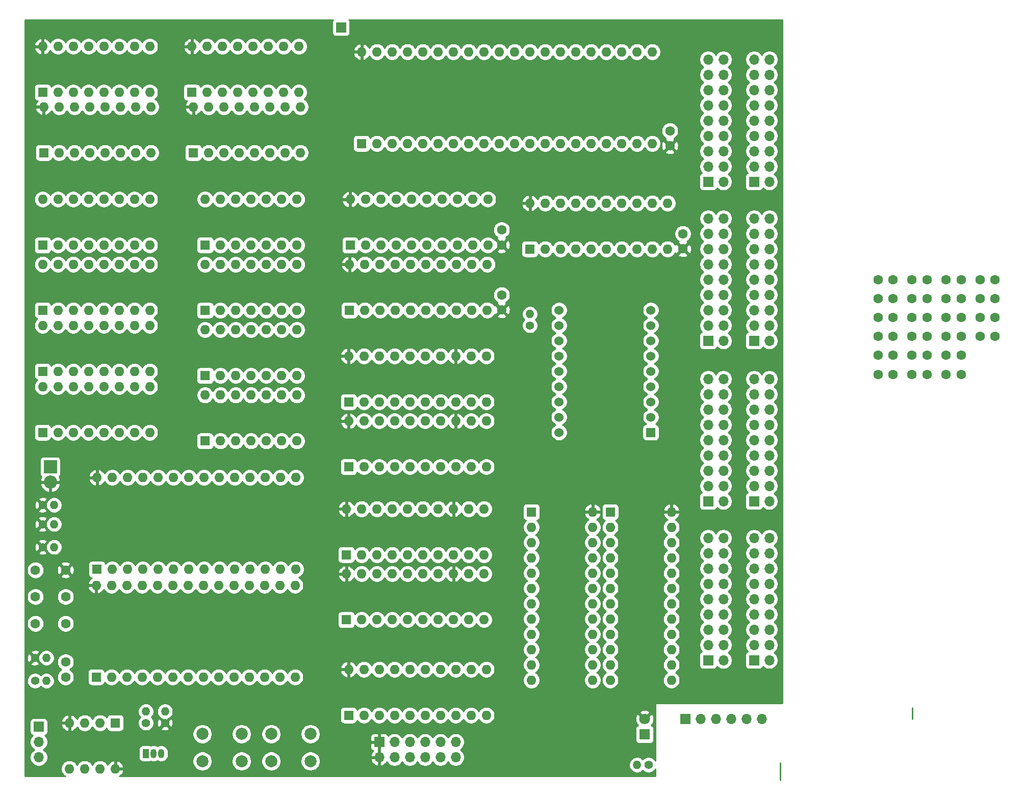
<source format=gbr>
G04 #@! TF.GenerationSoftware,KiCad,Pcbnew,(5.1.6-0-10_14)*
G04 #@! TF.CreationDate,2020-05-26T03:32:06-04:00*
G04 #@! TF.ProjectId,tom-1,746f6d2d-312e-46b6-9963-61645f706362,rev?*
G04 #@! TF.SameCoordinates,Original*
G04 #@! TF.FileFunction,Copper,L1,Top*
G04 #@! TF.FilePolarity,Positive*
%FSLAX46Y46*%
G04 Gerber Fmt 4.6, Leading zero omitted, Abs format (unit mm)*
G04 Created by KiCad (PCBNEW (5.1.6-0-10_14)) date 2020-05-26 03:32:06*
%MOMM*%
%LPD*%
G01*
G04 APERTURE LIST*
G04 #@! TA.AperFunction,ComponentPad*
%ADD10O,1.400000X1.400000*%
G04 #@! TD*
G04 #@! TA.AperFunction,ComponentPad*
%ADD11C,1.400000*%
G04 #@! TD*
G04 #@! TA.AperFunction,ComponentPad*
%ADD12C,1.800000*%
G04 #@! TD*
G04 #@! TA.AperFunction,ComponentPad*
%ADD13R,1.800000X1.800000*%
G04 #@! TD*
G04 #@! TA.AperFunction,ComponentPad*
%ADD14O,1.600000X1.600000*%
G04 #@! TD*
G04 #@! TA.AperFunction,ComponentPad*
%ADD15R,1.600000X1.600000*%
G04 #@! TD*
G04 #@! TA.AperFunction,ComponentPad*
%ADD16C,2.000000*%
G04 #@! TD*
G04 #@! TA.AperFunction,ComponentPad*
%ADD17O,1.700000X1.700000*%
G04 #@! TD*
G04 #@! TA.AperFunction,ComponentPad*
%ADD18R,1.700000X1.700000*%
G04 #@! TD*
G04 #@! TA.AperFunction,ComponentPad*
%ADD19C,1.600000*%
G04 #@! TD*
G04 #@! TA.AperFunction,ComponentPad*
%ADD20O,2.200000X2.200000*%
G04 #@! TD*
G04 #@! TA.AperFunction,ComponentPad*
%ADD21R,2.200000X2.200000*%
G04 #@! TD*
G04 #@! TA.AperFunction,ComponentPad*
%ADD22C,1.524000*%
G04 #@! TD*
G04 #@! TA.AperFunction,ComponentPad*
%ADD23R,1.524000X1.524000*%
G04 #@! TD*
G04 #@! TA.AperFunction,ComponentPad*
%ADD24O,1.050000X1.500000*%
G04 #@! TD*
G04 #@! TA.AperFunction,ComponentPad*
%ADD25R,1.050000X1.500000*%
G04 #@! TD*
G04 #@! TA.AperFunction,Conductor*
%ADD26C,0.250000*%
G04 #@! TD*
G04 #@! TA.AperFunction,Conductor*
%ADD27C,0.254000*%
G04 #@! TD*
G04 APERTURE END LIST*
D10*
X123830000Y-143510000D03*
D11*
X125730000Y-143510000D03*
D12*
X125095000Y-135890000D03*
D13*
X125095000Y-138430000D03*
D14*
X106045000Y-50165000D03*
X128905000Y-57785000D03*
X108585000Y-50165000D03*
X126365000Y-57785000D03*
X111125000Y-50165000D03*
X123825000Y-57785000D03*
X113665000Y-50165000D03*
X121285000Y-57785000D03*
X116205000Y-50165000D03*
X118745000Y-57785000D03*
X118745000Y-50165000D03*
X116205000Y-57785000D03*
X121285000Y-50165000D03*
X113665000Y-57785000D03*
X123825000Y-50165000D03*
X111125000Y-57785000D03*
X126365000Y-50165000D03*
X108585000Y-57785000D03*
X128905000Y-50165000D03*
D15*
X106045000Y-57785000D03*
D16*
X51666000Y-142875000D03*
X51666000Y-138375000D03*
X58166000Y-142875000D03*
X58166000Y-138375000D03*
D10*
X25776000Y-125730000D03*
D11*
X23876000Y-125730000D03*
D10*
X25776000Y-129540000D03*
D11*
X23876000Y-129540000D03*
D17*
X144526000Y-135890000D03*
X141986000Y-135890000D03*
X139446000Y-135890000D03*
X136906000Y-135890000D03*
X134366000Y-135890000D03*
D18*
X131826000Y-135890000D03*
D19*
X131445000Y-55245000D03*
X131445000Y-57745000D03*
X183280000Y-72315000D03*
X180780000Y-72315000D03*
X177630000Y-78615000D03*
X175130000Y-78615000D03*
X129286000Y-38140000D03*
X129286000Y-40640000D03*
X177630000Y-75465000D03*
X175130000Y-75465000D03*
X101346000Y-65405000D03*
X101346000Y-67905000D03*
X183280000Y-69165000D03*
X180780000Y-69165000D03*
X177630000Y-72315000D03*
X175130000Y-72315000D03*
X171980000Y-78615000D03*
X169480000Y-78615000D03*
X101346000Y-54610000D03*
X101346000Y-57110000D03*
X171980000Y-75465000D03*
X169480000Y-75465000D03*
X183280000Y-66015000D03*
X180780000Y-66015000D03*
X177630000Y-69165000D03*
X175130000Y-69165000D03*
X171980000Y-72315000D03*
X169480000Y-72315000D03*
X166330000Y-78615000D03*
X163830000Y-78615000D03*
X183280000Y-62865000D03*
X180780000Y-62865000D03*
X166330000Y-75465000D03*
X163830000Y-75465000D03*
X177630000Y-66015000D03*
X175130000Y-66015000D03*
X171980000Y-69165000D03*
X169480000Y-69165000D03*
X166330000Y-72315000D03*
X163830000Y-72315000D03*
X177630000Y-62865000D03*
X175130000Y-62865000D03*
X171980000Y-66015000D03*
X169480000Y-66015000D03*
X166330000Y-69165000D03*
X163830000Y-69165000D03*
X171980000Y-62865000D03*
X169480000Y-62865000D03*
X166330000Y-66015000D03*
X163830000Y-66015000D03*
X166330000Y-62865000D03*
X163830000Y-62865000D03*
D14*
X75946000Y-127635000D03*
X98806000Y-135255000D03*
X78486000Y-127635000D03*
X96266000Y-135255000D03*
X81026000Y-127635000D03*
X93726000Y-135255000D03*
X83566000Y-127635000D03*
X91186000Y-135255000D03*
X86106000Y-127635000D03*
X88646000Y-135255000D03*
X88646000Y-127635000D03*
X86106000Y-135255000D03*
X91186000Y-127635000D03*
X83566000Y-135255000D03*
X93726000Y-127635000D03*
X81026000Y-135255000D03*
X96266000Y-127635000D03*
X78486000Y-135255000D03*
X98806000Y-127635000D03*
D15*
X75946000Y-135255000D03*
D14*
X78105000Y-25019000D03*
X126365000Y-40259000D03*
X80645000Y-25019000D03*
X123825000Y-40259000D03*
X83185000Y-25019000D03*
X121285000Y-40259000D03*
X85725000Y-25019000D03*
X118745000Y-40259000D03*
X88265000Y-25019000D03*
X116205000Y-40259000D03*
X90805000Y-25019000D03*
X113665000Y-40259000D03*
X93345000Y-25019000D03*
X111125000Y-40259000D03*
X95885000Y-25019000D03*
X108585000Y-40259000D03*
X98425000Y-25019000D03*
X106045000Y-40259000D03*
X100965000Y-25019000D03*
X103505000Y-40259000D03*
X103505000Y-25019000D03*
X100965000Y-40259000D03*
X106045000Y-25019000D03*
X98425000Y-40259000D03*
X108585000Y-25019000D03*
X95885000Y-40259000D03*
X111125000Y-25019000D03*
X93345000Y-40259000D03*
X113665000Y-25019000D03*
X90805000Y-40259000D03*
X116205000Y-25019000D03*
X88265000Y-40259000D03*
X118745000Y-25019000D03*
X85725000Y-40259000D03*
X121285000Y-25019000D03*
X83185000Y-40259000D03*
X123825000Y-25019000D03*
X80645000Y-40259000D03*
X126365000Y-25019000D03*
D15*
X78105000Y-40259000D03*
D14*
X75565000Y-111760000D03*
X98425000Y-119380000D03*
X78105000Y-111760000D03*
X95885000Y-119380000D03*
X80645000Y-111760000D03*
X93345000Y-119380000D03*
X83185000Y-111760000D03*
X90805000Y-119380000D03*
X85725000Y-111760000D03*
X88265000Y-119380000D03*
X88265000Y-111760000D03*
X85725000Y-119380000D03*
X90805000Y-111760000D03*
X83185000Y-119380000D03*
X93345000Y-111760000D03*
X80645000Y-119380000D03*
X95885000Y-111760000D03*
X78105000Y-119380000D03*
X98425000Y-111760000D03*
D15*
X75565000Y-119380000D03*
X75946000Y-83185000D03*
D14*
X98806000Y-75565000D03*
X78486000Y-83185000D03*
X96266000Y-75565000D03*
X81026000Y-83185000D03*
X93726000Y-75565000D03*
X83566000Y-83185000D03*
X91186000Y-75565000D03*
X86106000Y-83185000D03*
X88646000Y-75565000D03*
X88646000Y-83185000D03*
X86106000Y-75565000D03*
X91186000Y-83185000D03*
X83566000Y-75565000D03*
X93726000Y-83185000D03*
X81026000Y-75565000D03*
X96266000Y-83185000D03*
X78486000Y-75565000D03*
X98806000Y-83185000D03*
X75946000Y-75565000D03*
X75565000Y-100965000D03*
X98425000Y-108585000D03*
X78105000Y-100965000D03*
X95885000Y-108585000D03*
X80645000Y-100965000D03*
X93345000Y-108585000D03*
X83185000Y-100965000D03*
X90805000Y-108585000D03*
X85725000Y-100965000D03*
X88265000Y-108585000D03*
X88265000Y-100965000D03*
X85725000Y-108585000D03*
X90805000Y-100965000D03*
X83185000Y-108585000D03*
X93345000Y-100965000D03*
X80645000Y-108585000D03*
X95885000Y-100965000D03*
X78105000Y-108585000D03*
X98425000Y-100965000D03*
D15*
X75565000Y-108585000D03*
X75946000Y-93980000D03*
D14*
X98806000Y-86360000D03*
X78486000Y-93980000D03*
X96266000Y-86360000D03*
X81026000Y-93980000D03*
X93726000Y-86360000D03*
X83566000Y-93980000D03*
X91186000Y-86360000D03*
X86106000Y-93980000D03*
X88646000Y-86360000D03*
X88646000Y-93980000D03*
X86106000Y-86360000D03*
X91186000Y-93980000D03*
X83566000Y-86360000D03*
X93726000Y-93980000D03*
X81026000Y-86360000D03*
X96266000Y-93980000D03*
X78486000Y-86360000D03*
X98806000Y-93980000D03*
X75946000Y-86360000D03*
D17*
X24511000Y-142240000D03*
X24511000Y-139700000D03*
D18*
X24511000Y-137160000D03*
D16*
X63096000Y-142875000D03*
X63096000Y-138375000D03*
X69596000Y-142875000D03*
X69596000Y-138375000D03*
D17*
X138176000Y-52705000D03*
X135636000Y-52705000D03*
X138176000Y-55245000D03*
X135636000Y-55245000D03*
X138176000Y-57785000D03*
X135636000Y-57785000D03*
X138176000Y-60325000D03*
X135636000Y-60325000D03*
X138176000Y-62865000D03*
X135636000Y-62865000D03*
X138176000Y-65405000D03*
X135636000Y-65405000D03*
X138176000Y-67945000D03*
X135636000Y-67945000D03*
X138176000Y-70485000D03*
X135636000Y-70485000D03*
X138176000Y-73025000D03*
D18*
X135636000Y-73025000D03*
D17*
X138176000Y-26289000D03*
X135636000Y-26289000D03*
X138176000Y-28829000D03*
X135636000Y-28829000D03*
X138176000Y-31369000D03*
X135636000Y-31369000D03*
X138176000Y-33909000D03*
X135636000Y-33909000D03*
X138176000Y-36449000D03*
X135636000Y-36449000D03*
X138176000Y-38989000D03*
X135636000Y-38989000D03*
X138176000Y-41529000D03*
X135636000Y-41529000D03*
X138176000Y-44069000D03*
X135636000Y-44069000D03*
X138176000Y-46609000D03*
D18*
X135636000Y-46609000D03*
D17*
X145796000Y-79375000D03*
X143256000Y-79375000D03*
X145796000Y-81915000D03*
X143256000Y-81915000D03*
X145796000Y-84455000D03*
X143256000Y-84455000D03*
X145796000Y-86995000D03*
X143256000Y-86995000D03*
X145796000Y-89535000D03*
X143256000Y-89535000D03*
X145796000Y-92075000D03*
X143256000Y-92075000D03*
X145796000Y-94615000D03*
X143256000Y-94615000D03*
X145796000Y-97155000D03*
X143256000Y-97155000D03*
X145796000Y-99695000D03*
D18*
X143256000Y-99695000D03*
D17*
X145796000Y-52705000D03*
X143256000Y-52705000D03*
X145796000Y-55245000D03*
X143256000Y-55245000D03*
X145796000Y-57785000D03*
X143256000Y-57785000D03*
X145796000Y-60325000D03*
X143256000Y-60325000D03*
X145796000Y-62865000D03*
X143256000Y-62865000D03*
X145796000Y-65405000D03*
X143256000Y-65405000D03*
X145796000Y-67945000D03*
X143256000Y-67945000D03*
X145796000Y-70485000D03*
X143256000Y-70485000D03*
X145796000Y-73025000D03*
D18*
X143256000Y-73025000D03*
D14*
X25336500Y-34163000D03*
X43116500Y-41783000D03*
X27876500Y-34163000D03*
X40576500Y-41783000D03*
X30416500Y-34163000D03*
X38036500Y-41783000D03*
X32956500Y-34163000D03*
X35496500Y-41783000D03*
X35496500Y-34163000D03*
X32956500Y-41783000D03*
X38036500Y-34163000D03*
X30416500Y-41783000D03*
X40576500Y-34163000D03*
X27876500Y-41783000D03*
X43116500Y-34163000D03*
D15*
X25336500Y-41783000D03*
D14*
X50165000Y-34163000D03*
X67945000Y-41783000D03*
X52705000Y-34163000D03*
X65405000Y-41783000D03*
X55245000Y-34163000D03*
X62865000Y-41783000D03*
X57785000Y-34163000D03*
X60325000Y-41783000D03*
X60325000Y-34163000D03*
X57785000Y-41783000D03*
X62865000Y-34163000D03*
X55245000Y-41783000D03*
X65405000Y-34163000D03*
X52705000Y-41783000D03*
X67945000Y-34163000D03*
D15*
X50165000Y-41783000D03*
X25146000Y-31750000D03*
D14*
X42926000Y-24130000D03*
X27686000Y-31750000D03*
X40386000Y-24130000D03*
X30226000Y-31750000D03*
X37846000Y-24130000D03*
X32766000Y-31750000D03*
X35306000Y-24130000D03*
X35306000Y-31750000D03*
X32766000Y-24130000D03*
X37846000Y-31750000D03*
X30226000Y-24130000D03*
X40386000Y-31750000D03*
X27686000Y-24130000D03*
X42926000Y-31750000D03*
X25146000Y-24130000D03*
X116459000Y-101473000D03*
X106299000Y-129413000D03*
X116459000Y-104013000D03*
X106299000Y-126873000D03*
X116459000Y-106553000D03*
X106299000Y-124333000D03*
X116459000Y-109093000D03*
X106299000Y-121793000D03*
X116459000Y-111633000D03*
X106299000Y-119253000D03*
X116459000Y-114173000D03*
X106299000Y-116713000D03*
X116459000Y-116713000D03*
X106299000Y-114173000D03*
X116459000Y-119253000D03*
X106299000Y-111633000D03*
X116459000Y-121793000D03*
X106299000Y-109093000D03*
X116459000Y-124333000D03*
X106299000Y-106553000D03*
X116459000Y-126873000D03*
X106299000Y-104013000D03*
X116459000Y-129413000D03*
D15*
X106299000Y-101473000D03*
D14*
X129540000Y-101473000D03*
X119380000Y-129413000D03*
X129540000Y-104013000D03*
X119380000Y-126873000D03*
X129540000Y-106553000D03*
X119380000Y-124333000D03*
X129540000Y-109093000D03*
X119380000Y-121793000D03*
X129540000Y-111633000D03*
X119380000Y-119253000D03*
X129540000Y-114173000D03*
X119380000Y-116713000D03*
X129540000Y-116713000D03*
X119380000Y-114173000D03*
X129540000Y-119253000D03*
X119380000Y-111633000D03*
X129540000Y-121793000D03*
X119380000Y-109093000D03*
X129540000Y-124333000D03*
X119380000Y-106553000D03*
X129540000Y-126873000D03*
X119380000Y-104013000D03*
X129540000Y-129413000D03*
D15*
X119380000Y-101473000D03*
D17*
X138176000Y-105791000D03*
X135636000Y-105791000D03*
X138176000Y-108331000D03*
X135636000Y-108331000D03*
X138176000Y-110871000D03*
X135636000Y-110871000D03*
X138176000Y-113411000D03*
X135636000Y-113411000D03*
X138176000Y-115951000D03*
X135636000Y-115951000D03*
X138176000Y-118491000D03*
X135636000Y-118491000D03*
X138176000Y-121031000D03*
X135636000Y-121031000D03*
X138176000Y-123571000D03*
X135636000Y-123571000D03*
X138176000Y-126111000D03*
D18*
X135636000Y-126111000D03*
D17*
X145796000Y-105791000D03*
X143256000Y-105791000D03*
X145796000Y-108331000D03*
X143256000Y-108331000D03*
X145796000Y-110871000D03*
X143256000Y-110871000D03*
X145796000Y-113411000D03*
X143256000Y-113411000D03*
X145796000Y-115951000D03*
X143256000Y-115951000D03*
X145796000Y-118491000D03*
X143256000Y-118491000D03*
X145796000Y-121031000D03*
X143256000Y-121031000D03*
X145796000Y-123571000D03*
X143256000Y-123571000D03*
X145796000Y-126111000D03*
D18*
X143256000Y-126111000D03*
D17*
X138176000Y-79375000D03*
X135636000Y-79375000D03*
X138176000Y-81915000D03*
X135636000Y-81915000D03*
X138176000Y-84455000D03*
X135636000Y-84455000D03*
X138176000Y-86995000D03*
X135636000Y-86995000D03*
X138176000Y-89535000D03*
X135636000Y-89535000D03*
X138176000Y-92075000D03*
X135636000Y-92075000D03*
X138176000Y-94615000D03*
X135636000Y-94615000D03*
X138176000Y-97155000D03*
X135636000Y-97155000D03*
X138176000Y-99695000D03*
D18*
X135636000Y-99695000D03*
D15*
X25146000Y-88265000D03*
D14*
X42926000Y-80645000D03*
X27686000Y-88265000D03*
X40386000Y-80645000D03*
X30226000Y-88265000D03*
X37846000Y-80645000D03*
X32766000Y-88265000D03*
X35306000Y-80645000D03*
X35306000Y-88265000D03*
X32766000Y-80645000D03*
X37846000Y-88265000D03*
X30226000Y-80645000D03*
X40386000Y-88265000D03*
X27686000Y-80645000D03*
X42926000Y-88265000D03*
X25146000Y-80645000D03*
D15*
X76104000Y-67945000D03*
D14*
X98964000Y-60325000D03*
X78644000Y-67945000D03*
X96424000Y-60325000D03*
X81184000Y-67945000D03*
X93884000Y-60325000D03*
X83724000Y-67945000D03*
X91344000Y-60325000D03*
X86264000Y-67945000D03*
X88804000Y-60325000D03*
X88804000Y-67945000D03*
X86264000Y-60325000D03*
X91344000Y-67945000D03*
X83724000Y-60325000D03*
X93884000Y-67945000D03*
X81184000Y-60325000D03*
X96424000Y-67945000D03*
X78644000Y-60325000D03*
X98964000Y-67945000D03*
X76104000Y-60325000D03*
X76200000Y-49530000D03*
X99060000Y-57150000D03*
X78740000Y-49530000D03*
X96520000Y-57150000D03*
X81280000Y-49530000D03*
X93980000Y-57150000D03*
X83820000Y-49530000D03*
X91440000Y-57150000D03*
X86360000Y-49530000D03*
X88900000Y-57150000D03*
X88900000Y-49530000D03*
X86360000Y-57150000D03*
X91440000Y-49530000D03*
X83820000Y-57150000D03*
X93980000Y-49530000D03*
X81280000Y-57150000D03*
X96520000Y-49530000D03*
X78740000Y-57150000D03*
X99060000Y-49530000D03*
D15*
X76200000Y-57150000D03*
X25146000Y-57150000D03*
D14*
X42926000Y-49530000D03*
X27686000Y-57150000D03*
X40386000Y-49530000D03*
X30226000Y-57150000D03*
X37846000Y-49530000D03*
X32766000Y-57150000D03*
X35306000Y-49530000D03*
X35306000Y-57150000D03*
X32766000Y-49530000D03*
X37846000Y-57150000D03*
X30226000Y-49530000D03*
X40386000Y-57150000D03*
X27686000Y-49530000D03*
X42926000Y-57150000D03*
X25146000Y-49530000D03*
D15*
X25146000Y-67945000D03*
D14*
X42926000Y-60325000D03*
X27686000Y-67945000D03*
X40386000Y-60325000D03*
X30226000Y-67945000D03*
X37846000Y-60325000D03*
X32766000Y-67945000D03*
X35306000Y-60325000D03*
X35306000Y-67945000D03*
X32766000Y-60325000D03*
X37846000Y-67945000D03*
X30226000Y-60325000D03*
X40386000Y-67945000D03*
X27686000Y-60325000D03*
X42926000Y-67945000D03*
X25146000Y-60325000D03*
D15*
X25146000Y-78105000D03*
D14*
X42926000Y-70485000D03*
X27686000Y-78105000D03*
X40386000Y-70485000D03*
X30226000Y-78105000D03*
X37846000Y-70485000D03*
X32766000Y-78105000D03*
X35306000Y-70485000D03*
X35306000Y-78105000D03*
X32766000Y-70485000D03*
X37846000Y-78105000D03*
X30226000Y-70485000D03*
X40386000Y-78105000D03*
X27686000Y-70485000D03*
X42926000Y-78105000D03*
X25146000Y-70485000D03*
X49911000Y-24130000D03*
X67691000Y-31750000D03*
X52451000Y-24130000D03*
X65151000Y-31750000D03*
X54991000Y-24130000D03*
X62611000Y-31750000D03*
X57531000Y-24130000D03*
X60071000Y-31750000D03*
X60071000Y-24130000D03*
X57531000Y-31750000D03*
X62611000Y-24130000D03*
X54991000Y-31750000D03*
X65151000Y-24130000D03*
X52451000Y-31750000D03*
X67691000Y-24130000D03*
D15*
X49911000Y-31750000D03*
D17*
X145796000Y-26289000D03*
X143256000Y-26289000D03*
X145796000Y-28829000D03*
X143256000Y-28829000D03*
X145796000Y-31369000D03*
X143256000Y-31369000D03*
X145796000Y-33909000D03*
X143256000Y-33909000D03*
X145796000Y-36449000D03*
X143256000Y-36449000D03*
X145796000Y-38989000D03*
X143256000Y-38989000D03*
X145796000Y-41529000D03*
X143256000Y-41529000D03*
X145796000Y-44069000D03*
X143256000Y-44069000D03*
X145796000Y-46609000D03*
D18*
X143256000Y-46609000D03*
D10*
X27046000Y-103505000D03*
D11*
X25146000Y-103505000D03*
D10*
X27051000Y-107315000D03*
D11*
X25151000Y-107315000D03*
D10*
X27046000Y-100330000D03*
D11*
X25146000Y-100330000D03*
D10*
X106045000Y-68590000D03*
D11*
X106045000Y-70490000D03*
D19*
X23956000Y-111125000D03*
X28956000Y-111125000D03*
X23956000Y-120015000D03*
X28956000Y-120015000D03*
X23956000Y-115570000D03*
X28956000Y-115570000D03*
D14*
X34163000Y-95758000D03*
X67183000Y-110998000D03*
X36703000Y-95758000D03*
X64643000Y-110998000D03*
X39243000Y-95758000D03*
X62103000Y-110998000D03*
X41783000Y-95758000D03*
X59563000Y-110998000D03*
X44323000Y-95758000D03*
X57023000Y-110998000D03*
X46863000Y-95758000D03*
X54483000Y-110998000D03*
X49403000Y-95758000D03*
X51943000Y-110998000D03*
X51943000Y-95758000D03*
X49403000Y-110998000D03*
X54483000Y-95758000D03*
X46863000Y-110998000D03*
X57023000Y-95758000D03*
X44323000Y-110998000D03*
X59563000Y-95758000D03*
X41783000Y-110998000D03*
X62103000Y-95758000D03*
X39243000Y-110998000D03*
X64643000Y-95758000D03*
X36703000Y-110998000D03*
X67183000Y-95758000D03*
D15*
X34163000Y-110998000D03*
X37211000Y-136525000D03*
D14*
X29591000Y-144145000D03*
X34671000Y-136525000D03*
X32131000Y-144145000D03*
X32131000Y-136525000D03*
X34671000Y-144145000D03*
X29591000Y-136525000D03*
X37211000Y-144145000D03*
D20*
X26416000Y-96520000D03*
D21*
X26416000Y-93980000D03*
D15*
X34036000Y-128905000D03*
D14*
X67056000Y-113665000D03*
X36576000Y-128905000D03*
X64516000Y-113665000D03*
X39116000Y-128905000D03*
X61976000Y-113665000D03*
X41656000Y-128905000D03*
X59436000Y-113665000D03*
X44196000Y-128905000D03*
X56896000Y-113665000D03*
X46736000Y-128905000D03*
X54356000Y-113665000D03*
X49276000Y-128905000D03*
X51816000Y-113665000D03*
X51816000Y-128905000D03*
X49276000Y-113665000D03*
X54356000Y-128905000D03*
X46736000Y-113665000D03*
X56896000Y-128905000D03*
X44196000Y-113665000D03*
X59436000Y-128905000D03*
X41656000Y-113665000D03*
X61976000Y-128905000D03*
X39116000Y-113665000D03*
X64516000Y-128905000D03*
X36576000Y-113665000D03*
X67056000Y-128905000D03*
X34036000Y-113665000D03*
D22*
X110871000Y-88265000D03*
X110871000Y-85725000D03*
X110871000Y-83185000D03*
X110871000Y-80645000D03*
X110871000Y-78105000D03*
X110871000Y-75565000D03*
X110871000Y-73025000D03*
X110871000Y-70485000D03*
X110871000Y-67945000D03*
X126111000Y-67945000D03*
X126111000Y-70485000D03*
X126111000Y-73025000D03*
X126111000Y-75565000D03*
X126111000Y-78105000D03*
X126111000Y-80645000D03*
X126111000Y-83185000D03*
X126111000Y-85725000D03*
D23*
X126111000Y-88265000D03*
D18*
X81026000Y-139700000D03*
D17*
X81026000Y-142240000D03*
X83566000Y-139700000D03*
X83566000Y-142240000D03*
X86106000Y-139700000D03*
X86106000Y-142240000D03*
X88646000Y-139700000D03*
X88646000Y-142240000D03*
X91186000Y-139700000D03*
X91186000Y-142240000D03*
X93726000Y-139700000D03*
X93726000Y-142240000D03*
D18*
X74676000Y-20955000D03*
D24*
X43561000Y-141605000D03*
X44831000Y-141605000D03*
D25*
X42291000Y-141605000D03*
D10*
X42291000Y-134620000D03*
D11*
X42291000Y-136520000D03*
X45466000Y-136525000D03*
D10*
X45466000Y-134625000D03*
D15*
X52121001Y-89679999D03*
D14*
X67361001Y-82059999D03*
X54661001Y-89679999D03*
X64821001Y-82059999D03*
X57201001Y-89679999D03*
X62281001Y-82059999D03*
X59741001Y-89679999D03*
X59741001Y-82059999D03*
X62281001Y-89679999D03*
X57201001Y-82059999D03*
X64821001Y-89679999D03*
X54661001Y-82059999D03*
X67361001Y-89679999D03*
X52121001Y-82059999D03*
X52121001Y-71209999D03*
X67361001Y-78829999D03*
X54661001Y-71209999D03*
X64821001Y-78829999D03*
X57201001Y-71209999D03*
X62281001Y-78829999D03*
X59741001Y-71209999D03*
X59741001Y-78829999D03*
X62281001Y-71209999D03*
X57201001Y-78829999D03*
X64821001Y-71209999D03*
X54661001Y-78829999D03*
X67361001Y-71209999D03*
D15*
X52121001Y-78829999D03*
X52121001Y-67979999D03*
D14*
X67361001Y-60359999D03*
X54661001Y-67979999D03*
X64821001Y-60359999D03*
X57201001Y-67979999D03*
X62281001Y-60359999D03*
X59741001Y-67979999D03*
X59741001Y-60359999D03*
X62281001Y-67979999D03*
X57201001Y-60359999D03*
X64821001Y-67979999D03*
X54661001Y-60359999D03*
X67361001Y-67979999D03*
X52121001Y-60359999D03*
X52121001Y-49509999D03*
X67361001Y-57129999D03*
X54661001Y-49509999D03*
X64821001Y-57129999D03*
X57201001Y-49509999D03*
X62281001Y-57129999D03*
X59741001Y-49509999D03*
X59741001Y-57129999D03*
X62281001Y-49509999D03*
X57201001Y-57129999D03*
X64821001Y-49509999D03*
X54661001Y-57129999D03*
X67361001Y-49509999D03*
D15*
X52121001Y-57129999D03*
D19*
X28956000Y-128905000D03*
X28956000Y-126405000D03*
D26*
X169576000Y-133999000D02*
X169576000Y-135859000D01*
X147574000Y-146050000D02*
X147574000Y-143129000D01*
D27*
G36*
X73295463Y-19750506D02*
G01*
X73236498Y-19860820D01*
X73200188Y-19980518D01*
X73187928Y-20105000D01*
X73187928Y-21805000D01*
X73200188Y-21929482D01*
X73236498Y-22049180D01*
X73295463Y-22159494D01*
X73374815Y-22256185D01*
X73471506Y-22335537D01*
X73581820Y-22394502D01*
X73701518Y-22430812D01*
X73826000Y-22443072D01*
X75526000Y-22443072D01*
X75650482Y-22430812D01*
X75770180Y-22394502D01*
X75880494Y-22335537D01*
X75977185Y-22256185D01*
X76056537Y-22159494D01*
X76115502Y-22049180D01*
X76151812Y-21929482D01*
X76164072Y-21805000D01*
X76164072Y-20105000D01*
X76151812Y-19980518D01*
X76115502Y-19860820D01*
X76056537Y-19750506D01*
X76023295Y-19710000D01*
X147930000Y-19710000D01*
X147930001Y-133223000D01*
X127000000Y-133223000D01*
X126975224Y-133225440D01*
X126951399Y-133232667D01*
X126929443Y-133244403D01*
X126910197Y-133260197D01*
X126894403Y-133279443D01*
X126882667Y-133301399D01*
X126875440Y-133325224D01*
X126873000Y-133350000D01*
X126873000Y-142817685D01*
X126766962Y-142658987D01*
X126581013Y-142473038D01*
X126362359Y-142326939D01*
X126119405Y-142226304D01*
X125861486Y-142175000D01*
X125598514Y-142175000D01*
X125340595Y-142226304D01*
X125097641Y-142326939D01*
X124878987Y-142473038D01*
X124780000Y-142572025D01*
X124681013Y-142473038D01*
X124462359Y-142326939D01*
X124219405Y-142226304D01*
X123961486Y-142175000D01*
X123698514Y-142175000D01*
X123440595Y-142226304D01*
X123197641Y-142326939D01*
X122978987Y-142473038D01*
X122793038Y-142658987D01*
X122646939Y-142877641D01*
X122546304Y-143120595D01*
X122495000Y-143378514D01*
X122495000Y-143641486D01*
X122546304Y-143899405D01*
X122646939Y-144142359D01*
X122793038Y-144361013D01*
X122978987Y-144546962D01*
X123197641Y-144693061D01*
X123440595Y-144793696D01*
X123698514Y-144845000D01*
X123961486Y-144845000D01*
X124219405Y-144793696D01*
X124462359Y-144693061D01*
X124681013Y-144546962D01*
X124780000Y-144447975D01*
X124878987Y-144546962D01*
X125097641Y-144693061D01*
X125340595Y-144793696D01*
X125598514Y-144845000D01*
X125861486Y-144845000D01*
X126119405Y-144793696D01*
X126362359Y-144693061D01*
X126581013Y-144546962D01*
X126766962Y-144361013D01*
X126873000Y-144202315D01*
X126873000Y-145390000D01*
X37918878Y-145390000D01*
X37948420Y-145376037D01*
X38174414Y-145208519D01*
X38363385Y-145000131D01*
X38508070Y-144758881D01*
X38602909Y-144494040D01*
X38481624Y-144272000D01*
X37338000Y-144272000D01*
X37338000Y-144292000D01*
X37084000Y-144292000D01*
X37084000Y-144272000D01*
X37064000Y-144272000D01*
X37064000Y-144018000D01*
X37084000Y-144018000D01*
X37084000Y-142875085D01*
X37338000Y-142875085D01*
X37338000Y-144018000D01*
X38481624Y-144018000D01*
X38602909Y-143795960D01*
X38508070Y-143531119D01*
X38363385Y-143289869D01*
X38174414Y-143081481D01*
X37948420Y-142913963D01*
X37694087Y-142793754D01*
X37560039Y-142753096D01*
X37338000Y-142875085D01*
X37084000Y-142875085D01*
X36861961Y-142753096D01*
X36727913Y-142793754D01*
X36473580Y-142913963D01*
X36247586Y-143081481D01*
X36058615Y-143289869D01*
X35947067Y-143475865D01*
X35942680Y-143465273D01*
X35785637Y-143230241D01*
X35585759Y-143030363D01*
X35350727Y-142873320D01*
X35089574Y-142765147D01*
X34812335Y-142710000D01*
X34529665Y-142710000D01*
X34252426Y-142765147D01*
X33991273Y-142873320D01*
X33756241Y-143030363D01*
X33556363Y-143230241D01*
X33401000Y-143462759D01*
X33245637Y-143230241D01*
X33045759Y-143030363D01*
X32810727Y-142873320D01*
X32549574Y-142765147D01*
X32272335Y-142710000D01*
X31989665Y-142710000D01*
X31712426Y-142765147D01*
X31451273Y-142873320D01*
X31216241Y-143030363D01*
X31016363Y-143230241D01*
X30861000Y-143462759D01*
X30705637Y-143230241D01*
X30505759Y-143030363D01*
X30270727Y-142873320D01*
X30009574Y-142765147D01*
X29732335Y-142710000D01*
X29449665Y-142710000D01*
X29172426Y-142765147D01*
X28911273Y-142873320D01*
X28676241Y-143030363D01*
X28476363Y-143230241D01*
X28319320Y-143465273D01*
X28211147Y-143726426D01*
X28156000Y-144003665D01*
X28156000Y-144286335D01*
X28211147Y-144563574D01*
X28319320Y-144824727D01*
X28476363Y-145059759D01*
X28676241Y-145259637D01*
X28871343Y-145390000D01*
X22250000Y-145390000D01*
X22250000Y-136310000D01*
X23022928Y-136310000D01*
X23022928Y-138010000D01*
X23035188Y-138134482D01*
X23071498Y-138254180D01*
X23130463Y-138364494D01*
X23209815Y-138461185D01*
X23306506Y-138540537D01*
X23416820Y-138599502D01*
X23489380Y-138621513D01*
X23357525Y-138753368D01*
X23195010Y-138996589D01*
X23083068Y-139266842D01*
X23026000Y-139553740D01*
X23026000Y-139846260D01*
X23083068Y-140133158D01*
X23195010Y-140403411D01*
X23357525Y-140646632D01*
X23564368Y-140853475D01*
X23738760Y-140970000D01*
X23564368Y-141086525D01*
X23357525Y-141293368D01*
X23195010Y-141536589D01*
X23083068Y-141806842D01*
X23026000Y-142093740D01*
X23026000Y-142386260D01*
X23083068Y-142673158D01*
X23195010Y-142943411D01*
X23357525Y-143186632D01*
X23564368Y-143393475D01*
X23807589Y-143555990D01*
X24077842Y-143667932D01*
X24364740Y-143725000D01*
X24657260Y-143725000D01*
X24944158Y-143667932D01*
X25214411Y-143555990D01*
X25457632Y-143393475D01*
X25664475Y-143186632D01*
X25826990Y-142943411D01*
X25938932Y-142673158D01*
X25996000Y-142386260D01*
X25996000Y-142093740D01*
X25938932Y-141806842D01*
X25826990Y-141536589D01*
X25664475Y-141293368D01*
X25457632Y-141086525D01*
X25283240Y-140970000D01*
X25455349Y-140855000D01*
X41127928Y-140855000D01*
X41127928Y-142355000D01*
X41140188Y-142479482D01*
X41176498Y-142599180D01*
X41235463Y-142709494D01*
X41314815Y-142806185D01*
X41411506Y-142885537D01*
X41521820Y-142944502D01*
X41641518Y-142980812D01*
X41766000Y-142993072D01*
X42816000Y-142993072D01*
X42940482Y-142980812D01*
X43060180Y-142944502D01*
X43124902Y-142909907D01*
X43333601Y-142973215D01*
X43561000Y-142995612D01*
X43788400Y-142973215D01*
X44007060Y-142906885D01*
X44196000Y-142805894D01*
X44384941Y-142906885D01*
X44603601Y-142973215D01*
X44831000Y-142995612D01*
X45058400Y-142973215D01*
X45277060Y-142906885D01*
X45478579Y-142799171D01*
X45582400Y-142713967D01*
X50031000Y-142713967D01*
X50031000Y-143036033D01*
X50093832Y-143351912D01*
X50217082Y-143649463D01*
X50396013Y-143917252D01*
X50623748Y-144144987D01*
X50891537Y-144323918D01*
X51189088Y-144447168D01*
X51504967Y-144510000D01*
X51827033Y-144510000D01*
X52142912Y-144447168D01*
X52440463Y-144323918D01*
X52708252Y-144144987D01*
X52935987Y-143917252D01*
X53114918Y-143649463D01*
X53238168Y-143351912D01*
X53301000Y-143036033D01*
X53301000Y-142713967D01*
X56531000Y-142713967D01*
X56531000Y-143036033D01*
X56593832Y-143351912D01*
X56717082Y-143649463D01*
X56896013Y-143917252D01*
X57123748Y-144144987D01*
X57391537Y-144323918D01*
X57689088Y-144447168D01*
X58004967Y-144510000D01*
X58327033Y-144510000D01*
X58642912Y-144447168D01*
X58940463Y-144323918D01*
X59208252Y-144144987D01*
X59435987Y-143917252D01*
X59614918Y-143649463D01*
X59738168Y-143351912D01*
X59801000Y-143036033D01*
X59801000Y-142713967D01*
X61461000Y-142713967D01*
X61461000Y-143036033D01*
X61523832Y-143351912D01*
X61647082Y-143649463D01*
X61826013Y-143917252D01*
X62053748Y-144144987D01*
X62321537Y-144323918D01*
X62619088Y-144447168D01*
X62934967Y-144510000D01*
X63257033Y-144510000D01*
X63572912Y-144447168D01*
X63870463Y-144323918D01*
X64138252Y-144144987D01*
X64365987Y-143917252D01*
X64544918Y-143649463D01*
X64668168Y-143351912D01*
X64731000Y-143036033D01*
X64731000Y-142713967D01*
X67961000Y-142713967D01*
X67961000Y-143036033D01*
X68023832Y-143351912D01*
X68147082Y-143649463D01*
X68326013Y-143917252D01*
X68553748Y-144144987D01*
X68821537Y-144323918D01*
X69119088Y-144447168D01*
X69434967Y-144510000D01*
X69757033Y-144510000D01*
X70072912Y-144447168D01*
X70370463Y-144323918D01*
X70638252Y-144144987D01*
X70865987Y-143917252D01*
X71044918Y-143649463D01*
X71168168Y-143351912D01*
X71231000Y-143036033D01*
X71231000Y-142713967D01*
X71207713Y-142596891D01*
X79584519Y-142596891D01*
X79681843Y-142871252D01*
X79830822Y-143121355D01*
X80025731Y-143337588D01*
X80259080Y-143511641D01*
X80521901Y-143636825D01*
X80669110Y-143681476D01*
X80899000Y-143560155D01*
X80899000Y-142367000D01*
X79705186Y-142367000D01*
X79584519Y-142596891D01*
X71207713Y-142596891D01*
X71168168Y-142398088D01*
X71044918Y-142100537D01*
X70865987Y-141832748D01*
X70638252Y-141605013D01*
X70370463Y-141426082D01*
X70072912Y-141302832D01*
X69757033Y-141240000D01*
X69434967Y-141240000D01*
X69119088Y-141302832D01*
X68821537Y-141426082D01*
X68553748Y-141605013D01*
X68326013Y-141832748D01*
X68147082Y-142100537D01*
X68023832Y-142398088D01*
X67961000Y-142713967D01*
X64731000Y-142713967D01*
X64668168Y-142398088D01*
X64544918Y-142100537D01*
X64365987Y-141832748D01*
X64138252Y-141605013D01*
X63870463Y-141426082D01*
X63572912Y-141302832D01*
X63257033Y-141240000D01*
X62934967Y-141240000D01*
X62619088Y-141302832D01*
X62321537Y-141426082D01*
X62053748Y-141605013D01*
X61826013Y-141832748D01*
X61647082Y-142100537D01*
X61523832Y-142398088D01*
X61461000Y-142713967D01*
X59801000Y-142713967D01*
X59738168Y-142398088D01*
X59614918Y-142100537D01*
X59435987Y-141832748D01*
X59208252Y-141605013D01*
X58940463Y-141426082D01*
X58642912Y-141302832D01*
X58327033Y-141240000D01*
X58004967Y-141240000D01*
X57689088Y-141302832D01*
X57391537Y-141426082D01*
X57123748Y-141605013D01*
X56896013Y-141832748D01*
X56717082Y-142100537D01*
X56593832Y-142398088D01*
X56531000Y-142713967D01*
X53301000Y-142713967D01*
X53238168Y-142398088D01*
X53114918Y-142100537D01*
X52935987Y-141832748D01*
X52708252Y-141605013D01*
X52440463Y-141426082D01*
X52142912Y-141302832D01*
X51827033Y-141240000D01*
X51504967Y-141240000D01*
X51189088Y-141302832D01*
X50891537Y-141426082D01*
X50623748Y-141605013D01*
X50396013Y-141832748D01*
X50217082Y-142100537D01*
X50093832Y-142398088D01*
X50031000Y-142713967D01*
X45582400Y-142713967D01*
X45655212Y-142654212D01*
X45800171Y-142477579D01*
X45907885Y-142276059D01*
X45974215Y-142057399D01*
X45991000Y-141886978D01*
X45991000Y-141323021D01*
X45974215Y-141152600D01*
X45907885Y-140933940D01*
X45800171Y-140732421D01*
X45655212Y-140555788D01*
X45648160Y-140550000D01*
X79537928Y-140550000D01*
X79550188Y-140674482D01*
X79586498Y-140794180D01*
X79645463Y-140904494D01*
X79724815Y-141001185D01*
X79821506Y-141080537D01*
X79931820Y-141139502D01*
X80007626Y-141162498D01*
X79830822Y-141358645D01*
X79681843Y-141608748D01*
X79584519Y-141883109D01*
X79705186Y-142113000D01*
X80899000Y-142113000D01*
X80899000Y-139827000D01*
X79699750Y-139827000D01*
X79541000Y-139985750D01*
X79537928Y-140550000D01*
X45648160Y-140550000D01*
X45478578Y-140410829D01*
X45277059Y-140303115D01*
X45058399Y-140236785D01*
X44831000Y-140214388D01*
X44603600Y-140236785D01*
X44384940Y-140303115D01*
X44195999Y-140404106D01*
X44007059Y-140303115D01*
X43788399Y-140236785D01*
X43561000Y-140214388D01*
X43333600Y-140236785D01*
X43124902Y-140300093D01*
X43060180Y-140265498D01*
X42940482Y-140229188D01*
X42816000Y-140216928D01*
X41766000Y-140216928D01*
X41641518Y-140229188D01*
X41521820Y-140265498D01*
X41411506Y-140324463D01*
X41314815Y-140403815D01*
X41235463Y-140500506D01*
X41176498Y-140610820D01*
X41140188Y-140730518D01*
X41127928Y-140855000D01*
X25455349Y-140855000D01*
X25457632Y-140853475D01*
X25664475Y-140646632D01*
X25826990Y-140403411D01*
X25938932Y-140133158D01*
X25996000Y-139846260D01*
X25996000Y-139553740D01*
X25938932Y-139266842D01*
X25826990Y-138996589D01*
X25664475Y-138753368D01*
X25532620Y-138621513D01*
X25605180Y-138599502D01*
X25715494Y-138540537D01*
X25812185Y-138461185D01*
X25891537Y-138364494D01*
X25950502Y-138254180D01*
X25962700Y-138213967D01*
X50031000Y-138213967D01*
X50031000Y-138536033D01*
X50093832Y-138851912D01*
X50217082Y-139149463D01*
X50396013Y-139417252D01*
X50623748Y-139644987D01*
X50891537Y-139823918D01*
X51189088Y-139947168D01*
X51504967Y-140010000D01*
X51827033Y-140010000D01*
X52142912Y-139947168D01*
X52440463Y-139823918D01*
X52708252Y-139644987D01*
X52935987Y-139417252D01*
X53114918Y-139149463D01*
X53238168Y-138851912D01*
X53301000Y-138536033D01*
X53301000Y-138213967D01*
X56531000Y-138213967D01*
X56531000Y-138536033D01*
X56593832Y-138851912D01*
X56717082Y-139149463D01*
X56896013Y-139417252D01*
X57123748Y-139644987D01*
X57391537Y-139823918D01*
X57689088Y-139947168D01*
X58004967Y-140010000D01*
X58327033Y-140010000D01*
X58642912Y-139947168D01*
X58940463Y-139823918D01*
X59208252Y-139644987D01*
X59435987Y-139417252D01*
X59614918Y-139149463D01*
X59738168Y-138851912D01*
X59801000Y-138536033D01*
X59801000Y-138213967D01*
X61461000Y-138213967D01*
X61461000Y-138536033D01*
X61523832Y-138851912D01*
X61647082Y-139149463D01*
X61826013Y-139417252D01*
X62053748Y-139644987D01*
X62321537Y-139823918D01*
X62619088Y-139947168D01*
X62934967Y-140010000D01*
X63257033Y-140010000D01*
X63572912Y-139947168D01*
X63870463Y-139823918D01*
X64138252Y-139644987D01*
X64365987Y-139417252D01*
X64544918Y-139149463D01*
X64668168Y-138851912D01*
X64731000Y-138536033D01*
X64731000Y-138213967D01*
X67961000Y-138213967D01*
X67961000Y-138536033D01*
X68023832Y-138851912D01*
X68147082Y-139149463D01*
X68326013Y-139417252D01*
X68553748Y-139644987D01*
X68821537Y-139823918D01*
X69119088Y-139947168D01*
X69434967Y-140010000D01*
X69757033Y-140010000D01*
X70072912Y-139947168D01*
X70370463Y-139823918D01*
X70638252Y-139644987D01*
X70865987Y-139417252D01*
X71044918Y-139149463D01*
X71168168Y-138851912D01*
X71168548Y-138850000D01*
X79537928Y-138850000D01*
X79541000Y-139414250D01*
X79699750Y-139573000D01*
X80899000Y-139573000D01*
X80899000Y-138373750D01*
X81153000Y-138373750D01*
X81153000Y-139573000D01*
X81173000Y-139573000D01*
X81173000Y-139827000D01*
X81153000Y-139827000D01*
X81153000Y-142113000D01*
X81173000Y-142113000D01*
X81173000Y-142367000D01*
X81153000Y-142367000D01*
X81153000Y-143560155D01*
X81382890Y-143681476D01*
X81530099Y-143636825D01*
X81792920Y-143511641D01*
X82026269Y-143337588D01*
X82221178Y-143121355D01*
X82290805Y-143004466D01*
X82412525Y-143186632D01*
X82619368Y-143393475D01*
X82862589Y-143555990D01*
X83132842Y-143667932D01*
X83419740Y-143725000D01*
X83712260Y-143725000D01*
X83999158Y-143667932D01*
X84269411Y-143555990D01*
X84512632Y-143393475D01*
X84719475Y-143186632D01*
X84836000Y-143012240D01*
X84952525Y-143186632D01*
X85159368Y-143393475D01*
X85402589Y-143555990D01*
X85672842Y-143667932D01*
X85959740Y-143725000D01*
X86252260Y-143725000D01*
X86539158Y-143667932D01*
X86809411Y-143555990D01*
X87052632Y-143393475D01*
X87259475Y-143186632D01*
X87376000Y-143012240D01*
X87492525Y-143186632D01*
X87699368Y-143393475D01*
X87942589Y-143555990D01*
X88212842Y-143667932D01*
X88499740Y-143725000D01*
X88792260Y-143725000D01*
X89079158Y-143667932D01*
X89349411Y-143555990D01*
X89592632Y-143393475D01*
X89799475Y-143186632D01*
X89916000Y-143012240D01*
X90032525Y-143186632D01*
X90239368Y-143393475D01*
X90482589Y-143555990D01*
X90752842Y-143667932D01*
X91039740Y-143725000D01*
X91332260Y-143725000D01*
X91619158Y-143667932D01*
X91889411Y-143555990D01*
X92132632Y-143393475D01*
X92339475Y-143186632D01*
X92456000Y-143012240D01*
X92572525Y-143186632D01*
X92779368Y-143393475D01*
X93022589Y-143555990D01*
X93292842Y-143667932D01*
X93579740Y-143725000D01*
X93872260Y-143725000D01*
X94159158Y-143667932D01*
X94429411Y-143555990D01*
X94672632Y-143393475D01*
X94879475Y-143186632D01*
X95041990Y-142943411D01*
X95153932Y-142673158D01*
X95211000Y-142386260D01*
X95211000Y-142093740D01*
X95153932Y-141806842D01*
X95041990Y-141536589D01*
X94879475Y-141293368D01*
X94672632Y-141086525D01*
X94498240Y-140970000D01*
X94672632Y-140853475D01*
X94879475Y-140646632D01*
X95041990Y-140403411D01*
X95153932Y-140133158D01*
X95211000Y-139846260D01*
X95211000Y-139553740D01*
X95153932Y-139266842D01*
X95041990Y-138996589D01*
X94879475Y-138753368D01*
X94672632Y-138546525D01*
X94429411Y-138384010D01*
X94159158Y-138272068D01*
X93872260Y-138215000D01*
X93579740Y-138215000D01*
X93292842Y-138272068D01*
X93022589Y-138384010D01*
X92779368Y-138546525D01*
X92572525Y-138753368D01*
X92456000Y-138927760D01*
X92339475Y-138753368D01*
X92132632Y-138546525D01*
X91889411Y-138384010D01*
X91619158Y-138272068D01*
X91332260Y-138215000D01*
X91039740Y-138215000D01*
X90752842Y-138272068D01*
X90482589Y-138384010D01*
X90239368Y-138546525D01*
X90032525Y-138753368D01*
X89916000Y-138927760D01*
X89799475Y-138753368D01*
X89592632Y-138546525D01*
X89349411Y-138384010D01*
X89079158Y-138272068D01*
X88792260Y-138215000D01*
X88499740Y-138215000D01*
X88212842Y-138272068D01*
X87942589Y-138384010D01*
X87699368Y-138546525D01*
X87492525Y-138753368D01*
X87376000Y-138927760D01*
X87259475Y-138753368D01*
X87052632Y-138546525D01*
X86809411Y-138384010D01*
X86539158Y-138272068D01*
X86252260Y-138215000D01*
X85959740Y-138215000D01*
X85672842Y-138272068D01*
X85402589Y-138384010D01*
X85159368Y-138546525D01*
X84952525Y-138753368D01*
X84836000Y-138927760D01*
X84719475Y-138753368D01*
X84512632Y-138546525D01*
X84269411Y-138384010D01*
X83999158Y-138272068D01*
X83712260Y-138215000D01*
X83419740Y-138215000D01*
X83132842Y-138272068D01*
X82862589Y-138384010D01*
X82619368Y-138546525D01*
X82487513Y-138678380D01*
X82465502Y-138605820D01*
X82406537Y-138495506D01*
X82327185Y-138398815D01*
X82230494Y-138319463D01*
X82120180Y-138260498D01*
X82000482Y-138224188D01*
X81876000Y-138211928D01*
X81311750Y-138215000D01*
X81153000Y-138373750D01*
X80899000Y-138373750D01*
X80740250Y-138215000D01*
X80176000Y-138211928D01*
X80051518Y-138224188D01*
X79931820Y-138260498D01*
X79821506Y-138319463D01*
X79724815Y-138398815D01*
X79645463Y-138495506D01*
X79586498Y-138605820D01*
X79550188Y-138725518D01*
X79537928Y-138850000D01*
X71168548Y-138850000D01*
X71231000Y-138536033D01*
X71231000Y-138213967D01*
X71168168Y-137898088D01*
X71044918Y-137600537D01*
X70865987Y-137332748D01*
X70638252Y-137105013D01*
X70370463Y-136926082D01*
X70072912Y-136802832D01*
X69757033Y-136740000D01*
X69434967Y-136740000D01*
X69119088Y-136802832D01*
X68821537Y-136926082D01*
X68553748Y-137105013D01*
X68326013Y-137332748D01*
X68147082Y-137600537D01*
X68023832Y-137898088D01*
X67961000Y-138213967D01*
X64731000Y-138213967D01*
X64668168Y-137898088D01*
X64544918Y-137600537D01*
X64365987Y-137332748D01*
X64138252Y-137105013D01*
X63870463Y-136926082D01*
X63572912Y-136802832D01*
X63257033Y-136740000D01*
X62934967Y-136740000D01*
X62619088Y-136802832D01*
X62321537Y-136926082D01*
X62053748Y-137105013D01*
X61826013Y-137332748D01*
X61647082Y-137600537D01*
X61523832Y-137898088D01*
X61461000Y-138213967D01*
X59801000Y-138213967D01*
X59738168Y-137898088D01*
X59614918Y-137600537D01*
X59435987Y-137332748D01*
X59208252Y-137105013D01*
X58940463Y-136926082D01*
X58642912Y-136802832D01*
X58327033Y-136740000D01*
X58004967Y-136740000D01*
X57689088Y-136802832D01*
X57391537Y-136926082D01*
X57123748Y-137105013D01*
X56896013Y-137332748D01*
X56717082Y-137600537D01*
X56593832Y-137898088D01*
X56531000Y-138213967D01*
X53301000Y-138213967D01*
X53238168Y-137898088D01*
X53114918Y-137600537D01*
X52935987Y-137332748D01*
X52708252Y-137105013D01*
X52440463Y-136926082D01*
X52142912Y-136802832D01*
X51827033Y-136740000D01*
X51504967Y-136740000D01*
X51189088Y-136802832D01*
X50891537Y-136926082D01*
X50623748Y-137105013D01*
X50396013Y-137332748D01*
X50217082Y-137600537D01*
X50093832Y-137898088D01*
X50031000Y-138213967D01*
X25962700Y-138213967D01*
X25986812Y-138134482D01*
X25999072Y-138010000D01*
X25999072Y-136874040D01*
X28199091Y-136874040D01*
X28293930Y-137138881D01*
X28438615Y-137380131D01*
X28627586Y-137588519D01*
X28853580Y-137756037D01*
X29107913Y-137876246D01*
X29241961Y-137916904D01*
X29464000Y-137794915D01*
X29464000Y-136652000D01*
X28320376Y-136652000D01*
X28199091Y-136874040D01*
X25999072Y-136874040D01*
X25999072Y-136310000D01*
X25986812Y-136185518D01*
X25983913Y-136175960D01*
X28199091Y-136175960D01*
X28320376Y-136398000D01*
X29464000Y-136398000D01*
X29464000Y-135255085D01*
X29718000Y-135255085D01*
X29718000Y-136398000D01*
X29738000Y-136398000D01*
X29738000Y-136652000D01*
X29718000Y-136652000D01*
X29718000Y-137794915D01*
X29940039Y-137916904D01*
X30074087Y-137876246D01*
X30328420Y-137756037D01*
X30554414Y-137588519D01*
X30743385Y-137380131D01*
X30854933Y-137194135D01*
X30859320Y-137204727D01*
X31016363Y-137439759D01*
X31216241Y-137639637D01*
X31451273Y-137796680D01*
X31712426Y-137904853D01*
X31989665Y-137960000D01*
X32272335Y-137960000D01*
X32549574Y-137904853D01*
X32810727Y-137796680D01*
X33045759Y-137639637D01*
X33245637Y-137439759D01*
X33401000Y-137207241D01*
X33556363Y-137439759D01*
X33756241Y-137639637D01*
X33991273Y-137796680D01*
X34252426Y-137904853D01*
X34529665Y-137960000D01*
X34812335Y-137960000D01*
X35089574Y-137904853D01*
X35350727Y-137796680D01*
X35585759Y-137639637D01*
X35784357Y-137441039D01*
X35785188Y-137449482D01*
X35821498Y-137569180D01*
X35880463Y-137679494D01*
X35959815Y-137776185D01*
X36056506Y-137855537D01*
X36166820Y-137914502D01*
X36286518Y-137950812D01*
X36411000Y-137963072D01*
X38011000Y-137963072D01*
X38135482Y-137950812D01*
X38255180Y-137914502D01*
X38365494Y-137855537D01*
X38462185Y-137776185D01*
X38541537Y-137679494D01*
X38600502Y-137569180D01*
X38636812Y-137449482D01*
X38649072Y-137325000D01*
X38649072Y-135725000D01*
X38636812Y-135600518D01*
X38600502Y-135480820D01*
X38541537Y-135370506D01*
X38462185Y-135273815D01*
X38365494Y-135194463D01*
X38255180Y-135135498D01*
X38135482Y-135099188D01*
X38011000Y-135086928D01*
X36411000Y-135086928D01*
X36286518Y-135099188D01*
X36166820Y-135135498D01*
X36056506Y-135194463D01*
X35959815Y-135273815D01*
X35880463Y-135370506D01*
X35821498Y-135480820D01*
X35785188Y-135600518D01*
X35784357Y-135608961D01*
X35585759Y-135410363D01*
X35350727Y-135253320D01*
X35089574Y-135145147D01*
X34812335Y-135090000D01*
X34529665Y-135090000D01*
X34252426Y-135145147D01*
X33991273Y-135253320D01*
X33756241Y-135410363D01*
X33556363Y-135610241D01*
X33401000Y-135842759D01*
X33245637Y-135610241D01*
X33045759Y-135410363D01*
X32810727Y-135253320D01*
X32549574Y-135145147D01*
X32272335Y-135090000D01*
X31989665Y-135090000D01*
X31712426Y-135145147D01*
X31451273Y-135253320D01*
X31216241Y-135410363D01*
X31016363Y-135610241D01*
X30859320Y-135845273D01*
X30854933Y-135855865D01*
X30743385Y-135669869D01*
X30554414Y-135461481D01*
X30328420Y-135293963D01*
X30074087Y-135173754D01*
X29940039Y-135133096D01*
X29718000Y-135255085D01*
X29464000Y-135255085D01*
X29241961Y-135133096D01*
X29107913Y-135173754D01*
X28853580Y-135293963D01*
X28627586Y-135461481D01*
X28438615Y-135669869D01*
X28293930Y-135911119D01*
X28199091Y-136175960D01*
X25983913Y-136175960D01*
X25950502Y-136065820D01*
X25891537Y-135955506D01*
X25812185Y-135858815D01*
X25715494Y-135779463D01*
X25605180Y-135720498D01*
X25485482Y-135684188D01*
X25361000Y-135671928D01*
X23661000Y-135671928D01*
X23536518Y-135684188D01*
X23416820Y-135720498D01*
X23306506Y-135779463D01*
X23209815Y-135858815D01*
X23130463Y-135955506D01*
X23071498Y-136065820D01*
X23035188Y-136185518D01*
X23022928Y-136310000D01*
X22250000Y-136310000D01*
X22250000Y-134488514D01*
X40956000Y-134488514D01*
X40956000Y-134751486D01*
X41007304Y-135009405D01*
X41107939Y-135252359D01*
X41254038Y-135471013D01*
X41353025Y-135570000D01*
X41254038Y-135668987D01*
X41107939Y-135887641D01*
X41007304Y-136130595D01*
X40956000Y-136388514D01*
X40956000Y-136651486D01*
X41007304Y-136909405D01*
X41107939Y-137152359D01*
X41254038Y-137371013D01*
X41439987Y-137556962D01*
X41658641Y-137703061D01*
X41901595Y-137803696D01*
X42159514Y-137855000D01*
X42422486Y-137855000D01*
X42680405Y-137803696D01*
X42923359Y-137703061D01*
X43142013Y-137556962D01*
X43252706Y-137446269D01*
X44724336Y-137446269D01*
X44783797Y-137680037D01*
X45022242Y-137790934D01*
X45277740Y-137853183D01*
X45540473Y-137864390D01*
X45800344Y-137824125D01*
X46047366Y-137733935D01*
X46148203Y-137680037D01*
X46207664Y-137446269D01*
X45466000Y-136704605D01*
X44724336Y-137446269D01*
X43252706Y-137446269D01*
X43327962Y-137371013D01*
X43474061Y-137152359D01*
X43574696Y-136909405D01*
X43626000Y-136651486D01*
X43626000Y-136599473D01*
X44126610Y-136599473D01*
X44166875Y-136859344D01*
X44257065Y-137106366D01*
X44310963Y-137207203D01*
X44544731Y-137266664D01*
X45286395Y-136525000D01*
X45645605Y-136525000D01*
X46387269Y-137266664D01*
X46621037Y-137207203D01*
X46731934Y-136968758D01*
X46794183Y-136713260D01*
X46805390Y-136450527D01*
X46765125Y-136190656D01*
X46674935Y-135943634D01*
X46621037Y-135842797D01*
X46387269Y-135783336D01*
X45645605Y-136525000D01*
X45286395Y-136525000D01*
X44544731Y-135783336D01*
X44310963Y-135842797D01*
X44200066Y-136081242D01*
X44137817Y-136336740D01*
X44126610Y-136599473D01*
X43626000Y-136599473D01*
X43626000Y-136388514D01*
X43574696Y-136130595D01*
X43474061Y-135887641D01*
X43327962Y-135668987D01*
X43228975Y-135570000D01*
X43327962Y-135471013D01*
X43474061Y-135252359D01*
X43574696Y-135009405D01*
X43626000Y-134751486D01*
X43626000Y-134493514D01*
X44131000Y-134493514D01*
X44131000Y-134756486D01*
X44182304Y-135014405D01*
X44282939Y-135257359D01*
X44429038Y-135476013D01*
X44614987Y-135661962D01*
X44833641Y-135808061D01*
X44995859Y-135875254D01*
X45466000Y-136345395D01*
X45936141Y-135875254D01*
X46098359Y-135808061D01*
X46317013Y-135661962D01*
X46502962Y-135476013D01*
X46649061Y-135257359D01*
X46749696Y-135014405D01*
X46801000Y-134756486D01*
X46801000Y-134493514D01*
X46793339Y-134455000D01*
X74507928Y-134455000D01*
X74507928Y-136055000D01*
X74520188Y-136179482D01*
X74556498Y-136299180D01*
X74615463Y-136409494D01*
X74694815Y-136506185D01*
X74791506Y-136585537D01*
X74901820Y-136644502D01*
X75021518Y-136680812D01*
X75146000Y-136693072D01*
X76746000Y-136693072D01*
X76870482Y-136680812D01*
X76990180Y-136644502D01*
X77100494Y-136585537D01*
X77197185Y-136506185D01*
X77276537Y-136409494D01*
X77335502Y-136299180D01*
X77371812Y-136179482D01*
X77372643Y-136171039D01*
X77571241Y-136369637D01*
X77806273Y-136526680D01*
X78067426Y-136634853D01*
X78344665Y-136690000D01*
X78627335Y-136690000D01*
X78904574Y-136634853D01*
X79165727Y-136526680D01*
X79400759Y-136369637D01*
X79600637Y-136169759D01*
X79756000Y-135937241D01*
X79911363Y-136169759D01*
X80111241Y-136369637D01*
X80346273Y-136526680D01*
X80607426Y-136634853D01*
X80884665Y-136690000D01*
X81167335Y-136690000D01*
X81444574Y-136634853D01*
X81705727Y-136526680D01*
X81940759Y-136369637D01*
X82140637Y-136169759D01*
X82296000Y-135937241D01*
X82451363Y-136169759D01*
X82651241Y-136369637D01*
X82886273Y-136526680D01*
X83147426Y-136634853D01*
X83424665Y-136690000D01*
X83707335Y-136690000D01*
X83984574Y-136634853D01*
X84245727Y-136526680D01*
X84480759Y-136369637D01*
X84680637Y-136169759D01*
X84836000Y-135937241D01*
X84991363Y-136169759D01*
X85191241Y-136369637D01*
X85426273Y-136526680D01*
X85687426Y-136634853D01*
X85964665Y-136690000D01*
X86247335Y-136690000D01*
X86524574Y-136634853D01*
X86785727Y-136526680D01*
X87020759Y-136369637D01*
X87220637Y-136169759D01*
X87376000Y-135937241D01*
X87531363Y-136169759D01*
X87731241Y-136369637D01*
X87966273Y-136526680D01*
X88227426Y-136634853D01*
X88504665Y-136690000D01*
X88787335Y-136690000D01*
X89064574Y-136634853D01*
X89325727Y-136526680D01*
X89560759Y-136369637D01*
X89760637Y-136169759D01*
X89916000Y-135937241D01*
X90071363Y-136169759D01*
X90271241Y-136369637D01*
X90506273Y-136526680D01*
X90767426Y-136634853D01*
X91044665Y-136690000D01*
X91327335Y-136690000D01*
X91604574Y-136634853D01*
X91865727Y-136526680D01*
X92100759Y-136369637D01*
X92300637Y-136169759D01*
X92456000Y-135937241D01*
X92611363Y-136169759D01*
X92811241Y-136369637D01*
X93046273Y-136526680D01*
X93307426Y-136634853D01*
X93584665Y-136690000D01*
X93867335Y-136690000D01*
X94144574Y-136634853D01*
X94405727Y-136526680D01*
X94640759Y-136369637D01*
X94840637Y-136169759D01*
X94996000Y-135937241D01*
X95151363Y-136169759D01*
X95351241Y-136369637D01*
X95586273Y-136526680D01*
X95847426Y-136634853D01*
X96124665Y-136690000D01*
X96407335Y-136690000D01*
X96684574Y-136634853D01*
X96945727Y-136526680D01*
X97180759Y-136369637D01*
X97380637Y-136169759D01*
X97536000Y-135937241D01*
X97691363Y-136169759D01*
X97891241Y-136369637D01*
X98126273Y-136526680D01*
X98387426Y-136634853D01*
X98664665Y-136690000D01*
X98947335Y-136690000D01*
X99224574Y-136634853D01*
X99485727Y-136526680D01*
X99720759Y-136369637D01*
X99920637Y-136169759D01*
X100063096Y-135956553D01*
X123554009Y-135956553D01*
X123596603Y-136255907D01*
X123696778Y-136541199D01*
X123776739Y-136690792D01*
X124030918Y-136774474D01*
X123914970Y-136890422D01*
X123961735Y-136937187D01*
X123950820Y-136940498D01*
X123840506Y-136999463D01*
X123743815Y-137078815D01*
X123664463Y-137175506D01*
X123605498Y-137285820D01*
X123569188Y-137405518D01*
X123556928Y-137530000D01*
X123556928Y-139330000D01*
X123569188Y-139454482D01*
X123605498Y-139574180D01*
X123664463Y-139684494D01*
X123743815Y-139781185D01*
X123840506Y-139860537D01*
X123950820Y-139919502D01*
X124070518Y-139955812D01*
X124195000Y-139968072D01*
X125995000Y-139968072D01*
X126119482Y-139955812D01*
X126239180Y-139919502D01*
X126349494Y-139860537D01*
X126446185Y-139781185D01*
X126525537Y-139684494D01*
X126584502Y-139574180D01*
X126620812Y-139454482D01*
X126633072Y-139330000D01*
X126633072Y-137530000D01*
X126620812Y-137405518D01*
X126584502Y-137285820D01*
X126525537Y-137175506D01*
X126446185Y-137078815D01*
X126349494Y-136999463D01*
X126239180Y-136940498D01*
X126228265Y-136937187D01*
X126275030Y-136890422D01*
X126159082Y-136774474D01*
X126413261Y-136690792D01*
X126544158Y-136418225D01*
X126619365Y-136125358D01*
X126635991Y-135823447D01*
X126593397Y-135524093D01*
X126493222Y-135238801D01*
X126413261Y-135089208D01*
X126159080Y-135005525D01*
X125274605Y-135890000D01*
X125288748Y-135904143D01*
X125109143Y-136083748D01*
X125095000Y-136069605D01*
X125080858Y-136083748D01*
X124901253Y-135904143D01*
X124915395Y-135890000D01*
X124030920Y-135005525D01*
X123776739Y-135089208D01*
X123645842Y-135361775D01*
X123570635Y-135654642D01*
X123554009Y-135956553D01*
X100063096Y-135956553D01*
X100077680Y-135934727D01*
X100185853Y-135673574D01*
X100241000Y-135396335D01*
X100241000Y-135113665D01*
X100185853Y-134836426D01*
X100181502Y-134825920D01*
X124210525Y-134825920D01*
X125095000Y-135710395D01*
X125979475Y-134825920D01*
X125895792Y-134571739D01*
X125623225Y-134440842D01*
X125330358Y-134365635D01*
X125028447Y-134349009D01*
X124729093Y-134391603D01*
X124443801Y-134491778D01*
X124294208Y-134571739D01*
X124210525Y-134825920D01*
X100181502Y-134825920D01*
X100077680Y-134575273D01*
X99920637Y-134340241D01*
X99720759Y-134140363D01*
X99485727Y-133983320D01*
X99224574Y-133875147D01*
X98947335Y-133820000D01*
X98664665Y-133820000D01*
X98387426Y-133875147D01*
X98126273Y-133983320D01*
X97891241Y-134140363D01*
X97691363Y-134340241D01*
X97536000Y-134572759D01*
X97380637Y-134340241D01*
X97180759Y-134140363D01*
X96945727Y-133983320D01*
X96684574Y-133875147D01*
X96407335Y-133820000D01*
X96124665Y-133820000D01*
X95847426Y-133875147D01*
X95586273Y-133983320D01*
X95351241Y-134140363D01*
X95151363Y-134340241D01*
X94996000Y-134572759D01*
X94840637Y-134340241D01*
X94640759Y-134140363D01*
X94405727Y-133983320D01*
X94144574Y-133875147D01*
X93867335Y-133820000D01*
X93584665Y-133820000D01*
X93307426Y-133875147D01*
X93046273Y-133983320D01*
X92811241Y-134140363D01*
X92611363Y-134340241D01*
X92456000Y-134572759D01*
X92300637Y-134340241D01*
X92100759Y-134140363D01*
X91865727Y-133983320D01*
X91604574Y-133875147D01*
X91327335Y-133820000D01*
X91044665Y-133820000D01*
X90767426Y-133875147D01*
X90506273Y-133983320D01*
X90271241Y-134140363D01*
X90071363Y-134340241D01*
X89916000Y-134572759D01*
X89760637Y-134340241D01*
X89560759Y-134140363D01*
X89325727Y-133983320D01*
X89064574Y-133875147D01*
X88787335Y-133820000D01*
X88504665Y-133820000D01*
X88227426Y-133875147D01*
X87966273Y-133983320D01*
X87731241Y-134140363D01*
X87531363Y-134340241D01*
X87376000Y-134572759D01*
X87220637Y-134340241D01*
X87020759Y-134140363D01*
X86785727Y-133983320D01*
X86524574Y-133875147D01*
X86247335Y-133820000D01*
X85964665Y-133820000D01*
X85687426Y-133875147D01*
X85426273Y-133983320D01*
X85191241Y-134140363D01*
X84991363Y-134340241D01*
X84836000Y-134572759D01*
X84680637Y-134340241D01*
X84480759Y-134140363D01*
X84245727Y-133983320D01*
X83984574Y-133875147D01*
X83707335Y-133820000D01*
X83424665Y-133820000D01*
X83147426Y-133875147D01*
X82886273Y-133983320D01*
X82651241Y-134140363D01*
X82451363Y-134340241D01*
X82296000Y-134572759D01*
X82140637Y-134340241D01*
X81940759Y-134140363D01*
X81705727Y-133983320D01*
X81444574Y-133875147D01*
X81167335Y-133820000D01*
X80884665Y-133820000D01*
X80607426Y-133875147D01*
X80346273Y-133983320D01*
X80111241Y-134140363D01*
X79911363Y-134340241D01*
X79756000Y-134572759D01*
X79600637Y-134340241D01*
X79400759Y-134140363D01*
X79165727Y-133983320D01*
X78904574Y-133875147D01*
X78627335Y-133820000D01*
X78344665Y-133820000D01*
X78067426Y-133875147D01*
X77806273Y-133983320D01*
X77571241Y-134140363D01*
X77372643Y-134338961D01*
X77371812Y-134330518D01*
X77335502Y-134210820D01*
X77276537Y-134100506D01*
X77197185Y-134003815D01*
X77100494Y-133924463D01*
X76990180Y-133865498D01*
X76870482Y-133829188D01*
X76746000Y-133816928D01*
X75146000Y-133816928D01*
X75021518Y-133829188D01*
X74901820Y-133865498D01*
X74791506Y-133924463D01*
X74694815Y-134003815D01*
X74615463Y-134100506D01*
X74556498Y-134210820D01*
X74520188Y-134330518D01*
X74507928Y-134455000D01*
X46793339Y-134455000D01*
X46749696Y-134235595D01*
X46649061Y-133992641D01*
X46502962Y-133773987D01*
X46317013Y-133588038D01*
X46098359Y-133441939D01*
X45855405Y-133341304D01*
X45597486Y-133290000D01*
X45334514Y-133290000D01*
X45076595Y-133341304D01*
X44833641Y-133441939D01*
X44614987Y-133588038D01*
X44429038Y-133773987D01*
X44282939Y-133992641D01*
X44182304Y-134235595D01*
X44131000Y-134493514D01*
X43626000Y-134493514D01*
X43626000Y-134488514D01*
X43574696Y-134230595D01*
X43474061Y-133987641D01*
X43327962Y-133768987D01*
X43142013Y-133583038D01*
X42923359Y-133436939D01*
X42680405Y-133336304D01*
X42422486Y-133285000D01*
X42159514Y-133285000D01*
X41901595Y-133336304D01*
X41658641Y-133436939D01*
X41439987Y-133583038D01*
X41254038Y-133768987D01*
X41107939Y-133987641D01*
X41007304Y-134230595D01*
X40956000Y-134488514D01*
X22250000Y-134488514D01*
X22250000Y-129408514D01*
X22541000Y-129408514D01*
X22541000Y-129671486D01*
X22592304Y-129929405D01*
X22692939Y-130172359D01*
X22839038Y-130391013D01*
X23024987Y-130576962D01*
X23243641Y-130723061D01*
X23486595Y-130823696D01*
X23744514Y-130875000D01*
X24007486Y-130875000D01*
X24265405Y-130823696D01*
X24508359Y-130723061D01*
X24727013Y-130576962D01*
X24826000Y-130477975D01*
X24924987Y-130576962D01*
X25143641Y-130723061D01*
X25386595Y-130823696D01*
X25644514Y-130875000D01*
X25907486Y-130875000D01*
X26165405Y-130823696D01*
X26408359Y-130723061D01*
X26627013Y-130576962D01*
X26812962Y-130391013D01*
X26959061Y-130172359D01*
X27059696Y-129929405D01*
X27111000Y-129671486D01*
X27111000Y-129408514D01*
X27059696Y-129150595D01*
X26959061Y-128907641D01*
X26812962Y-128688987D01*
X26627013Y-128503038D01*
X26408359Y-128356939D01*
X26165405Y-128256304D01*
X25907486Y-128205000D01*
X25644514Y-128205000D01*
X25386595Y-128256304D01*
X25143641Y-128356939D01*
X24924987Y-128503038D01*
X24826000Y-128602025D01*
X24727013Y-128503038D01*
X24508359Y-128356939D01*
X24265405Y-128256304D01*
X24007486Y-128205000D01*
X23744514Y-128205000D01*
X23486595Y-128256304D01*
X23243641Y-128356939D01*
X23024987Y-128503038D01*
X22839038Y-128688987D01*
X22692939Y-128907641D01*
X22592304Y-129150595D01*
X22541000Y-129408514D01*
X22250000Y-129408514D01*
X22250000Y-126651269D01*
X23134336Y-126651269D01*
X23193797Y-126885037D01*
X23432242Y-126995934D01*
X23687740Y-127058183D01*
X23950473Y-127069390D01*
X24210344Y-127029125D01*
X24457366Y-126938935D01*
X24558203Y-126885037D01*
X24617664Y-126651269D01*
X23876000Y-125909605D01*
X23134336Y-126651269D01*
X22250000Y-126651269D01*
X22250000Y-125804473D01*
X22536610Y-125804473D01*
X22576875Y-126064344D01*
X22667065Y-126311366D01*
X22720963Y-126412203D01*
X22954731Y-126471664D01*
X23696395Y-125730000D01*
X24055605Y-125730000D01*
X24525746Y-126200141D01*
X24592939Y-126362359D01*
X24739038Y-126581013D01*
X24924987Y-126766962D01*
X25143641Y-126913061D01*
X25386595Y-127013696D01*
X25644514Y-127065000D01*
X25907486Y-127065000D01*
X26165405Y-127013696D01*
X26408359Y-126913061D01*
X26627013Y-126766962D01*
X26812962Y-126581013D01*
X26959061Y-126362359D01*
X26999941Y-126263665D01*
X27521000Y-126263665D01*
X27521000Y-126546335D01*
X27576147Y-126823574D01*
X27684320Y-127084727D01*
X27841363Y-127319759D01*
X28041241Y-127519637D01*
X28243827Y-127655000D01*
X28041241Y-127790363D01*
X27841363Y-127990241D01*
X27684320Y-128225273D01*
X27576147Y-128486426D01*
X27521000Y-128763665D01*
X27521000Y-129046335D01*
X27576147Y-129323574D01*
X27684320Y-129584727D01*
X27841363Y-129819759D01*
X28041241Y-130019637D01*
X28276273Y-130176680D01*
X28537426Y-130284853D01*
X28814665Y-130340000D01*
X29097335Y-130340000D01*
X29374574Y-130284853D01*
X29635727Y-130176680D01*
X29870759Y-130019637D01*
X30070637Y-129819759D01*
X30227680Y-129584727D01*
X30335853Y-129323574D01*
X30391000Y-129046335D01*
X30391000Y-128763665D01*
X30335853Y-128486426D01*
X30227680Y-128225273D01*
X30147317Y-128105000D01*
X32597928Y-128105000D01*
X32597928Y-129705000D01*
X32610188Y-129829482D01*
X32646498Y-129949180D01*
X32705463Y-130059494D01*
X32784815Y-130156185D01*
X32881506Y-130235537D01*
X32991820Y-130294502D01*
X33111518Y-130330812D01*
X33236000Y-130343072D01*
X34836000Y-130343072D01*
X34960482Y-130330812D01*
X35080180Y-130294502D01*
X35190494Y-130235537D01*
X35287185Y-130156185D01*
X35366537Y-130059494D01*
X35425502Y-129949180D01*
X35461812Y-129829482D01*
X35462643Y-129821039D01*
X35661241Y-130019637D01*
X35896273Y-130176680D01*
X36157426Y-130284853D01*
X36434665Y-130340000D01*
X36717335Y-130340000D01*
X36994574Y-130284853D01*
X37255727Y-130176680D01*
X37490759Y-130019637D01*
X37690637Y-129819759D01*
X37846000Y-129587241D01*
X38001363Y-129819759D01*
X38201241Y-130019637D01*
X38436273Y-130176680D01*
X38697426Y-130284853D01*
X38974665Y-130340000D01*
X39257335Y-130340000D01*
X39534574Y-130284853D01*
X39795727Y-130176680D01*
X40030759Y-130019637D01*
X40230637Y-129819759D01*
X40386000Y-129587241D01*
X40541363Y-129819759D01*
X40741241Y-130019637D01*
X40976273Y-130176680D01*
X41237426Y-130284853D01*
X41514665Y-130340000D01*
X41797335Y-130340000D01*
X42074574Y-130284853D01*
X42335727Y-130176680D01*
X42570759Y-130019637D01*
X42770637Y-129819759D01*
X42926000Y-129587241D01*
X43081363Y-129819759D01*
X43281241Y-130019637D01*
X43516273Y-130176680D01*
X43777426Y-130284853D01*
X44054665Y-130340000D01*
X44337335Y-130340000D01*
X44614574Y-130284853D01*
X44875727Y-130176680D01*
X45110759Y-130019637D01*
X45310637Y-129819759D01*
X45466000Y-129587241D01*
X45621363Y-129819759D01*
X45821241Y-130019637D01*
X46056273Y-130176680D01*
X46317426Y-130284853D01*
X46594665Y-130340000D01*
X46877335Y-130340000D01*
X47154574Y-130284853D01*
X47415727Y-130176680D01*
X47650759Y-130019637D01*
X47850637Y-129819759D01*
X48006000Y-129587241D01*
X48161363Y-129819759D01*
X48361241Y-130019637D01*
X48596273Y-130176680D01*
X48857426Y-130284853D01*
X49134665Y-130340000D01*
X49417335Y-130340000D01*
X49694574Y-130284853D01*
X49955727Y-130176680D01*
X50190759Y-130019637D01*
X50390637Y-129819759D01*
X50546000Y-129587241D01*
X50701363Y-129819759D01*
X50901241Y-130019637D01*
X51136273Y-130176680D01*
X51397426Y-130284853D01*
X51674665Y-130340000D01*
X51957335Y-130340000D01*
X52234574Y-130284853D01*
X52495727Y-130176680D01*
X52730759Y-130019637D01*
X52930637Y-129819759D01*
X53086000Y-129587241D01*
X53241363Y-129819759D01*
X53441241Y-130019637D01*
X53676273Y-130176680D01*
X53937426Y-130284853D01*
X54214665Y-130340000D01*
X54497335Y-130340000D01*
X54774574Y-130284853D01*
X55035727Y-130176680D01*
X55270759Y-130019637D01*
X55470637Y-129819759D01*
X55626000Y-129587241D01*
X55781363Y-129819759D01*
X55981241Y-130019637D01*
X56216273Y-130176680D01*
X56477426Y-130284853D01*
X56754665Y-130340000D01*
X57037335Y-130340000D01*
X57314574Y-130284853D01*
X57575727Y-130176680D01*
X57810759Y-130019637D01*
X58010637Y-129819759D01*
X58166000Y-129587241D01*
X58321363Y-129819759D01*
X58521241Y-130019637D01*
X58756273Y-130176680D01*
X59017426Y-130284853D01*
X59294665Y-130340000D01*
X59577335Y-130340000D01*
X59854574Y-130284853D01*
X60115727Y-130176680D01*
X60350759Y-130019637D01*
X60550637Y-129819759D01*
X60706000Y-129587241D01*
X60861363Y-129819759D01*
X61061241Y-130019637D01*
X61296273Y-130176680D01*
X61557426Y-130284853D01*
X61834665Y-130340000D01*
X62117335Y-130340000D01*
X62394574Y-130284853D01*
X62655727Y-130176680D01*
X62890759Y-130019637D01*
X63090637Y-129819759D01*
X63246000Y-129587241D01*
X63401363Y-129819759D01*
X63601241Y-130019637D01*
X63836273Y-130176680D01*
X64097426Y-130284853D01*
X64374665Y-130340000D01*
X64657335Y-130340000D01*
X64934574Y-130284853D01*
X65195727Y-130176680D01*
X65430759Y-130019637D01*
X65630637Y-129819759D01*
X65786000Y-129587241D01*
X65941363Y-129819759D01*
X66141241Y-130019637D01*
X66376273Y-130176680D01*
X66637426Y-130284853D01*
X66914665Y-130340000D01*
X67197335Y-130340000D01*
X67474574Y-130284853D01*
X67735727Y-130176680D01*
X67970759Y-130019637D01*
X68170637Y-129819759D01*
X68327680Y-129584727D01*
X68435853Y-129323574D01*
X68491000Y-129046335D01*
X68491000Y-128763665D01*
X68435853Y-128486426D01*
X68327680Y-128225273D01*
X68170637Y-127990241D01*
X68164436Y-127984040D01*
X74554091Y-127984040D01*
X74648930Y-128248881D01*
X74793615Y-128490131D01*
X74982586Y-128698519D01*
X75208580Y-128866037D01*
X75462913Y-128986246D01*
X75596961Y-129026904D01*
X75819000Y-128904915D01*
X75819000Y-127762000D01*
X74675376Y-127762000D01*
X74554091Y-127984040D01*
X68164436Y-127984040D01*
X67970759Y-127790363D01*
X67735727Y-127633320D01*
X67474574Y-127525147D01*
X67197335Y-127470000D01*
X66914665Y-127470000D01*
X66637426Y-127525147D01*
X66376273Y-127633320D01*
X66141241Y-127790363D01*
X65941363Y-127990241D01*
X65786000Y-128222759D01*
X65630637Y-127990241D01*
X65430759Y-127790363D01*
X65195727Y-127633320D01*
X64934574Y-127525147D01*
X64657335Y-127470000D01*
X64374665Y-127470000D01*
X64097426Y-127525147D01*
X63836273Y-127633320D01*
X63601241Y-127790363D01*
X63401363Y-127990241D01*
X63246000Y-128222759D01*
X63090637Y-127990241D01*
X62890759Y-127790363D01*
X62655727Y-127633320D01*
X62394574Y-127525147D01*
X62117335Y-127470000D01*
X61834665Y-127470000D01*
X61557426Y-127525147D01*
X61296273Y-127633320D01*
X61061241Y-127790363D01*
X60861363Y-127990241D01*
X60706000Y-128222759D01*
X60550637Y-127990241D01*
X60350759Y-127790363D01*
X60115727Y-127633320D01*
X59854574Y-127525147D01*
X59577335Y-127470000D01*
X59294665Y-127470000D01*
X59017426Y-127525147D01*
X58756273Y-127633320D01*
X58521241Y-127790363D01*
X58321363Y-127990241D01*
X58166000Y-128222759D01*
X58010637Y-127990241D01*
X57810759Y-127790363D01*
X57575727Y-127633320D01*
X57314574Y-127525147D01*
X57037335Y-127470000D01*
X56754665Y-127470000D01*
X56477426Y-127525147D01*
X56216273Y-127633320D01*
X55981241Y-127790363D01*
X55781363Y-127990241D01*
X55626000Y-128222759D01*
X55470637Y-127990241D01*
X55270759Y-127790363D01*
X55035727Y-127633320D01*
X54774574Y-127525147D01*
X54497335Y-127470000D01*
X54214665Y-127470000D01*
X53937426Y-127525147D01*
X53676273Y-127633320D01*
X53441241Y-127790363D01*
X53241363Y-127990241D01*
X53086000Y-128222759D01*
X52930637Y-127990241D01*
X52730759Y-127790363D01*
X52495727Y-127633320D01*
X52234574Y-127525147D01*
X51957335Y-127470000D01*
X51674665Y-127470000D01*
X51397426Y-127525147D01*
X51136273Y-127633320D01*
X50901241Y-127790363D01*
X50701363Y-127990241D01*
X50546000Y-128222759D01*
X50390637Y-127990241D01*
X50190759Y-127790363D01*
X49955727Y-127633320D01*
X49694574Y-127525147D01*
X49417335Y-127470000D01*
X49134665Y-127470000D01*
X48857426Y-127525147D01*
X48596273Y-127633320D01*
X48361241Y-127790363D01*
X48161363Y-127990241D01*
X48006000Y-128222759D01*
X47850637Y-127990241D01*
X47650759Y-127790363D01*
X47415727Y-127633320D01*
X47154574Y-127525147D01*
X46877335Y-127470000D01*
X46594665Y-127470000D01*
X46317426Y-127525147D01*
X46056273Y-127633320D01*
X45821241Y-127790363D01*
X45621363Y-127990241D01*
X45466000Y-128222759D01*
X45310637Y-127990241D01*
X45110759Y-127790363D01*
X44875727Y-127633320D01*
X44614574Y-127525147D01*
X44337335Y-127470000D01*
X44054665Y-127470000D01*
X43777426Y-127525147D01*
X43516273Y-127633320D01*
X43281241Y-127790363D01*
X43081363Y-127990241D01*
X42926000Y-128222759D01*
X42770637Y-127990241D01*
X42570759Y-127790363D01*
X42335727Y-127633320D01*
X42074574Y-127525147D01*
X41797335Y-127470000D01*
X41514665Y-127470000D01*
X41237426Y-127525147D01*
X40976273Y-127633320D01*
X40741241Y-127790363D01*
X40541363Y-127990241D01*
X40386000Y-128222759D01*
X40230637Y-127990241D01*
X40030759Y-127790363D01*
X39795727Y-127633320D01*
X39534574Y-127525147D01*
X39257335Y-127470000D01*
X38974665Y-127470000D01*
X38697426Y-127525147D01*
X38436273Y-127633320D01*
X38201241Y-127790363D01*
X38001363Y-127990241D01*
X37846000Y-128222759D01*
X37690637Y-127990241D01*
X37490759Y-127790363D01*
X37255727Y-127633320D01*
X36994574Y-127525147D01*
X36717335Y-127470000D01*
X36434665Y-127470000D01*
X36157426Y-127525147D01*
X35896273Y-127633320D01*
X35661241Y-127790363D01*
X35462643Y-127988961D01*
X35461812Y-127980518D01*
X35425502Y-127860820D01*
X35366537Y-127750506D01*
X35287185Y-127653815D01*
X35190494Y-127574463D01*
X35080180Y-127515498D01*
X34960482Y-127479188D01*
X34836000Y-127466928D01*
X33236000Y-127466928D01*
X33111518Y-127479188D01*
X32991820Y-127515498D01*
X32881506Y-127574463D01*
X32784815Y-127653815D01*
X32705463Y-127750506D01*
X32646498Y-127860820D01*
X32610188Y-127980518D01*
X32597928Y-128105000D01*
X30147317Y-128105000D01*
X30070637Y-127990241D01*
X29870759Y-127790363D01*
X29668173Y-127655000D01*
X29870759Y-127519637D01*
X30070637Y-127319759D01*
X30093220Y-127285960D01*
X74554091Y-127285960D01*
X74675376Y-127508000D01*
X75819000Y-127508000D01*
X75819000Y-126365085D01*
X76073000Y-126365085D01*
X76073000Y-127508000D01*
X76093000Y-127508000D01*
X76093000Y-127762000D01*
X76073000Y-127762000D01*
X76073000Y-128904915D01*
X76295039Y-129026904D01*
X76429087Y-128986246D01*
X76683420Y-128866037D01*
X76909414Y-128698519D01*
X77098385Y-128490131D01*
X77209933Y-128304135D01*
X77214320Y-128314727D01*
X77371363Y-128549759D01*
X77571241Y-128749637D01*
X77806273Y-128906680D01*
X78067426Y-129014853D01*
X78344665Y-129070000D01*
X78627335Y-129070000D01*
X78904574Y-129014853D01*
X79165727Y-128906680D01*
X79400759Y-128749637D01*
X79600637Y-128549759D01*
X79756000Y-128317241D01*
X79911363Y-128549759D01*
X80111241Y-128749637D01*
X80346273Y-128906680D01*
X80607426Y-129014853D01*
X80884665Y-129070000D01*
X81167335Y-129070000D01*
X81444574Y-129014853D01*
X81705727Y-128906680D01*
X81940759Y-128749637D01*
X82140637Y-128549759D01*
X82296000Y-128317241D01*
X82451363Y-128549759D01*
X82651241Y-128749637D01*
X82886273Y-128906680D01*
X83147426Y-129014853D01*
X83424665Y-129070000D01*
X83707335Y-129070000D01*
X83984574Y-129014853D01*
X84245727Y-128906680D01*
X84480759Y-128749637D01*
X84680637Y-128549759D01*
X84836000Y-128317241D01*
X84991363Y-128549759D01*
X85191241Y-128749637D01*
X85426273Y-128906680D01*
X85687426Y-129014853D01*
X85964665Y-129070000D01*
X86247335Y-129070000D01*
X86524574Y-129014853D01*
X86785727Y-128906680D01*
X87020759Y-128749637D01*
X87220637Y-128549759D01*
X87376000Y-128317241D01*
X87531363Y-128549759D01*
X87731241Y-128749637D01*
X87966273Y-128906680D01*
X88227426Y-129014853D01*
X88504665Y-129070000D01*
X88787335Y-129070000D01*
X89064574Y-129014853D01*
X89325727Y-128906680D01*
X89560759Y-128749637D01*
X89760637Y-128549759D01*
X89916000Y-128317241D01*
X90071363Y-128549759D01*
X90271241Y-128749637D01*
X90506273Y-128906680D01*
X90767426Y-129014853D01*
X91044665Y-129070000D01*
X91327335Y-129070000D01*
X91604574Y-129014853D01*
X91865727Y-128906680D01*
X92100759Y-128749637D01*
X92300637Y-128549759D01*
X92456000Y-128317241D01*
X92611363Y-128549759D01*
X92811241Y-128749637D01*
X93046273Y-128906680D01*
X93307426Y-129014853D01*
X93584665Y-129070000D01*
X93867335Y-129070000D01*
X94144574Y-129014853D01*
X94405727Y-128906680D01*
X94640759Y-128749637D01*
X94840637Y-128549759D01*
X94996000Y-128317241D01*
X95151363Y-128549759D01*
X95351241Y-128749637D01*
X95586273Y-128906680D01*
X95847426Y-129014853D01*
X96124665Y-129070000D01*
X96407335Y-129070000D01*
X96684574Y-129014853D01*
X96945727Y-128906680D01*
X97180759Y-128749637D01*
X97380637Y-128549759D01*
X97536000Y-128317241D01*
X97691363Y-128549759D01*
X97891241Y-128749637D01*
X98126273Y-128906680D01*
X98387426Y-129014853D01*
X98664665Y-129070000D01*
X98947335Y-129070000D01*
X99224574Y-129014853D01*
X99485727Y-128906680D01*
X99720759Y-128749637D01*
X99920637Y-128549759D01*
X100077680Y-128314727D01*
X100185853Y-128053574D01*
X100241000Y-127776335D01*
X100241000Y-127493665D01*
X100185853Y-127216426D01*
X100077680Y-126955273D01*
X99920637Y-126720241D01*
X99720759Y-126520363D01*
X99485727Y-126363320D01*
X99224574Y-126255147D01*
X98947335Y-126200000D01*
X98664665Y-126200000D01*
X98387426Y-126255147D01*
X98126273Y-126363320D01*
X97891241Y-126520363D01*
X97691363Y-126720241D01*
X97536000Y-126952759D01*
X97380637Y-126720241D01*
X97180759Y-126520363D01*
X96945727Y-126363320D01*
X96684574Y-126255147D01*
X96407335Y-126200000D01*
X96124665Y-126200000D01*
X95847426Y-126255147D01*
X95586273Y-126363320D01*
X95351241Y-126520363D01*
X95151363Y-126720241D01*
X94996000Y-126952759D01*
X94840637Y-126720241D01*
X94640759Y-126520363D01*
X94405727Y-126363320D01*
X94144574Y-126255147D01*
X93867335Y-126200000D01*
X93584665Y-126200000D01*
X93307426Y-126255147D01*
X93046273Y-126363320D01*
X92811241Y-126520363D01*
X92611363Y-126720241D01*
X92456000Y-126952759D01*
X92300637Y-126720241D01*
X92100759Y-126520363D01*
X91865727Y-126363320D01*
X91604574Y-126255147D01*
X91327335Y-126200000D01*
X91044665Y-126200000D01*
X90767426Y-126255147D01*
X90506273Y-126363320D01*
X90271241Y-126520363D01*
X90071363Y-126720241D01*
X89916000Y-126952759D01*
X89760637Y-126720241D01*
X89560759Y-126520363D01*
X89325727Y-126363320D01*
X89064574Y-126255147D01*
X88787335Y-126200000D01*
X88504665Y-126200000D01*
X88227426Y-126255147D01*
X87966273Y-126363320D01*
X87731241Y-126520363D01*
X87531363Y-126720241D01*
X87376000Y-126952759D01*
X87220637Y-126720241D01*
X87020759Y-126520363D01*
X86785727Y-126363320D01*
X86524574Y-126255147D01*
X86247335Y-126200000D01*
X85964665Y-126200000D01*
X85687426Y-126255147D01*
X85426273Y-126363320D01*
X85191241Y-126520363D01*
X84991363Y-126720241D01*
X84836000Y-126952759D01*
X84680637Y-126720241D01*
X84480759Y-126520363D01*
X84245727Y-126363320D01*
X83984574Y-126255147D01*
X83707335Y-126200000D01*
X83424665Y-126200000D01*
X83147426Y-126255147D01*
X82886273Y-126363320D01*
X82651241Y-126520363D01*
X82451363Y-126720241D01*
X82296000Y-126952759D01*
X82140637Y-126720241D01*
X81940759Y-126520363D01*
X81705727Y-126363320D01*
X81444574Y-126255147D01*
X81167335Y-126200000D01*
X80884665Y-126200000D01*
X80607426Y-126255147D01*
X80346273Y-126363320D01*
X80111241Y-126520363D01*
X79911363Y-126720241D01*
X79756000Y-126952759D01*
X79600637Y-126720241D01*
X79400759Y-126520363D01*
X79165727Y-126363320D01*
X78904574Y-126255147D01*
X78627335Y-126200000D01*
X78344665Y-126200000D01*
X78067426Y-126255147D01*
X77806273Y-126363320D01*
X77571241Y-126520363D01*
X77371363Y-126720241D01*
X77214320Y-126955273D01*
X77209933Y-126965865D01*
X77098385Y-126779869D01*
X76909414Y-126571481D01*
X76683420Y-126403963D01*
X76429087Y-126283754D01*
X76295039Y-126243096D01*
X76073000Y-126365085D01*
X75819000Y-126365085D01*
X75596961Y-126243096D01*
X75462913Y-126283754D01*
X75208580Y-126403963D01*
X74982586Y-126571481D01*
X74793615Y-126779869D01*
X74648930Y-127021119D01*
X74554091Y-127285960D01*
X30093220Y-127285960D01*
X30227680Y-127084727D01*
X30335853Y-126823574D01*
X30391000Y-126546335D01*
X30391000Y-126263665D01*
X30335853Y-125986426D01*
X30227680Y-125725273D01*
X30070637Y-125490241D01*
X29870759Y-125290363D01*
X29635727Y-125133320D01*
X29374574Y-125025147D01*
X29097335Y-124970000D01*
X28814665Y-124970000D01*
X28537426Y-125025147D01*
X28276273Y-125133320D01*
X28041241Y-125290363D01*
X27841363Y-125490241D01*
X27684320Y-125725273D01*
X27576147Y-125986426D01*
X27521000Y-126263665D01*
X26999941Y-126263665D01*
X27059696Y-126119405D01*
X27111000Y-125861486D01*
X27111000Y-125598514D01*
X27059696Y-125340595D01*
X26959061Y-125097641D01*
X26812962Y-124878987D01*
X26627013Y-124693038D01*
X26408359Y-124546939D01*
X26165405Y-124446304D01*
X25907486Y-124395000D01*
X25644514Y-124395000D01*
X25386595Y-124446304D01*
X25143641Y-124546939D01*
X24924987Y-124693038D01*
X24739038Y-124878987D01*
X24592939Y-125097641D01*
X24525746Y-125259859D01*
X24055605Y-125730000D01*
X23696395Y-125730000D01*
X22954731Y-124988336D01*
X22720963Y-125047797D01*
X22610066Y-125286242D01*
X22547817Y-125541740D01*
X22536610Y-125804473D01*
X22250000Y-125804473D01*
X22250000Y-124808731D01*
X23134336Y-124808731D01*
X23876000Y-125550395D01*
X24617664Y-124808731D01*
X24558203Y-124574963D01*
X24319758Y-124464066D01*
X24064260Y-124401817D01*
X23801527Y-124390610D01*
X23541656Y-124430875D01*
X23294634Y-124521065D01*
X23193797Y-124574963D01*
X23134336Y-124808731D01*
X22250000Y-124808731D01*
X22250000Y-119873665D01*
X22521000Y-119873665D01*
X22521000Y-120156335D01*
X22576147Y-120433574D01*
X22684320Y-120694727D01*
X22841363Y-120929759D01*
X23041241Y-121129637D01*
X23276273Y-121286680D01*
X23537426Y-121394853D01*
X23814665Y-121450000D01*
X24097335Y-121450000D01*
X24374574Y-121394853D01*
X24635727Y-121286680D01*
X24870759Y-121129637D01*
X25070637Y-120929759D01*
X25227680Y-120694727D01*
X25335853Y-120433574D01*
X25391000Y-120156335D01*
X25391000Y-119873665D01*
X27521000Y-119873665D01*
X27521000Y-120156335D01*
X27576147Y-120433574D01*
X27684320Y-120694727D01*
X27841363Y-120929759D01*
X28041241Y-121129637D01*
X28276273Y-121286680D01*
X28537426Y-121394853D01*
X28814665Y-121450000D01*
X29097335Y-121450000D01*
X29374574Y-121394853D01*
X29635727Y-121286680D01*
X29870759Y-121129637D01*
X30070637Y-120929759D01*
X30227680Y-120694727D01*
X30335853Y-120433574D01*
X30391000Y-120156335D01*
X30391000Y-119873665D01*
X30335853Y-119596426D01*
X30227680Y-119335273D01*
X30070637Y-119100241D01*
X29870759Y-118900363D01*
X29635727Y-118743320D01*
X29374574Y-118635147D01*
X29097335Y-118580000D01*
X74126928Y-118580000D01*
X74126928Y-120180000D01*
X74139188Y-120304482D01*
X74175498Y-120424180D01*
X74234463Y-120534494D01*
X74313815Y-120631185D01*
X74410506Y-120710537D01*
X74520820Y-120769502D01*
X74640518Y-120805812D01*
X74765000Y-120818072D01*
X76365000Y-120818072D01*
X76489482Y-120805812D01*
X76609180Y-120769502D01*
X76719494Y-120710537D01*
X76816185Y-120631185D01*
X76895537Y-120534494D01*
X76954502Y-120424180D01*
X76990812Y-120304482D01*
X76991643Y-120296039D01*
X77190241Y-120494637D01*
X77425273Y-120651680D01*
X77686426Y-120759853D01*
X77963665Y-120815000D01*
X78246335Y-120815000D01*
X78523574Y-120759853D01*
X78784727Y-120651680D01*
X79019759Y-120494637D01*
X79219637Y-120294759D01*
X79375000Y-120062241D01*
X79530363Y-120294759D01*
X79730241Y-120494637D01*
X79965273Y-120651680D01*
X80226426Y-120759853D01*
X80503665Y-120815000D01*
X80786335Y-120815000D01*
X81063574Y-120759853D01*
X81324727Y-120651680D01*
X81559759Y-120494637D01*
X81759637Y-120294759D01*
X81915000Y-120062241D01*
X82070363Y-120294759D01*
X82270241Y-120494637D01*
X82505273Y-120651680D01*
X82766426Y-120759853D01*
X83043665Y-120815000D01*
X83326335Y-120815000D01*
X83603574Y-120759853D01*
X83864727Y-120651680D01*
X84099759Y-120494637D01*
X84299637Y-120294759D01*
X84455000Y-120062241D01*
X84610363Y-120294759D01*
X84810241Y-120494637D01*
X85045273Y-120651680D01*
X85306426Y-120759853D01*
X85583665Y-120815000D01*
X85866335Y-120815000D01*
X86143574Y-120759853D01*
X86404727Y-120651680D01*
X86639759Y-120494637D01*
X86839637Y-120294759D01*
X86995000Y-120062241D01*
X87150363Y-120294759D01*
X87350241Y-120494637D01*
X87585273Y-120651680D01*
X87846426Y-120759853D01*
X88123665Y-120815000D01*
X88406335Y-120815000D01*
X88683574Y-120759853D01*
X88944727Y-120651680D01*
X89179759Y-120494637D01*
X89379637Y-120294759D01*
X89535000Y-120062241D01*
X89690363Y-120294759D01*
X89890241Y-120494637D01*
X90125273Y-120651680D01*
X90386426Y-120759853D01*
X90663665Y-120815000D01*
X90946335Y-120815000D01*
X91223574Y-120759853D01*
X91484727Y-120651680D01*
X91719759Y-120494637D01*
X91919637Y-120294759D01*
X92075000Y-120062241D01*
X92230363Y-120294759D01*
X92430241Y-120494637D01*
X92665273Y-120651680D01*
X92926426Y-120759853D01*
X93203665Y-120815000D01*
X93486335Y-120815000D01*
X93763574Y-120759853D01*
X94024727Y-120651680D01*
X94259759Y-120494637D01*
X94459637Y-120294759D01*
X94615000Y-120062241D01*
X94770363Y-120294759D01*
X94970241Y-120494637D01*
X95205273Y-120651680D01*
X95466426Y-120759853D01*
X95743665Y-120815000D01*
X96026335Y-120815000D01*
X96303574Y-120759853D01*
X96564727Y-120651680D01*
X96799759Y-120494637D01*
X96999637Y-120294759D01*
X97155000Y-120062241D01*
X97310363Y-120294759D01*
X97510241Y-120494637D01*
X97745273Y-120651680D01*
X98006426Y-120759853D01*
X98283665Y-120815000D01*
X98566335Y-120815000D01*
X98843574Y-120759853D01*
X99104727Y-120651680D01*
X99339759Y-120494637D01*
X99539637Y-120294759D01*
X99696680Y-120059727D01*
X99804853Y-119798574D01*
X99860000Y-119521335D01*
X99860000Y-119238665D01*
X99804853Y-118961426D01*
X99696680Y-118700273D01*
X99539637Y-118465241D01*
X99339759Y-118265363D01*
X99104727Y-118108320D01*
X98843574Y-118000147D01*
X98566335Y-117945000D01*
X98283665Y-117945000D01*
X98006426Y-118000147D01*
X97745273Y-118108320D01*
X97510241Y-118265363D01*
X97310363Y-118465241D01*
X97155000Y-118697759D01*
X96999637Y-118465241D01*
X96799759Y-118265363D01*
X96564727Y-118108320D01*
X96303574Y-118000147D01*
X96026335Y-117945000D01*
X95743665Y-117945000D01*
X95466426Y-118000147D01*
X95205273Y-118108320D01*
X94970241Y-118265363D01*
X94770363Y-118465241D01*
X94615000Y-118697759D01*
X94459637Y-118465241D01*
X94259759Y-118265363D01*
X94024727Y-118108320D01*
X93763574Y-118000147D01*
X93486335Y-117945000D01*
X93203665Y-117945000D01*
X92926426Y-118000147D01*
X92665273Y-118108320D01*
X92430241Y-118265363D01*
X92230363Y-118465241D01*
X92075000Y-118697759D01*
X91919637Y-118465241D01*
X91719759Y-118265363D01*
X91484727Y-118108320D01*
X91223574Y-118000147D01*
X90946335Y-117945000D01*
X90663665Y-117945000D01*
X90386426Y-118000147D01*
X90125273Y-118108320D01*
X89890241Y-118265363D01*
X89690363Y-118465241D01*
X89535000Y-118697759D01*
X89379637Y-118465241D01*
X89179759Y-118265363D01*
X88944727Y-118108320D01*
X88683574Y-118000147D01*
X88406335Y-117945000D01*
X88123665Y-117945000D01*
X87846426Y-118000147D01*
X87585273Y-118108320D01*
X87350241Y-118265363D01*
X87150363Y-118465241D01*
X86995000Y-118697759D01*
X86839637Y-118465241D01*
X86639759Y-118265363D01*
X86404727Y-118108320D01*
X86143574Y-118000147D01*
X85866335Y-117945000D01*
X85583665Y-117945000D01*
X85306426Y-118000147D01*
X85045273Y-118108320D01*
X84810241Y-118265363D01*
X84610363Y-118465241D01*
X84455000Y-118697759D01*
X84299637Y-118465241D01*
X84099759Y-118265363D01*
X83864727Y-118108320D01*
X83603574Y-118000147D01*
X83326335Y-117945000D01*
X83043665Y-117945000D01*
X82766426Y-118000147D01*
X82505273Y-118108320D01*
X82270241Y-118265363D01*
X82070363Y-118465241D01*
X81915000Y-118697759D01*
X81759637Y-118465241D01*
X81559759Y-118265363D01*
X81324727Y-118108320D01*
X81063574Y-118000147D01*
X80786335Y-117945000D01*
X80503665Y-117945000D01*
X80226426Y-118000147D01*
X79965273Y-118108320D01*
X79730241Y-118265363D01*
X79530363Y-118465241D01*
X79375000Y-118697759D01*
X79219637Y-118465241D01*
X79019759Y-118265363D01*
X78784727Y-118108320D01*
X78523574Y-118000147D01*
X78246335Y-117945000D01*
X77963665Y-117945000D01*
X77686426Y-118000147D01*
X77425273Y-118108320D01*
X77190241Y-118265363D01*
X76991643Y-118463961D01*
X76990812Y-118455518D01*
X76954502Y-118335820D01*
X76895537Y-118225506D01*
X76816185Y-118128815D01*
X76719494Y-118049463D01*
X76609180Y-117990498D01*
X76489482Y-117954188D01*
X76365000Y-117941928D01*
X74765000Y-117941928D01*
X74640518Y-117954188D01*
X74520820Y-117990498D01*
X74410506Y-118049463D01*
X74313815Y-118128815D01*
X74234463Y-118225506D01*
X74175498Y-118335820D01*
X74139188Y-118455518D01*
X74126928Y-118580000D01*
X29097335Y-118580000D01*
X28814665Y-118580000D01*
X28537426Y-118635147D01*
X28276273Y-118743320D01*
X28041241Y-118900363D01*
X27841363Y-119100241D01*
X27684320Y-119335273D01*
X27576147Y-119596426D01*
X27521000Y-119873665D01*
X25391000Y-119873665D01*
X25335853Y-119596426D01*
X25227680Y-119335273D01*
X25070637Y-119100241D01*
X24870759Y-118900363D01*
X24635727Y-118743320D01*
X24374574Y-118635147D01*
X24097335Y-118580000D01*
X23814665Y-118580000D01*
X23537426Y-118635147D01*
X23276273Y-118743320D01*
X23041241Y-118900363D01*
X22841363Y-119100241D01*
X22684320Y-119335273D01*
X22576147Y-119596426D01*
X22521000Y-119873665D01*
X22250000Y-119873665D01*
X22250000Y-115428665D01*
X22521000Y-115428665D01*
X22521000Y-115711335D01*
X22576147Y-115988574D01*
X22684320Y-116249727D01*
X22841363Y-116484759D01*
X23041241Y-116684637D01*
X23276273Y-116841680D01*
X23537426Y-116949853D01*
X23814665Y-117005000D01*
X24097335Y-117005000D01*
X24374574Y-116949853D01*
X24635727Y-116841680D01*
X24870759Y-116684637D01*
X25070637Y-116484759D01*
X25227680Y-116249727D01*
X25335853Y-115988574D01*
X25391000Y-115711335D01*
X25391000Y-115428665D01*
X27521000Y-115428665D01*
X27521000Y-115711335D01*
X27576147Y-115988574D01*
X27684320Y-116249727D01*
X27841363Y-116484759D01*
X28041241Y-116684637D01*
X28276273Y-116841680D01*
X28537426Y-116949853D01*
X28814665Y-117005000D01*
X29097335Y-117005000D01*
X29374574Y-116949853D01*
X29635727Y-116841680D01*
X29870759Y-116684637D01*
X30070637Y-116484759D01*
X30227680Y-116249727D01*
X30335853Y-115988574D01*
X30391000Y-115711335D01*
X30391000Y-115428665D01*
X30335853Y-115151426D01*
X30227680Y-114890273D01*
X30070637Y-114655241D01*
X29870759Y-114455363D01*
X29635727Y-114298320D01*
X29374574Y-114190147D01*
X29097335Y-114135000D01*
X28814665Y-114135000D01*
X28537426Y-114190147D01*
X28276273Y-114298320D01*
X28041241Y-114455363D01*
X27841363Y-114655241D01*
X27684320Y-114890273D01*
X27576147Y-115151426D01*
X27521000Y-115428665D01*
X25391000Y-115428665D01*
X25335853Y-115151426D01*
X25227680Y-114890273D01*
X25070637Y-114655241D01*
X24870759Y-114455363D01*
X24635727Y-114298320D01*
X24374574Y-114190147D01*
X24097335Y-114135000D01*
X23814665Y-114135000D01*
X23537426Y-114190147D01*
X23276273Y-114298320D01*
X23041241Y-114455363D01*
X22841363Y-114655241D01*
X22684320Y-114890273D01*
X22576147Y-115151426D01*
X22521000Y-115428665D01*
X22250000Y-115428665D01*
X22250000Y-114014040D01*
X32644091Y-114014040D01*
X32738930Y-114278881D01*
X32883615Y-114520131D01*
X33072586Y-114728519D01*
X33298580Y-114896037D01*
X33552913Y-115016246D01*
X33686961Y-115056904D01*
X33909000Y-114934915D01*
X33909000Y-113792000D01*
X32765376Y-113792000D01*
X32644091Y-114014040D01*
X22250000Y-114014040D01*
X22250000Y-113315960D01*
X32644091Y-113315960D01*
X32765376Y-113538000D01*
X33909000Y-113538000D01*
X33909000Y-113518000D01*
X34163000Y-113518000D01*
X34163000Y-113538000D01*
X34183000Y-113538000D01*
X34183000Y-113792000D01*
X34163000Y-113792000D01*
X34163000Y-114934915D01*
X34385039Y-115056904D01*
X34519087Y-115016246D01*
X34773420Y-114896037D01*
X34999414Y-114728519D01*
X35188385Y-114520131D01*
X35299933Y-114334135D01*
X35304320Y-114344727D01*
X35461363Y-114579759D01*
X35661241Y-114779637D01*
X35896273Y-114936680D01*
X36157426Y-115044853D01*
X36434665Y-115100000D01*
X36717335Y-115100000D01*
X36994574Y-115044853D01*
X37255727Y-114936680D01*
X37490759Y-114779637D01*
X37690637Y-114579759D01*
X37846000Y-114347241D01*
X38001363Y-114579759D01*
X38201241Y-114779637D01*
X38436273Y-114936680D01*
X38697426Y-115044853D01*
X38974665Y-115100000D01*
X39257335Y-115100000D01*
X39534574Y-115044853D01*
X39795727Y-114936680D01*
X40030759Y-114779637D01*
X40230637Y-114579759D01*
X40386000Y-114347241D01*
X40541363Y-114579759D01*
X40741241Y-114779637D01*
X40976273Y-114936680D01*
X41237426Y-115044853D01*
X41514665Y-115100000D01*
X41797335Y-115100000D01*
X42074574Y-115044853D01*
X42335727Y-114936680D01*
X42570759Y-114779637D01*
X42770637Y-114579759D01*
X42926000Y-114347241D01*
X43081363Y-114579759D01*
X43281241Y-114779637D01*
X43516273Y-114936680D01*
X43777426Y-115044853D01*
X44054665Y-115100000D01*
X44337335Y-115100000D01*
X44614574Y-115044853D01*
X44875727Y-114936680D01*
X45110759Y-114779637D01*
X45310637Y-114579759D01*
X45466000Y-114347241D01*
X45621363Y-114579759D01*
X45821241Y-114779637D01*
X46056273Y-114936680D01*
X46317426Y-115044853D01*
X46594665Y-115100000D01*
X46877335Y-115100000D01*
X47154574Y-115044853D01*
X47415727Y-114936680D01*
X47650759Y-114779637D01*
X47850637Y-114579759D01*
X48006000Y-114347241D01*
X48161363Y-114579759D01*
X48361241Y-114779637D01*
X48596273Y-114936680D01*
X48857426Y-115044853D01*
X49134665Y-115100000D01*
X49417335Y-115100000D01*
X49694574Y-115044853D01*
X49955727Y-114936680D01*
X50190759Y-114779637D01*
X50390637Y-114579759D01*
X50546000Y-114347241D01*
X50701363Y-114579759D01*
X50901241Y-114779637D01*
X51136273Y-114936680D01*
X51397426Y-115044853D01*
X51674665Y-115100000D01*
X51957335Y-115100000D01*
X52234574Y-115044853D01*
X52495727Y-114936680D01*
X52730759Y-114779637D01*
X52930637Y-114579759D01*
X53086000Y-114347241D01*
X53241363Y-114579759D01*
X53441241Y-114779637D01*
X53676273Y-114936680D01*
X53937426Y-115044853D01*
X54214665Y-115100000D01*
X54497335Y-115100000D01*
X54774574Y-115044853D01*
X55035727Y-114936680D01*
X55270759Y-114779637D01*
X55470637Y-114579759D01*
X55626000Y-114347241D01*
X55781363Y-114579759D01*
X55981241Y-114779637D01*
X56216273Y-114936680D01*
X56477426Y-115044853D01*
X56754665Y-115100000D01*
X57037335Y-115100000D01*
X57314574Y-115044853D01*
X57575727Y-114936680D01*
X57810759Y-114779637D01*
X58010637Y-114579759D01*
X58166000Y-114347241D01*
X58321363Y-114579759D01*
X58521241Y-114779637D01*
X58756273Y-114936680D01*
X59017426Y-115044853D01*
X59294665Y-115100000D01*
X59577335Y-115100000D01*
X59854574Y-115044853D01*
X60115727Y-114936680D01*
X60350759Y-114779637D01*
X60550637Y-114579759D01*
X60706000Y-114347241D01*
X60861363Y-114579759D01*
X61061241Y-114779637D01*
X61296273Y-114936680D01*
X61557426Y-115044853D01*
X61834665Y-115100000D01*
X62117335Y-115100000D01*
X62394574Y-115044853D01*
X62655727Y-114936680D01*
X62890759Y-114779637D01*
X63090637Y-114579759D01*
X63246000Y-114347241D01*
X63401363Y-114579759D01*
X63601241Y-114779637D01*
X63836273Y-114936680D01*
X64097426Y-115044853D01*
X64374665Y-115100000D01*
X64657335Y-115100000D01*
X64934574Y-115044853D01*
X65195727Y-114936680D01*
X65430759Y-114779637D01*
X65630637Y-114579759D01*
X65786000Y-114347241D01*
X65941363Y-114579759D01*
X66141241Y-114779637D01*
X66376273Y-114936680D01*
X66637426Y-115044853D01*
X66914665Y-115100000D01*
X67197335Y-115100000D01*
X67474574Y-115044853D01*
X67735727Y-114936680D01*
X67970759Y-114779637D01*
X68170637Y-114579759D01*
X68327680Y-114344727D01*
X68435853Y-114083574D01*
X68491000Y-113806335D01*
X68491000Y-113523665D01*
X68435853Y-113246426D01*
X68327680Y-112985273D01*
X68170637Y-112750241D01*
X67970759Y-112550363D01*
X67735727Y-112393320D01*
X67649980Y-112357803D01*
X67862727Y-112269680D01*
X68097759Y-112112637D01*
X68101356Y-112109040D01*
X74173091Y-112109040D01*
X74267930Y-112373881D01*
X74412615Y-112615131D01*
X74601586Y-112823519D01*
X74827580Y-112991037D01*
X75081913Y-113111246D01*
X75215961Y-113151904D01*
X75438000Y-113029915D01*
X75438000Y-111887000D01*
X74294376Y-111887000D01*
X74173091Y-112109040D01*
X68101356Y-112109040D01*
X68297637Y-111912759D01*
X68454680Y-111677727D01*
X68562853Y-111416574D01*
X68563969Y-111410960D01*
X74173091Y-111410960D01*
X74294376Y-111633000D01*
X75438000Y-111633000D01*
X75438000Y-110490085D01*
X75692000Y-110490085D01*
X75692000Y-111633000D01*
X75712000Y-111633000D01*
X75712000Y-111887000D01*
X75692000Y-111887000D01*
X75692000Y-113029915D01*
X75914039Y-113151904D01*
X76048087Y-113111246D01*
X76302420Y-112991037D01*
X76528414Y-112823519D01*
X76717385Y-112615131D01*
X76828933Y-112429135D01*
X76833320Y-112439727D01*
X76990363Y-112674759D01*
X77190241Y-112874637D01*
X77425273Y-113031680D01*
X77686426Y-113139853D01*
X77963665Y-113195000D01*
X78246335Y-113195000D01*
X78523574Y-113139853D01*
X78784727Y-113031680D01*
X79019759Y-112874637D01*
X79219637Y-112674759D01*
X79375000Y-112442241D01*
X79530363Y-112674759D01*
X79730241Y-112874637D01*
X79965273Y-113031680D01*
X80226426Y-113139853D01*
X80503665Y-113195000D01*
X80786335Y-113195000D01*
X81063574Y-113139853D01*
X81324727Y-113031680D01*
X81559759Y-112874637D01*
X81759637Y-112674759D01*
X81915000Y-112442241D01*
X82070363Y-112674759D01*
X82270241Y-112874637D01*
X82505273Y-113031680D01*
X82766426Y-113139853D01*
X83043665Y-113195000D01*
X83326335Y-113195000D01*
X83603574Y-113139853D01*
X83864727Y-113031680D01*
X84099759Y-112874637D01*
X84299637Y-112674759D01*
X84455000Y-112442241D01*
X84610363Y-112674759D01*
X84810241Y-112874637D01*
X85045273Y-113031680D01*
X85306426Y-113139853D01*
X85583665Y-113195000D01*
X85866335Y-113195000D01*
X86143574Y-113139853D01*
X86404727Y-113031680D01*
X86639759Y-112874637D01*
X86839637Y-112674759D01*
X86995000Y-112442241D01*
X87150363Y-112674759D01*
X87350241Y-112874637D01*
X87585273Y-113031680D01*
X87846426Y-113139853D01*
X88123665Y-113195000D01*
X88406335Y-113195000D01*
X88683574Y-113139853D01*
X88944727Y-113031680D01*
X89179759Y-112874637D01*
X89379637Y-112674759D01*
X89535000Y-112442241D01*
X89690363Y-112674759D01*
X89890241Y-112874637D01*
X90125273Y-113031680D01*
X90386426Y-113139853D01*
X90663665Y-113195000D01*
X90946335Y-113195000D01*
X91223574Y-113139853D01*
X91484727Y-113031680D01*
X91719759Y-112874637D01*
X91919637Y-112674759D01*
X92076680Y-112439727D01*
X92081067Y-112429135D01*
X92192615Y-112615131D01*
X92381586Y-112823519D01*
X92607580Y-112991037D01*
X92861913Y-113111246D01*
X92995961Y-113151904D01*
X93218000Y-113029915D01*
X93218000Y-111887000D01*
X93198000Y-111887000D01*
X93198000Y-111633000D01*
X93218000Y-111633000D01*
X93218000Y-110490085D01*
X93472000Y-110490085D01*
X93472000Y-111633000D01*
X93492000Y-111633000D01*
X93492000Y-111887000D01*
X93472000Y-111887000D01*
X93472000Y-113029915D01*
X93694039Y-113151904D01*
X93828087Y-113111246D01*
X94082420Y-112991037D01*
X94308414Y-112823519D01*
X94497385Y-112615131D01*
X94608933Y-112429135D01*
X94613320Y-112439727D01*
X94770363Y-112674759D01*
X94970241Y-112874637D01*
X95205273Y-113031680D01*
X95466426Y-113139853D01*
X95743665Y-113195000D01*
X96026335Y-113195000D01*
X96303574Y-113139853D01*
X96564727Y-113031680D01*
X96799759Y-112874637D01*
X96999637Y-112674759D01*
X97155000Y-112442241D01*
X97310363Y-112674759D01*
X97510241Y-112874637D01*
X97745273Y-113031680D01*
X98006426Y-113139853D01*
X98283665Y-113195000D01*
X98566335Y-113195000D01*
X98843574Y-113139853D01*
X99104727Y-113031680D01*
X99339759Y-112874637D01*
X99539637Y-112674759D01*
X99696680Y-112439727D01*
X99804853Y-112178574D01*
X99860000Y-111901335D01*
X99860000Y-111618665D01*
X99804853Y-111341426D01*
X99696680Y-111080273D01*
X99539637Y-110845241D01*
X99339759Y-110645363D01*
X99104727Y-110488320D01*
X98843574Y-110380147D01*
X98566335Y-110325000D01*
X98283665Y-110325000D01*
X98006426Y-110380147D01*
X97745273Y-110488320D01*
X97510241Y-110645363D01*
X97310363Y-110845241D01*
X97155000Y-111077759D01*
X96999637Y-110845241D01*
X96799759Y-110645363D01*
X96564727Y-110488320D01*
X96303574Y-110380147D01*
X96026335Y-110325000D01*
X95743665Y-110325000D01*
X95466426Y-110380147D01*
X95205273Y-110488320D01*
X94970241Y-110645363D01*
X94770363Y-110845241D01*
X94613320Y-111080273D01*
X94608933Y-111090865D01*
X94497385Y-110904869D01*
X94308414Y-110696481D01*
X94082420Y-110528963D01*
X93828087Y-110408754D01*
X93694039Y-110368096D01*
X93472000Y-110490085D01*
X93218000Y-110490085D01*
X92995961Y-110368096D01*
X92861913Y-110408754D01*
X92607580Y-110528963D01*
X92381586Y-110696481D01*
X92192615Y-110904869D01*
X92081067Y-111090865D01*
X92076680Y-111080273D01*
X91919637Y-110845241D01*
X91719759Y-110645363D01*
X91484727Y-110488320D01*
X91223574Y-110380147D01*
X90946335Y-110325000D01*
X90663665Y-110325000D01*
X90386426Y-110380147D01*
X90125273Y-110488320D01*
X89890241Y-110645363D01*
X89690363Y-110845241D01*
X89535000Y-111077759D01*
X89379637Y-110845241D01*
X89179759Y-110645363D01*
X88944727Y-110488320D01*
X88683574Y-110380147D01*
X88406335Y-110325000D01*
X88123665Y-110325000D01*
X87846426Y-110380147D01*
X87585273Y-110488320D01*
X87350241Y-110645363D01*
X87150363Y-110845241D01*
X86995000Y-111077759D01*
X86839637Y-110845241D01*
X86639759Y-110645363D01*
X86404727Y-110488320D01*
X86143574Y-110380147D01*
X85866335Y-110325000D01*
X85583665Y-110325000D01*
X85306426Y-110380147D01*
X85045273Y-110488320D01*
X84810241Y-110645363D01*
X84610363Y-110845241D01*
X84455000Y-111077759D01*
X84299637Y-110845241D01*
X84099759Y-110645363D01*
X83864727Y-110488320D01*
X83603574Y-110380147D01*
X83326335Y-110325000D01*
X83043665Y-110325000D01*
X82766426Y-110380147D01*
X82505273Y-110488320D01*
X82270241Y-110645363D01*
X82070363Y-110845241D01*
X81915000Y-111077759D01*
X81759637Y-110845241D01*
X81559759Y-110645363D01*
X81324727Y-110488320D01*
X81063574Y-110380147D01*
X80786335Y-110325000D01*
X80503665Y-110325000D01*
X80226426Y-110380147D01*
X79965273Y-110488320D01*
X79730241Y-110645363D01*
X79530363Y-110845241D01*
X79375000Y-111077759D01*
X79219637Y-110845241D01*
X79019759Y-110645363D01*
X78784727Y-110488320D01*
X78523574Y-110380147D01*
X78246335Y-110325000D01*
X77963665Y-110325000D01*
X77686426Y-110380147D01*
X77425273Y-110488320D01*
X77190241Y-110645363D01*
X76990363Y-110845241D01*
X76833320Y-111080273D01*
X76828933Y-111090865D01*
X76717385Y-110904869D01*
X76528414Y-110696481D01*
X76302420Y-110528963D01*
X76048087Y-110408754D01*
X75914039Y-110368096D01*
X75692000Y-110490085D01*
X75438000Y-110490085D01*
X75215961Y-110368096D01*
X75081913Y-110408754D01*
X74827580Y-110528963D01*
X74601586Y-110696481D01*
X74412615Y-110904869D01*
X74267930Y-111146119D01*
X74173091Y-111410960D01*
X68563969Y-111410960D01*
X68618000Y-111139335D01*
X68618000Y-110856665D01*
X68562853Y-110579426D01*
X68454680Y-110318273D01*
X68297637Y-110083241D01*
X68097759Y-109883363D01*
X67862727Y-109726320D01*
X67601574Y-109618147D01*
X67324335Y-109563000D01*
X67041665Y-109563000D01*
X66764426Y-109618147D01*
X66503273Y-109726320D01*
X66268241Y-109883363D01*
X66068363Y-110083241D01*
X65913000Y-110315759D01*
X65757637Y-110083241D01*
X65557759Y-109883363D01*
X65322727Y-109726320D01*
X65061574Y-109618147D01*
X64784335Y-109563000D01*
X64501665Y-109563000D01*
X64224426Y-109618147D01*
X63963273Y-109726320D01*
X63728241Y-109883363D01*
X63528363Y-110083241D01*
X63373000Y-110315759D01*
X63217637Y-110083241D01*
X63017759Y-109883363D01*
X62782727Y-109726320D01*
X62521574Y-109618147D01*
X62244335Y-109563000D01*
X61961665Y-109563000D01*
X61684426Y-109618147D01*
X61423273Y-109726320D01*
X61188241Y-109883363D01*
X60988363Y-110083241D01*
X60833000Y-110315759D01*
X60677637Y-110083241D01*
X60477759Y-109883363D01*
X60242727Y-109726320D01*
X59981574Y-109618147D01*
X59704335Y-109563000D01*
X59421665Y-109563000D01*
X59144426Y-109618147D01*
X58883273Y-109726320D01*
X58648241Y-109883363D01*
X58448363Y-110083241D01*
X58293000Y-110315759D01*
X58137637Y-110083241D01*
X57937759Y-109883363D01*
X57702727Y-109726320D01*
X57441574Y-109618147D01*
X57164335Y-109563000D01*
X56881665Y-109563000D01*
X56604426Y-109618147D01*
X56343273Y-109726320D01*
X56108241Y-109883363D01*
X55908363Y-110083241D01*
X55753000Y-110315759D01*
X55597637Y-110083241D01*
X55397759Y-109883363D01*
X55162727Y-109726320D01*
X54901574Y-109618147D01*
X54624335Y-109563000D01*
X54341665Y-109563000D01*
X54064426Y-109618147D01*
X53803273Y-109726320D01*
X53568241Y-109883363D01*
X53368363Y-110083241D01*
X53213000Y-110315759D01*
X53057637Y-110083241D01*
X52857759Y-109883363D01*
X52622727Y-109726320D01*
X52361574Y-109618147D01*
X52084335Y-109563000D01*
X51801665Y-109563000D01*
X51524426Y-109618147D01*
X51263273Y-109726320D01*
X51028241Y-109883363D01*
X50828363Y-110083241D01*
X50673000Y-110315759D01*
X50517637Y-110083241D01*
X50317759Y-109883363D01*
X50082727Y-109726320D01*
X49821574Y-109618147D01*
X49544335Y-109563000D01*
X49261665Y-109563000D01*
X48984426Y-109618147D01*
X48723273Y-109726320D01*
X48488241Y-109883363D01*
X48288363Y-110083241D01*
X48133000Y-110315759D01*
X47977637Y-110083241D01*
X47777759Y-109883363D01*
X47542727Y-109726320D01*
X47281574Y-109618147D01*
X47004335Y-109563000D01*
X46721665Y-109563000D01*
X46444426Y-109618147D01*
X46183273Y-109726320D01*
X45948241Y-109883363D01*
X45748363Y-110083241D01*
X45593000Y-110315759D01*
X45437637Y-110083241D01*
X45237759Y-109883363D01*
X45002727Y-109726320D01*
X44741574Y-109618147D01*
X44464335Y-109563000D01*
X44181665Y-109563000D01*
X43904426Y-109618147D01*
X43643273Y-109726320D01*
X43408241Y-109883363D01*
X43208363Y-110083241D01*
X43053000Y-110315759D01*
X42897637Y-110083241D01*
X42697759Y-109883363D01*
X42462727Y-109726320D01*
X42201574Y-109618147D01*
X41924335Y-109563000D01*
X41641665Y-109563000D01*
X41364426Y-109618147D01*
X41103273Y-109726320D01*
X40868241Y-109883363D01*
X40668363Y-110083241D01*
X40513000Y-110315759D01*
X40357637Y-110083241D01*
X40157759Y-109883363D01*
X39922727Y-109726320D01*
X39661574Y-109618147D01*
X39384335Y-109563000D01*
X39101665Y-109563000D01*
X38824426Y-109618147D01*
X38563273Y-109726320D01*
X38328241Y-109883363D01*
X38128363Y-110083241D01*
X37973000Y-110315759D01*
X37817637Y-110083241D01*
X37617759Y-109883363D01*
X37382727Y-109726320D01*
X37121574Y-109618147D01*
X36844335Y-109563000D01*
X36561665Y-109563000D01*
X36284426Y-109618147D01*
X36023273Y-109726320D01*
X35788241Y-109883363D01*
X35589643Y-110081961D01*
X35588812Y-110073518D01*
X35552502Y-109953820D01*
X35493537Y-109843506D01*
X35414185Y-109746815D01*
X35317494Y-109667463D01*
X35207180Y-109608498D01*
X35087482Y-109572188D01*
X34963000Y-109559928D01*
X33363000Y-109559928D01*
X33238518Y-109572188D01*
X33118820Y-109608498D01*
X33008506Y-109667463D01*
X32911815Y-109746815D01*
X32832463Y-109843506D01*
X32773498Y-109953820D01*
X32737188Y-110073518D01*
X32724928Y-110198000D01*
X32724928Y-111798000D01*
X32737188Y-111922482D01*
X32773498Y-112042180D01*
X32832463Y-112152494D01*
X32911815Y-112249185D01*
X33008506Y-112328537D01*
X33118820Y-112387502D01*
X33238518Y-112423812D01*
X33305996Y-112430458D01*
X33298580Y-112433963D01*
X33072586Y-112601481D01*
X32883615Y-112809869D01*
X32738930Y-113051119D01*
X32644091Y-113315960D01*
X22250000Y-113315960D01*
X22250000Y-110983665D01*
X22521000Y-110983665D01*
X22521000Y-111266335D01*
X22576147Y-111543574D01*
X22684320Y-111804727D01*
X22841363Y-112039759D01*
X23041241Y-112239637D01*
X23276273Y-112396680D01*
X23537426Y-112504853D01*
X23814665Y-112560000D01*
X24097335Y-112560000D01*
X24374574Y-112504853D01*
X24635727Y-112396680D01*
X24870759Y-112239637D01*
X24992694Y-112117702D01*
X28142903Y-112117702D01*
X28214486Y-112361671D01*
X28469996Y-112482571D01*
X28744184Y-112551300D01*
X29026512Y-112565217D01*
X29306130Y-112523787D01*
X29572292Y-112428603D01*
X29697514Y-112361671D01*
X29769097Y-112117702D01*
X28956000Y-111304605D01*
X28142903Y-112117702D01*
X24992694Y-112117702D01*
X25070637Y-112039759D01*
X25227680Y-111804727D01*
X25335853Y-111543574D01*
X25391000Y-111266335D01*
X25391000Y-111195512D01*
X27515783Y-111195512D01*
X27557213Y-111475130D01*
X27652397Y-111741292D01*
X27719329Y-111866514D01*
X27963298Y-111938097D01*
X28776395Y-111125000D01*
X29135605Y-111125000D01*
X29948702Y-111938097D01*
X30192671Y-111866514D01*
X30313571Y-111611004D01*
X30382300Y-111336816D01*
X30396217Y-111054488D01*
X30354787Y-110774870D01*
X30259603Y-110508708D01*
X30192671Y-110383486D01*
X29948702Y-110311903D01*
X29135605Y-111125000D01*
X28776395Y-111125000D01*
X27963298Y-110311903D01*
X27719329Y-110383486D01*
X27598429Y-110638996D01*
X27529700Y-110913184D01*
X27515783Y-111195512D01*
X25391000Y-111195512D01*
X25391000Y-110983665D01*
X25335853Y-110706426D01*
X25227680Y-110445273D01*
X25070637Y-110210241D01*
X24992694Y-110132298D01*
X28142903Y-110132298D01*
X28956000Y-110945395D01*
X29769097Y-110132298D01*
X29697514Y-109888329D01*
X29442004Y-109767429D01*
X29167816Y-109698700D01*
X28885488Y-109684783D01*
X28605870Y-109726213D01*
X28339708Y-109821397D01*
X28214486Y-109888329D01*
X28142903Y-110132298D01*
X24992694Y-110132298D01*
X24870759Y-110010363D01*
X24635727Y-109853320D01*
X24374574Y-109745147D01*
X24097335Y-109690000D01*
X23814665Y-109690000D01*
X23537426Y-109745147D01*
X23276273Y-109853320D01*
X23041241Y-110010363D01*
X22841363Y-110210241D01*
X22684320Y-110445273D01*
X22576147Y-110706426D01*
X22521000Y-110983665D01*
X22250000Y-110983665D01*
X22250000Y-108236269D01*
X24409336Y-108236269D01*
X24468797Y-108470037D01*
X24707242Y-108580934D01*
X24962740Y-108643183D01*
X25225473Y-108654390D01*
X25485344Y-108614125D01*
X25732366Y-108523935D01*
X25833203Y-108470037D01*
X25892664Y-108236269D01*
X25151000Y-107494605D01*
X24409336Y-108236269D01*
X22250000Y-108236269D01*
X22250000Y-107389473D01*
X23811610Y-107389473D01*
X23851875Y-107649344D01*
X23942065Y-107896366D01*
X23995963Y-107997203D01*
X24229731Y-108056664D01*
X24971395Y-107315000D01*
X25330605Y-107315000D01*
X25800746Y-107785141D01*
X25867939Y-107947359D01*
X26014038Y-108166013D01*
X26199987Y-108351962D01*
X26418641Y-108498061D01*
X26661595Y-108598696D01*
X26919514Y-108650000D01*
X27182486Y-108650000D01*
X27440405Y-108598696D01*
X27683359Y-108498061D01*
X27902013Y-108351962D01*
X28087962Y-108166013D01*
X28234061Y-107947359D01*
X28301312Y-107785000D01*
X74126928Y-107785000D01*
X74126928Y-109385000D01*
X74139188Y-109509482D01*
X74175498Y-109629180D01*
X74234463Y-109739494D01*
X74313815Y-109836185D01*
X74410506Y-109915537D01*
X74520820Y-109974502D01*
X74640518Y-110010812D01*
X74765000Y-110023072D01*
X76365000Y-110023072D01*
X76489482Y-110010812D01*
X76609180Y-109974502D01*
X76719494Y-109915537D01*
X76816185Y-109836185D01*
X76895537Y-109739494D01*
X76954502Y-109629180D01*
X76990812Y-109509482D01*
X76991643Y-109501039D01*
X77190241Y-109699637D01*
X77425273Y-109856680D01*
X77686426Y-109964853D01*
X77963665Y-110020000D01*
X78246335Y-110020000D01*
X78523574Y-109964853D01*
X78784727Y-109856680D01*
X79019759Y-109699637D01*
X79219637Y-109499759D01*
X79375000Y-109267241D01*
X79530363Y-109499759D01*
X79730241Y-109699637D01*
X79965273Y-109856680D01*
X80226426Y-109964853D01*
X80503665Y-110020000D01*
X80786335Y-110020000D01*
X81063574Y-109964853D01*
X81324727Y-109856680D01*
X81559759Y-109699637D01*
X81759637Y-109499759D01*
X81915000Y-109267241D01*
X82070363Y-109499759D01*
X82270241Y-109699637D01*
X82505273Y-109856680D01*
X82766426Y-109964853D01*
X83043665Y-110020000D01*
X83326335Y-110020000D01*
X83603574Y-109964853D01*
X83864727Y-109856680D01*
X84099759Y-109699637D01*
X84299637Y-109499759D01*
X84455000Y-109267241D01*
X84610363Y-109499759D01*
X84810241Y-109699637D01*
X85045273Y-109856680D01*
X85306426Y-109964853D01*
X85583665Y-110020000D01*
X85866335Y-110020000D01*
X86143574Y-109964853D01*
X86404727Y-109856680D01*
X86639759Y-109699637D01*
X86839637Y-109499759D01*
X86995000Y-109267241D01*
X87150363Y-109499759D01*
X87350241Y-109699637D01*
X87585273Y-109856680D01*
X87846426Y-109964853D01*
X88123665Y-110020000D01*
X88406335Y-110020000D01*
X88683574Y-109964853D01*
X88944727Y-109856680D01*
X89179759Y-109699637D01*
X89379637Y-109499759D01*
X89535000Y-109267241D01*
X89690363Y-109499759D01*
X89890241Y-109699637D01*
X90125273Y-109856680D01*
X90386426Y-109964853D01*
X90663665Y-110020000D01*
X90946335Y-110020000D01*
X91223574Y-109964853D01*
X91484727Y-109856680D01*
X91719759Y-109699637D01*
X91919637Y-109499759D01*
X92075000Y-109267241D01*
X92230363Y-109499759D01*
X92430241Y-109699637D01*
X92665273Y-109856680D01*
X92926426Y-109964853D01*
X93203665Y-110020000D01*
X93486335Y-110020000D01*
X93763574Y-109964853D01*
X94024727Y-109856680D01*
X94259759Y-109699637D01*
X94459637Y-109499759D01*
X94615000Y-109267241D01*
X94770363Y-109499759D01*
X94970241Y-109699637D01*
X95205273Y-109856680D01*
X95466426Y-109964853D01*
X95743665Y-110020000D01*
X96026335Y-110020000D01*
X96303574Y-109964853D01*
X96564727Y-109856680D01*
X96799759Y-109699637D01*
X96999637Y-109499759D01*
X97155000Y-109267241D01*
X97310363Y-109499759D01*
X97510241Y-109699637D01*
X97745273Y-109856680D01*
X98006426Y-109964853D01*
X98283665Y-110020000D01*
X98566335Y-110020000D01*
X98843574Y-109964853D01*
X99104727Y-109856680D01*
X99339759Y-109699637D01*
X99539637Y-109499759D01*
X99696680Y-109264727D01*
X99804853Y-109003574D01*
X99860000Y-108726335D01*
X99860000Y-108443665D01*
X99804853Y-108166426D01*
X99696680Y-107905273D01*
X99539637Y-107670241D01*
X99339759Y-107470363D01*
X99104727Y-107313320D01*
X98843574Y-107205147D01*
X98566335Y-107150000D01*
X98283665Y-107150000D01*
X98006426Y-107205147D01*
X97745273Y-107313320D01*
X97510241Y-107470363D01*
X97310363Y-107670241D01*
X97155000Y-107902759D01*
X96999637Y-107670241D01*
X96799759Y-107470363D01*
X96564727Y-107313320D01*
X96303574Y-107205147D01*
X96026335Y-107150000D01*
X95743665Y-107150000D01*
X95466426Y-107205147D01*
X95205273Y-107313320D01*
X94970241Y-107470363D01*
X94770363Y-107670241D01*
X94615000Y-107902759D01*
X94459637Y-107670241D01*
X94259759Y-107470363D01*
X94024727Y-107313320D01*
X93763574Y-107205147D01*
X93486335Y-107150000D01*
X93203665Y-107150000D01*
X92926426Y-107205147D01*
X92665273Y-107313320D01*
X92430241Y-107470363D01*
X92230363Y-107670241D01*
X92075000Y-107902759D01*
X91919637Y-107670241D01*
X91719759Y-107470363D01*
X91484727Y-107313320D01*
X91223574Y-107205147D01*
X90946335Y-107150000D01*
X90663665Y-107150000D01*
X90386426Y-107205147D01*
X90125273Y-107313320D01*
X89890241Y-107470363D01*
X89690363Y-107670241D01*
X89535000Y-107902759D01*
X89379637Y-107670241D01*
X89179759Y-107470363D01*
X88944727Y-107313320D01*
X88683574Y-107205147D01*
X88406335Y-107150000D01*
X88123665Y-107150000D01*
X87846426Y-107205147D01*
X87585273Y-107313320D01*
X87350241Y-107470363D01*
X87150363Y-107670241D01*
X86995000Y-107902759D01*
X86839637Y-107670241D01*
X86639759Y-107470363D01*
X86404727Y-107313320D01*
X86143574Y-107205147D01*
X85866335Y-107150000D01*
X85583665Y-107150000D01*
X85306426Y-107205147D01*
X85045273Y-107313320D01*
X84810241Y-107470363D01*
X84610363Y-107670241D01*
X84455000Y-107902759D01*
X84299637Y-107670241D01*
X84099759Y-107470363D01*
X83864727Y-107313320D01*
X83603574Y-107205147D01*
X83326335Y-107150000D01*
X83043665Y-107150000D01*
X82766426Y-107205147D01*
X82505273Y-107313320D01*
X82270241Y-107470363D01*
X82070363Y-107670241D01*
X81915000Y-107902759D01*
X81759637Y-107670241D01*
X81559759Y-107470363D01*
X81324727Y-107313320D01*
X81063574Y-107205147D01*
X80786335Y-107150000D01*
X80503665Y-107150000D01*
X80226426Y-107205147D01*
X79965273Y-107313320D01*
X79730241Y-107470363D01*
X79530363Y-107670241D01*
X79375000Y-107902759D01*
X79219637Y-107670241D01*
X79019759Y-107470363D01*
X78784727Y-107313320D01*
X78523574Y-107205147D01*
X78246335Y-107150000D01*
X77963665Y-107150000D01*
X77686426Y-107205147D01*
X77425273Y-107313320D01*
X77190241Y-107470363D01*
X76991643Y-107668961D01*
X76990812Y-107660518D01*
X76954502Y-107540820D01*
X76895537Y-107430506D01*
X76816185Y-107333815D01*
X76719494Y-107254463D01*
X76609180Y-107195498D01*
X76489482Y-107159188D01*
X76365000Y-107146928D01*
X74765000Y-107146928D01*
X74640518Y-107159188D01*
X74520820Y-107195498D01*
X74410506Y-107254463D01*
X74313815Y-107333815D01*
X74234463Y-107430506D01*
X74175498Y-107540820D01*
X74139188Y-107660518D01*
X74126928Y-107785000D01*
X28301312Y-107785000D01*
X28334696Y-107704405D01*
X28386000Y-107446486D01*
X28386000Y-107183514D01*
X28334696Y-106925595D01*
X28234061Y-106682641D01*
X28087962Y-106463987D01*
X27902013Y-106278038D01*
X27683359Y-106131939D01*
X27440405Y-106031304D01*
X27182486Y-105980000D01*
X26919514Y-105980000D01*
X26661595Y-106031304D01*
X26418641Y-106131939D01*
X26199987Y-106278038D01*
X26014038Y-106463987D01*
X25867939Y-106682641D01*
X25800746Y-106844859D01*
X25330605Y-107315000D01*
X24971395Y-107315000D01*
X24229731Y-106573336D01*
X23995963Y-106632797D01*
X23885066Y-106871242D01*
X23822817Y-107126740D01*
X23811610Y-107389473D01*
X22250000Y-107389473D01*
X22250000Y-106393731D01*
X24409336Y-106393731D01*
X25151000Y-107135395D01*
X25892664Y-106393731D01*
X25833203Y-106159963D01*
X25594758Y-106049066D01*
X25339260Y-105986817D01*
X25076527Y-105975610D01*
X24816656Y-106015875D01*
X24569634Y-106106065D01*
X24468797Y-106159963D01*
X24409336Y-106393731D01*
X22250000Y-106393731D01*
X22250000Y-104426269D01*
X24404336Y-104426269D01*
X24463797Y-104660037D01*
X24702242Y-104770934D01*
X24957740Y-104833183D01*
X25220473Y-104844390D01*
X25480344Y-104804125D01*
X25727366Y-104713935D01*
X25828203Y-104660037D01*
X25887664Y-104426269D01*
X25146000Y-103684605D01*
X24404336Y-104426269D01*
X22250000Y-104426269D01*
X22250000Y-103579473D01*
X23806610Y-103579473D01*
X23846875Y-103839344D01*
X23937065Y-104086366D01*
X23990963Y-104187203D01*
X24224731Y-104246664D01*
X24966395Y-103505000D01*
X25325605Y-103505000D01*
X25795746Y-103975141D01*
X25862939Y-104137359D01*
X26009038Y-104356013D01*
X26194987Y-104541962D01*
X26413641Y-104688061D01*
X26656595Y-104788696D01*
X26914514Y-104840000D01*
X27177486Y-104840000D01*
X27435405Y-104788696D01*
X27678359Y-104688061D01*
X27897013Y-104541962D01*
X28082962Y-104356013D01*
X28229061Y-104137359D01*
X28329696Y-103894405D01*
X28381000Y-103636486D01*
X28381000Y-103373514D01*
X28329696Y-103115595D01*
X28229061Y-102872641D01*
X28082962Y-102653987D01*
X27897013Y-102468038D01*
X27678359Y-102321939D01*
X27435405Y-102221304D01*
X27177486Y-102170000D01*
X26914514Y-102170000D01*
X26656595Y-102221304D01*
X26413641Y-102321939D01*
X26194987Y-102468038D01*
X26009038Y-102653987D01*
X25862939Y-102872641D01*
X25795746Y-103034859D01*
X25325605Y-103505000D01*
X24966395Y-103505000D01*
X24224731Y-102763336D01*
X23990963Y-102822797D01*
X23880066Y-103061242D01*
X23817817Y-103316740D01*
X23806610Y-103579473D01*
X22250000Y-103579473D01*
X22250000Y-102583731D01*
X24404336Y-102583731D01*
X25146000Y-103325395D01*
X25887664Y-102583731D01*
X25828203Y-102349963D01*
X25589758Y-102239066D01*
X25334260Y-102176817D01*
X25071527Y-102165610D01*
X24811656Y-102205875D01*
X24564634Y-102296065D01*
X24463797Y-102349963D01*
X24404336Y-102583731D01*
X22250000Y-102583731D01*
X22250000Y-101251269D01*
X24404336Y-101251269D01*
X24463797Y-101485037D01*
X24702242Y-101595934D01*
X24957740Y-101658183D01*
X25220473Y-101669390D01*
X25480344Y-101629125D01*
X25727366Y-101538935D01*
X25828203Y-101485037D01*
X25887664Y-101251269D01*
X25146000Y-100509605D01*
X24404336Y-101251269D01*
X22250000Y-101251269D01*
X22250000Y-100404473D01*
X23806610Y-100404473D01*
X23846875Y-100664344D01*
X23937065Y-100911366D01*
X23990963Y-101012203D01*
X24224731Y-101071664D01*
X24966395Y-100330000D01*
X25325605Y-100330000D01*
X25795746Y-100800141D01*
X25862939Y-100962359D01*
X26009038Y-101181013D01*
X26194987Y-101366962D01*
X26413641Y-101513061D01*
X26656595Y-101613696D01*
X26914514Y-101665000D01*
X27177486Y-101665000D01*
X27435405Y-101613696D01*
X27678359Y-101513061D01*
X27897013Y-101366962D01*
X27949935Y-101314040D01*
X74173091Y-101314040D01*
X74267930Y-101578881D01*
X74412615Y-101820131D01*
X74601586Y-102028519D01*
X74827580Y-102196037D01*
X75081913Y-102316246D01*
X75215961Y-102356904D01*
X75438000Y-102234915D01*
X75438000Y-101092000D01*
X74294376Y-101092000D01*
X74173091Y-101314040D01*
X27949935Y-101314040D01*
X28082962Y-101181013D01*
X28229061Y-100962359D01*
X28329696Y-100719405D01*
X28350272Y-100615960D01*
X74173091Y-100615960D01*
X74294376Y-100838000D01*
X75438000Y-100838000D01*
X75438000Y-99695085D01*
X75692000Y-99695085D01*
X75692000Y-100838000D01*
X75712000Y-100838000D01*
X75712000Y-101092000D01*
X75692000Y-101092000D01*
X75692000Y-102234915D01*
X75914039Y-102356904D01*
X76048087Y-102316246D01*
X76302420Y-102196037D01*
X76528414Y-102028519D01*
X76717385Y-101820131D01*
X76828933Y-101634135D01*
X76833320Y-101644727D01*
X76990363Y-101879759D01*
X77190241Y-102079637D01*
X77425273Y-102236680D01*
X77686426Y-102344853D01*
X77963665Y-102400000D01*
X78246335Y-102400000D01*
X78523574Y-102344853D01*
X78784727Y-102236680D01*
X79019759Y-102079637D01*
X79219637Y-101879759D01*
X79375000Y-101647241D01*
X79530363Y-101879759D01*
X79730241Y-102079637D01*
X79965273Y-102236680D01*
X80226426Y-102344853D01*
X80503665Y-102400000D01*
X80786335Y-102400000D01*
X81063574Y-102344853D01*
X81324727Y-102236680D01*
X81559759Y-102079637D01*
X81759637Y-101879759D01*
X81915000Y-101647241D01*
X82070363Y-101879759D01*
X82270241Y-102079637D01*
X82505273Y-102236680D01*
X82766426Y-102344853D01*
X83043665Y-102400000D01*
X83326335Y-102400000D01*
X83603574Y-102344853D01*
X83864727Y-102236680D01*
X84099759Y-102079637D01*
X84299637Y-101879759D01*
X84455000Y-101647241D01*
X84610363Y-101879759D01*
X84810241Y-102079637D01*
X85045273Y-102236680D01*
X85306426Y-102344853D01*
X85583665Y-102400000D01*
X85866335Y-102400000D01*
X86143574Y-102344853D01*
X86404727Y-102236680D01*
X86639759Y-102079637D01*
X86839637Y-101879759D01*
X86995000Y-101647241D01*
X87150363Y-101879759D01*
X87350241Y-102079637D01*
X87585273Y-102236680D01*
X87846426Y-102344853D01*
X88123665Y-102400000D01*
X88406335Y-102400000D01*
X88683574Y-102344853D01*
X88944727Y-102236680D01*
X89179759Y-102079637D01*
X89379637Y-101879759D01*
X89535000Y-101647241D01*
X89690363Y-101879759D01*
X89890241Y-102079637D01*
X90125273Y-102236680D01*
X90386426Y-102344853D01*
X90663665Y-102400000D01*
X90946335Y-102400000D01*
X91223574Y-102344853D01*
X91484727Y-102236680D01*
X91719759Y-102079637D01*
X91919637Y-101879759D01*
X92076680Y-101644727D01*
X92081067Y-101634135D01*
X92192615Y-101820131D01*
X92381586Y-102028519D01*
X92607580Y-102196037D01*
X92861913Y-102316246D01*
X92995961Y-102356904D01*
X93218000Y-102234915D01*
X93218000Y-101092000D01*
X93198000Y-101092000D01*
X93198000Y-100838000D01*
X93218000Y-100838000D01*
X93218000Y-99695085D01*
X93472000Y-99695085D01*
X93472000Y-100838000D01*
X93492000Y-100838000D01*
X93492000Y-101092000D01*
X93472000Y-101092000D01*
X93472000Y-102234915D01*
X93694039Y-102356904D01*
X93828087Y-102316246D01*
X94082420Y-102196037D01*
X94308414Y-102028519D01*
X94497385Y-101820131D01*
X94608933Y-101634135D01*
X94613320Y-101644727D01*
X94770363Y-101879759D01*
X94970241Y-102079637D01*
X95205273Y-102236680D01*
X95466426Y-102344853D01*
X95743665Y-102400000D01*
X96026335Y-102400000D01*
X96303574Y-102344853D01*
X96564727Y-102236680D01*
X96799759Y-102079637D01*
X96999637Y-101879759D01*
X97155000Y-101647241D01*
X97310363Y-101879759D01*
X97510241Y-102079637D01*
X97745273Y-102236680D01*
X98006426Y-102344853D01*
X98283665Y-102400000D01*
X98566335Y-102400000D01*
X98843574Y-102344853D01*
X99104727Y-102236680D01*
X99339759Y-102079637D01*
X99539637Y-101879759D01*
X99696680Y-101644727D01*
X99804853Y-101383574D01*
X99860000Y-101106335D01*
X99860000Y-100823665D01*
X99830031Y-100673000D01*
X104860928Y-100673000D01*
X104860928Y-102273000D01*
X104873188Y-102397482D01*
X104909498Y-102517180D01*
X104968463Y-102627494D01*
X105047815Y-102724185D01*
X105144506Y-102803537D01*
X105254820Y-102862502D01*
X105374518Y-102898812D01*
X105382961Y-102899643D01*
X105184363Y-103098241D01*
X105027320Y-103333273D01*
X104919147Y-103594426D01*
X104864000Y-103871665D01*
X104864000Y-104154335D01*
X104919147Y-104431574D01*
X105027320Y-104692727D01*
X105184363Y-104927759D01*
X105384241Y-105127637D01*
X105616759Y-105283000D01*
X105384241Y-105438363D01*
X105184363Y-105638241D01*
X105027320Y-105873273D01*
X104919147Y-106134426D01*
X104864000Y-106411665D01*
X104864000Y-106694335D01*
X104919147Y-106971574D01*
X105027320Y-107232727D01*
X105184363Y-107467759D01*
X105384241Y-107667637D01*
X105616759Y-107823000D01*
X105384241Y-107978363D01*
X105184363Y-108178241D01*
X105027320Y-108413273D01*
X104919147Y-108674426D01*
X104864000Y-108951665D01*
X104864000Y-109234335D01*
X104919147Y-109511574D01*
X105027320Y-109772727D01*
X105184363Y-110007759D01*
X105384241Y-110207637D01*
X105616759Y-110363000D01*
X105384241Y-110518363D01*
X105184363Y-110718241D01*
X105027320Y-110953273D01*
X104919147Y-111214426D01*
X104864000Y-111491665D01*
X104864000Y-111774335D01*
X104919147Y-112051574D01*
X105027320Y-112312727D01*
X105184363Y-112547759D01*
X105384241Y-112747637D01*
X105616759Y-112903000D01*
X105384241Y-113058363D01*
X105184363Y-113258241D01*
X105027320Y-113493273D01*
X104919147Y-113754426D01*
X104864000Y-114031665D01*
X104864000Y-114314335D01*
X104919147Y-114591574D01*
X105027320Y-114852727D01*
X105184363Y-115087759D01*
X105384241Y-115287637D01*
X105616759Y-115443000D01*
X105384241Y-115598363D01*
X105184363Y-115798241D01*
X105027320Y-116033273D01*
X104919147Y-116294426D01*
X104864000Y-116571665D01*
X104864000Y-116854335D01*
X104919147Y-117131574D01*
X105027320Y-117392727D01*
X105184363Y-117627759D01*
X105384241Y-117827637D01*
X105616759Y-117983000D01*
X105384241Y-118138363D01*
X105184363Y-118338241D01*
X105027320Y-118573273D01*
X104919147Y-118834426D01*
X104864000Y-119111665D01*
X104864000Y-119394335D01*
X104919147Y-119671574D01*
X105027320Y-119932727D01*
X105184363Y-120167759D01*
X105384241Y-120367637D01*
X105616759Y-120523000D01*
X105384241Y-120678363D01*
X105184363Y-120878241D01*
X105027320Y-121113273D01*
X104919147Y-121374426D01*
X104864000Y-121651665D01*
X104864000Y-121934335D01*
X104919147Y-122211574D01*
X105027320Y-122472727D01*
X105184363Y-122707759D01*
X105384241Y-122907637D01*
X105616759Y-123063000D01*
X105384241Y-123218363D01*
X105184363Y-123418241D01*
X105027320Y-123653273D01*
X104919147Y-123914426D01*
X104864000Y-124191665D01*
X104864000Y-124474335D01*
X104919147Y-124751574D01*
X105027320Y-125012727D01*
X105184363Y-125247759D01*
X105384241Y-125447637D01*
X105616759Y-125603000D01*
X105384241Y-125758363D01*
X105184363Y-125958241D01*
X105027320Y-126193273D01*
X104919147Y-126454426D01*
X104864000Y-126731665D01*
X104864000Y-127014335D01*
X104919147Y-127291574D01*
X105027320Y-127552727D01*
X105184363Y-127787759D01*
X105384241Y-127987637D01*
X105616759Y-128143000D01*
X105384241Y-128298363D01*
X105184363Y-128498241D01*
X105027320Y-128733273D01*
X104919147Y-128994426D01*
X104864000Y-129271665D01*
X104864000Y-129554335D01*
X104919147Y-129831574D01*
X105027320Y-130092727D01*
X105184363Y-130327759D01*
X105384241Y-130527637D01*
X105619273Y-130684680D01*
X105880426Y-130792853D01*
X106157665Y-130848000D01*
X106440335Y-130848000D01*
X106717574Y-130792853D01*
X106978727Y-130684680D01*
X107213759Y-130527637D01*
X107413637Y-130327759D01*
X107570680Y-130092727D01*
X107678853Y-129831574D01*
X107734000Y-129554335D01*
X107734000Y-129271665D01*
X107678853Y-128994426D01*
X107570680Y-128733273D01*
X107413637Y-128498241D01*
X107213759Y-128298363D01*
X106981241Y-128143000D01*
X107213759Y-127987637D01*
X107413637Y-127787759D01*
X107570680Y-127552727D01*
X107678853Y-127291574D01*
X107734000Y-127014335D01*
X107734000Y-126731665D01*
X107678853Y-126454426D01*
X107570680Y-126193273D01*
X107413637Y-125958241D01*
X107213759Y-125758363D01*
X106981241Y-125603000D01*
X107213759Y-125447637D01*
X107413637Y-125247759D01*
X107570680Y-125012727D01*
X107678853Y-124751574D01*
X107734000Y-124474335D01*
X107734000Y-124191665D01*
X107678853Y-123914426D01*
X107570680Y-123653273D01*
X107413637Y-123418241D01*
X107213759Y-123218363D01*
X106981241Y-123063000D01*
X107213759Y-122907637D01*
X107413637Y-122707759D01*
X107570680Y-122472727D01*
X107678853Y-122211574D01*
X107734000Y-121934335D01*
X107734000Y-121651665D01*
X107678853Y-121374426D01*
X107570680Y-121113273D01*
X107413637Y-120878241D01*
X107213759Y-120678363D01*
X106981241Y-120523000D01*
X107213759Y-120367637D01*
X107413637Y-120167759D01*
X107570680Y-119932727D01*
X107678853Y-119671574D01*
X107734000Y-119394335D01*
X107734000Y-119111665D01*
X107678853Y-118834426D01*
X107570680Y-118573273D01*
X107413637Y-118338241D01*
X107213759Y-118138363D01*
X106981241Y-117983000D01*
X107213759Y-117827637D01*
X107413637Y-117627759D01*
X107570680Y-117392727D01*
X107678853Y-117131574D01*
X107734000Y-116854335D01*
X107734000Y-116571665D01*
X107678853Y-116294426D01*
X107570680Y-116033273D01*
X107413637Y-115798241D01*
X107213759Y-115598363D01*
X106981241Y-115443000D01*
X107213759Y-115287637D01*
X107413637Y-115087759D01*
X107570680Y-114852727D01*
X107678853Y-114591574D01*
X107734000Y-114314335D01*
X107734000Y-114031665D01*
X107678853Y-113754426D01*
X107570680Y-113493273D01*
X107413637Y-113258241D01*
X107213759Y-113058363D01*
X106981241Y-112903000D01*
X107213759Y-112747637D01*
X107413637Y-112547759D01*
X107570680Y-112312727D01*
X107678853Y-112051574D01*
X107734000Y-111774335D01*
X107734000Y-111491665D01*
X107678853Y-111214426D01*
X107570680Y-110953273D01*
X107413637Y-110718241D01*
X107213759Y-110518363D01*
X106981241Y-110363000D01*
X107213759Y-110207637D01*
X107413637Y-110007759D01*
X107570680Y-109772727D01*
X107678853Y-109511574D01*
X107734000Y-109234335D01*
X107734000Y-108951665D01*
X107678853Y-108674426D01*
X107570680Y-108413273D01*
X107413637Y-108178241D01*
X107213759Y-107978363D01*
X106981241Y-107823000D01*
X107213759Y-107667637D01*
X107413637Y-107467759D01*
X107570680Y-107232727D01*
X107678853Y-106971574D01*
X107734000Y-106694335D01*
X107734000Y-106411665D01*
X107678853Y-106134426D01*
X107570680Y-105873273D01*
X107413637Y-105638241D01*
X107213759Y-105438363D01*
X106981241Y-105283000D01*
X107213759Y-105127637D01*
X107413637Y-104927759D01*
X107570680Y-104692727D01*
X107678853Y-104431574D01*
X107734000Y-104154335D01*
X107734000Y-103871665D01*
X115024000Y-103871665D01*
X115024000Y-104154335D01*
X115079147Y-104431574D01*
X115187320Y-104692727D01*
X115344363Y-104927759D01*
X115544241Y-105127637D01*
X115776759Y-105283000D01*
X115544241Y-105438363D01*
X115344363Y-105638241D01*
X115187320Y-105873273D01*
X115079147Y-106134426D01*
X115024000Y-106411665D01*
X115024000Y-106694335D01*
X115079147Y-106971574D01*
X115187320Y-107232727D01*
X115344363Y-107467759D01*
X115544241Y-107667637D01*
X115776759Y-107823000D01*
X115544241Y-107978363D01*
X115344363Y-108178241D01*
X115187320Y-108413273D01*
X115079147Y-108674426D01*
X115024000Y-108951665D01*
X115024000Y-109234335D01*
X115079147Y-109511574D01*
X115187320Y-109772727D01*
X115344363Y-110007759D01*
X115544241Y-110207637D01*
X115776759Y-110363000D01*
X115544241Y-110518363D01*
X115344363Y-110718241D01*
X115187320Y-110953273D01*
X115079147Y-111214426D01*
X115024000Y-111491665D01*
X115024000Y-111774335D01*
X115079147Y-112051574D01*
X115187320Y-112312727D01*
X115344363Y-112547759D01*
X115544241Y-112747637D01*
X115776759Y-112903000D01*
X115544241Y-113058363D01*
X115344363Y-113258241D01*
X115187320Y-113493273D01*
X115079147Y-113754426D01*
X115024000Y-114031665D01*
X115024000Y-114314335D01*
X115079147Y-114591574D01*
X115187320Y-114852727D01*
X115344363Y-115087759D01*
X115544241Y-115287637D01*
X115776759Y-115443000D01*
X115544241Y-115598363D01*
X115344363Y-115798241D01*
X115187320Y-116033273D01*
X115079147Y-116294426D01*
X115024000Y-116571665D01*
X115024000Y-116854335D01*
X115079147Y-117131574D01*
X115187320Y-117392727D01*
X115344363Y-117627759D01*
X115544241Y-117827637D01*
X115776759Y-117983000D01*
X115544241Y-118138363D01*
X115344363Y-118338241D01*
X115187320Y-118573273D01*
X115079147Y-118834426D01*
X115024000Y-119111665D01*
X115024000Y-119394335D01*
X115079147Y-119671574D01*
X115187320Y-119932727D01*
X115344363Y-120167759D01*
X115544241Y-120367637D01*
X115776759Y-120523000D01*
X115544241Y-120678363D01*
X115344363Y-120878241D01*
X115187320Y-121113273D01*
X115079147Y-121374426D01*
X115024000Y-121651665D01*
X115024000Y-121934335D01*
X115079147Y-122211574D01*
X115187320Y-122472727D01*
X115344363Y-122707759D01*
X115544241Y-122907637D01*
X115776759Y-123063000D01*
X115544241Y-123218363D01*
X115344363Y-123418241D01*
X115187320Y-123653273D01*
X115079147Y-123914426D01*
X115024000Y-124191665D01*
X115024000Y-124474335D01*
X115079147Y-124751574D01*
X115187320Y-125012727D01*
X115344363Y-125247759D01*
X115544241Y-125447637D01*
X115776759Y-125603000D01*
X115544241Y-125758363D01*
X115344363Y-125958241D01*
X115187320Y-126193273D01*
X115079147Y-126454426D01*
X115024000Y-126731665D01*
X115024000Y-127014335D01*
X115079147Y-127291574D01*
X115187320Y-127552727D01*
X115344363Y-127787759D01*
X115544241Y-127987637D01*
X115776759Y-128143000D01*
X115544241Y-128298363D01*
X115344363Y-128498241D01*
X115187320Y-128733273D01*
X115079147Y-128994426D01*
X115024000Y-129271665D01*
X115024000Y-129554335D01*
X115079147Y-129831574D01*
X115187320Y-130092727D01*
X115344363Y-130327759D01*
X115544241Y-130527637D01*
X115779273Y-130684680D01*
X116040426Y-130792853D01*
X116317665Y-130848000D01*
X116600335Y-130848000D01*
X116877574Y-130792853D01*
X117138727Y-130684680D01*
X117373759Y-130527637D01*
X117573637Y-130327759D01*
X117730680Y-130092727D01*
X117838853Y-129831574D01*
X117894000Y-129554335D01*
X117894000Y-129271665D01*
X117838853Y-128994426D01*
X117730680Y-128733273D01*
X117573637Y-128498241D01*
X117373759Y-128298363D01*
X117141241Y-128143000D01*
X117373759Y-127987637D01*
X117573637Y-127787759D01*
X117730680Y-127552727D01*
X117838853Y-127291574D01*
X117894000Y-127014335D01*
X117894000Y-126731665D01*
X117838853Y-126454426D01*
X117730680Y-126193273D01*
X117573637Y-125958241D01*
X117373759Y-125758363D01*
X117141241Y-125603000D01*
X117373759Y-125447637D01*
X117573637Y-125247759D01*
X117730680Y-125012727D01*
X117838853Y-124751574D01*
X117894000Y-124474335D01*
X117894000Y-124191665D01*
X117838853Y-123914426D01*
X117730680Y-123653273D01*
X117573637Y-123418241D01*
X117373759Y-123218363D01*
X117141241Y-123063000D01*
X117373759Y-122907637D01*
X117573637Y-122707759D01*
X117730680Y-122472727D01*
X117838853Y-122211574D01*
X117894000Y-121934335D01*
X117894000Y-121651665D01*
X117838853Y-121374426D01*
X117730680Y-121113273D01*
X117573637Y-120878241D01*
X117373759Y-120678363D01*
X117141241Y-120523000D01*
X117373759Y-120367637D01*
X117573637Y-120167759D01*
X117730680Y-119932727D01*
X117838853Y-119671574D01*
X117894000Y-119394335D01*
X117894000Y-119111665D01*
X117838853Y-118834426D01*
X117730680Y-118573273D01*
X117573637Y-118338241D01*
X117373759Y-118138363D01*
X117141241Y-117983000D01*
X117373759Y-117827637D01*
X117573637Y-117627759D01*
X117730680Y-117392727D01*
X117838853Y-117131574D01*
X117894000Y-116854335D01*
X117894000Y-116571665D01*
X117838853Y-116294426D01*
X117730680Y-116033273D01*
X117573637Y-115798241D01*
X117373759Y-115598363D01*
X117141241Y-115443000D01*
X117373759Y-115287637D01*
X117573637Y-115087759D01*
X117730680Y-114852727D01*
X117838853Y-114591574D01*
X117894000Y-114314335D01*
X117894000Y-114031665D01*
X117838853Y-113754426D01*
X117730680Y-113493273D01*
X117573637Y-113258241D01*
X117373759Y-113058363D01*
X117141241Y-112903000D01*
X117373759Y-112747637D01*
X117573637Y-112547759D01*
X117730680Y-112312727D01*
X117838853Y-112051574D01*
X117894000Y-111774335D01*
X117894000Y-111491665D01*
X117838853Y-111214426D01*
X117730680Y-110953273D01*
X117573637Y-110718241D01*
X117373759Y-110518363D01*
X117141241Y-110363000D01*
X117373759Y-110207637D01*
X117573637Y-110007759D01*
X117730680Y-109772727D01*
X117838853Y-109511574D01*
X117894000Y-109234335D01*
X117894000Y-108951665D01*
X117838853Y-108674426D01*
X117730680Y-108413273D01*
X117573637Y-108178241D01*
X117373759Y-107978363D01*
X117141241Y-107823000D01*
X117373759Y-107667637D01*
X117573637Y-107467759D01*
X117730680Y-107232727D01*
X117838853Y-106971574D01*
X117894000Y-106694335D01*
X117894000Y-106411665D01*
X117838853Y-106134426D01*
X117730680Y-105873273D01*
X117573637Y-105638241D01*
X117373759Y-105438363D01*
X117141241Y-105283000D01*
X117373759Y-105127637D01*
X117573637Y-104927759D01*
X117730680Y-104692727D01*
X117838853Y-104431574D01*
X117894000Y-104154335D01*
X117894000Y-103871665D01*
X117838853Y-103594426D01*
X117730680Y-103333273D01*
X117573637Y-103098241D01*
X117373759Y-102898363D01*
X117138727Y-102741320D01*
X117128135Y-102736933D01*
X117314131Y-102625385D01*
X117522519Y-102436414D01*
X117690037Y-102210420D01*
X117810246Y-101956087D01*
X117850904Y-101822039D01*
X117728915Y-101600000D01*
X116586000Y-101600000D01*
X116586000Y-101620000D01*
X116332000Y-101620000D01*
X116332000Y-101600000D01*
X115189085Y-101600000D01*
X115067096Y-101822039D01*
X115107754Y-101956087D01*
X115227963Y-102210420D01*
X115395481Y-102436414D01*
X115603869Y-102625385D01*
X115789865Y-102736933D01*
X115779273Y-102741320D01*
X115544241Y-102898363D01*
X115344363Y-103098241D01*
X115187320Y-103333273D01*
X115079147Y-103594426D01*
X115024000Y-103871665D01*
X107734000Y-103871665D01*
X107678853Y-103594426D01*
X107570680Y-103333273D01*
X107413637Y-103098241D01*
X107215039Y-102899643D01*
X107223482Y-102898812D01*
X107343180Y-102862502D01*
X107453494Y-102803537D01*
X107550185Y-102724185D01*
X107629537Y-102627494D01*
X107688502Y-102517180D01*
X107724812Y-102397482D01*
X107737072Y-102273000D01*
X107737072Y-101123961D01*
X115067096Y-101123961D01*
X115189085Y-101346000D01*
X116332000Y-101346000D01*
X116332000Y-100202376D01*
X116586000Y-100202376D01*
X116586000Y-101346000D01*
X117728915Y-101346000D01*
X117850904Y-101123961D01*
X117810246Y-100989913D01*
X117690037Y-100735580D01*
X117643650Y-100673000D01*
X117941928Y-100673000D01*
X117941928Y-102273000D01*
X117954188Y-102397482D01*
X117990498Y-102517180D01*
X118049463Y-102627494D01*
X118128815Y-102724185D01*
X118225506Y-102803537D01*
X118335820Y-102862502D01*
X118455518Y-102898812D01*
X118463961Y-102899643D01*
X118265363Y-103098241D01*
X118108320Y-103333273D01*
X118000147Y-103594426D01*
X117945000Y-103871665D01*
X117945000Y-104154335D01*
X118000147Y-104431574D01*
X118108320Y-104692727D01*
X118265363Y-104927759D01*
X118465241Y-105127637D01*
X118697759Y-105283000D01*
X118465241Y-105438363D01*
X118265363Y-105638241D01*
X118108320Y-105873273D01*
X118000147Y-106134426D01*
X117945000Y-106411665D01*
X117945000Y-106694335D01*
X118000147Y-106971574D01*
X118108320Y-107232727D01*
X118265363Y-107467759D01*
X118465241Y-107667637D01*
X118697759Y-107823000D01*
X118465241Y-107978363D01*
X118265363Y-108178241D01*
X118108320Y-108413273D01*
X118000147Y-108674426D01*
X117945000Y-108951665D01*
X117945000Y-109234335D01*
X118000147Y-109511574D01*
X118108320Y-109772727D01*
X118265363Y-110007759D01*
X118465241Y-110207637D01*
X118697759Y-110363000D01*
X118465241Y-110518363D01*
X118265363Y-110718241D01*
X118108320Y-110953273D01*
X118000147Y-111214426D01*
X117945000Y-111491665D01*
X117945000Y-111774335D01*
X118000147Y-112051574D01*
X118108320Y-112312727D01*
X118265363Y-112547759D01*
X118465241Y-112747637D01*
X118697759Y-112903000D01*
X118465241Y-113058363D01*
X118265363Y-113258241D01*
X118108320Y-113493273D01*
X118000147Y-113754426D01*
X117945000Y-114031665D01*
X117945000Y-114314335D01*
X118000147Y-114591574D01*
X118108320Y-114852727D01*
X118265363Y-115087759D01*
X118465241Y-115287637D01*
X118697759Y-115443000D01*
X118465241Y-115598363D01*
X118265363Y-115798241D01*
X118108320Y-116033273D01*
X118000147Y-116294426D01*
X117945000Y-116571665D01*
X117945000Y-116854335D01*
X118000147Y-117131574D01*
X118108320Y-117392727D01*
X118265363Y-117627759D01*
X118465241Y-117827637D01*
X118697759Y-117983000D01*
X118465241Y-118138363D01*
X118265363Y-118338241D01*
X118108320Y-118573273D01*
X118000147Y-118834426D01*
X117945000Y-119111665D01*
X117945000Y-119394335D01*
X118000147Y-119671574D01*
X118108320Y-119932727D01*
X118265363Y-120167759D01*
X118465241Y-120367637D01*
X118697759Y-120523000D01*
X118465241Y-120678363D01*
X118265363Y-120878241D01*
X118108320Y-121113273D01*
X118000147Y-121374426D01*
X117945000Y-121651665D01*
X117945000Y-121934335D01*
X118000147Y-122211574D01*
X118108320Y-122472727D01*
X118265363Y-122707759D01*
X118465241Y-122907637D01*
X118697759Y-123063000D01*
X118465241Y-123218363D01*
X118265363Y-123418241D01*
X118108320Y-123653273D01*
X118000147Y-123914426D01*
X117945000Y-124191665D01*
X117945000Y-124474335D01*
X118000147Y-124751574D01*
X118108320Y-125012727D01*
X118265363Y-125247759D01*
X118465241Y-125447637D01*
X118697759Y-125603000D01*
X118465241Y-125758363D01*
X118265363Y-125958241D01*
X118108320Y-126193273D01*
X118000147Y-126454426D01*
X117945000Y-126731665D01*
X117945000Y-127014335D01*
X118000147Y-127291574D01*
X118108320Y-127552727D01*
X118265363Y-127787759D01*
X118465241Y-127987637D01*
X118697759Y-128143000D01*
X118465241Y-128298363D01*
X118265363Y-128498241D01*
X118108320Y-128733273D01*
X118000147Y-128994426D01*
X117945000Y-129271665D01*
X117945000Y-129554335D01*
X118000147Y-129831574D01*
X118108320Y-130092727D01*
X118265363Y-130327759D01*
X118465241Y-130527637D01*
X118700273Y-130684680D01*
X118961426Y-130792853D01*
X119238665Y-130848000D01*
X119521335Y-130848000D01*
X119798574Y-130792853D01*
X120059727Y-130684680D01*
X120294759Y-130527637D01*
X120494637Y-130327759D01*
X120651680Y-130092727D01*
X120759853Y-129831574D01*
X120815000Y-129554335D01*
X120815000Y-129271665D01*
X120759853Y-128994426D01*
X120651680Y-128733273D01*
X120494637Y-128498241D01*
X120294759Y-128298363D01*
X120062241Y-128143000D01*
X120294759Y-127987637D01*
X120494637Y-127787759D01*
X120651680Y-127552727D01*
X120759853Y-127291574D01*
X120815000Y-127014335D01*
X120815000Y-126731665D01*
X120759853Y-126454426D01*
X120651680Y-126193273D01*
X120494637Y-125958241D01*
X120294759Y-125758363D01*
X120062241Y-125603000D01*
X120294759Y-125447637D01*
X120494637Y-125247759D01*
X120651680Y-125012727D01*
X120759853Y-124751574D01*
X120815000Y-124474335D01*
X120815000Y-124191665D01*
X120759853Y-123914426D01*
X120651680Y-123653273D01*
X120494637Y-123418241D01*
X120294759Y-123218363D01*
X120062241Y-123063000D01*
X120294759Y-122907637D01*
X120494637Y-122707759D01*
X120651680Y-122472727D01*
X120759853Y-122211574D01*
X120815000Y-121934335D01*
X120815000Y-121651665D01*
X120759853Y-121374426D01*
X120651680Y-121113273D01*
X120494637Y-120878241D01*
X120294759Y-120678363D01*
X120062241Y-120523000D01*
X120294759Y-120367637D01*
X120494637Y-120167759D01*
X120651680Y-119932727D01*
X120759853Y-119671574D01*
X120815000Y-119394335D01*
X120815000Y-119111665D01*
X120759853Y-118834426D01*
X120651680Y-118573273D01*
X120494637Y-118338241D01*
X120294759Y-118138363D01*
X120062241Y-117983000D01*
X120294759Y-117827637D01*
X120494637Y-117627759D01*
X120651680Y-117392727D01*
X120759853Y-117131574D01*
X120815000Y-116854335D01*
X120815000Y-116571665D01*
X120759853Y-116294426D01*
X120651680Y-116033273D01*
X120494637Y-115798241D01*
X120294759Y-115598363D01*
X120062241Y-115443000D01*
X120294759Y-115287637D01*
X120494637Y-115087759D01*
X120651680Y-114852727D01*
X120759853Y-114591574D01*
X120815000Y-114314335D01*
X120815000Y-114031665D01*
X120759853Y-113754426D01*
X120651680Y-113493273D01*
X120494637Y-113258241D01*
X120294759Y-113058363D01*
X120062241Y-112903000D01*
X120294759Y-112747637D01*
X120494637Y-112547759D01*
X120651680Y-112312727D01*
X120759853Y-112051574D01*
X120815000Y-111774335D01*
X120815000Y-111491665D01*
X120759853Y-111214426D01*
X120651680Y-110953273D01*
X120494637Y-110718241D01*
X120294759Y-110518363D01*
X120062241Y-110363000D01*
X120294759Y-110207637D01*
X120494637Y-110007759D01*
X120651680Y-109772727D01*
X120759853Y-109511574D01*
X120815000Y-109234335D01*
X120815000Y-108951665D01*
X120759853Y-108674426D01*
X120651680Y-108413273D01*
X120494637Y-108178241D01*
X120294759Y-107978363D01*
X120062241Y-107823000D01*
X120294759Y-107667637D01*
X120494637Y-107467759D01*
X120651680Y-107232727D01*
X120759853Y-106971574D01*
X120815000Y-106694335D01*
X120815000Y-106411665D01*
X120759853Y-106134426D01*
X120651680Y-105873273D01*
X120494637Y-105638241D01*
X120294759Y-105438363D01*
X120062241Y-105283000D01*
X120294759Y-105127637D01*
X120494637Y-104927759D01*
X120651680Y-104692727D01*
X120759853Y-104431574D01*
X120815000Y-104154335D01*
X120815000Y-103871665D01*
X128105000Y-103871665D01*
X128105000Y-104154335D01*
X128160147Y-104431574D01*
X128268320Y-104692727D01*
X128425363Y-104927759D01*
X128625241Y-105127637D01*
X128857759Y-105283000D01*
X128625241Y-105438363D01*
X128425363Y-105638241D01*
X128268320Y-105873273D01*
X128160147Y-106134426D01*
X128105000Y-106411665D01*
X128105000Y-106694335D01*
X128160147Y-106971574D01*
X128268320Y-107232727D01*
X128425363Y-107467759D01*
X128625241Y-107667637D01*
X128857759Y-107823000D01*
X128625241Y-107978363D01*
X128425363Y-108178241D01*
X128268320Y-108413273D01*
X128160147Y-108674426D01*
X128105000Y-108951665D01*
X128105000Y-109234335D01*
X128160147Y-109511574D01*
X128268320Y-109772727D01*
X128425363Y-110007759D01*
X128625241Y-110207637D01*
X128857759Y-110363000D01*
X128625241Y-110518363D01*
X128425363Y-110718241D01*
X128268320Y-110953273D01*
X128160147Y-111214426D01*
X128105000Y-111491665D01*
X128105000Y-111774335D01*
X128160147Y-112051574D01*
X128268320Y-112312727D01*
X128425363Y-112547759D01*
X128625241Y-112747637D01*
X128857759Y-112903000D01*
X128625241Y-113058363D01*
X128425363Y-113258241D01*
X128268320Y-113493273D01*
X128160147Y-113754426D01*
X128105000Y-114031665D01*
X128105000Y-114314335D01*
X128160147Y-114591574D01*
X128268320Y-114852727D01*
X128425363Y-115087759D01*
X128625241Y-115287637D01*
X128857759Y-115443000D01*
X128625241Y-115598363D01*
X128425363Y-115798241D01*
X128268320Y-116033273D01*
X128160147Y-116294426D01*
X128105000Y-116571665D01*
X128105000Y-116854335D01*
X128160147Y-117131574D01*
X128268320Y-117392727D01*
X128425363Y-117627759D01*
X128625241Y-117827637D01*
X128857759Y-117983000D01*
X128625241Y-118138363D01*
X128425363Y-118338241D01*
X128268320Y-118573273D01*
X128160147Y-118834426D01*
X128105000Y-119111665D01*
X128105000Y-119394335D01*
X128160147Y-119671574D01*
X128268320Y-119932727D01*
X128425363Y-120167759D01*
X128625241Y-120367637D01*
X128857759Y-120523000D01*
X128625241Y-120678363D01*
X128425363Y-120878241D01*
X128268320Y-121113273D01*
X128160147Y-121374426D01*
X128105000Y-121651665D01*
X128105000Y-121934335D01*
X128160147Y-122211574D01*
X128268320Y-122472727D01*
X128425363Y-122707759D01*
X128625241Y-122907637D01*
X128857759Y-123063000D01*
X128625241Y-123218363D01*
X128425363Y-123418241D01*
X128268320Y-123653273D01*
X128160147Y-123914426D01*
X128105000Y-124191665D01*
X128105000Y-124474335D01*
X128160147Y-124751574D01*
X128268320Y-125012727D01*
X128425363Y-125247759D01*
X128625241Y-125447637D01*
X128857759Y-125603000D01*
X128625241Y-125758363D01*
X128425363Y-125958241D01*
X128268320Y-126193273D01*
X128160147Y-126454426D01*
X128105000Y-126731665D01*
X128105000Y-127014335D01*
X128160147Y-127291574D01*
X128268320Y-127552727D01*
X128425363Y-127787759D01*
X128625241Y-127987637D01*
X128857759Y-128143000D01*
X128625241Y-128298363D01*
X128425363Y-128498241D01*
X128268320Y-128733273D01*
X128160147Y-128994426D01*
X128105000Y-129271665D01*
X128105000Y-129554335D01*
X128160147Y-129831574D01*
X128268320Y-130092727D01*
X128425363Y-130327759D01*
X128625241Y-130527637D01*
X128860273Y-130684680D01*
X129121426Y-130792853D01*
X129398665Y-130848000D01*
X129681335Y-130848000D01*
X129958574Y-130792853D01*
X130219727Y-130684680D01*
X130454759Y-130527637D01*
X130654637Y-130327759D01*
X130811680Y-130092727D01*
X130919853Y-129831574D01*
X130975000Y-129554335D01*
X130975000Y-129271665D01*
X130919853Y-128994426D01*
X130811680Y-128733273D01*
X130654637Y-128498241D01*
X130454759Y-128298363D01*
X130222241Y-128143000D01*
X130454759Y-127987637D01*
X130654637Y-127787759D01*
X130811680Y-127552727D01*
X130919853Y-127291574D01*
X130975000Y-127014335D01*
X130975000Y-126731665D01*
X130919853Y-126454426D01*
X130811680Y-126193273D01*
X130654637Y-125958241D01*
X130454759Y-125758363D01*
X130222241Y-125603000D01*
X130454759Y-125447637D01*
X130641396Y-125261000D01*
X134147928Y-125261000D01*
X134147928Y-126961000D01*
X134160188Y-127085482D01*
X134196498Y-127205180D01*
X134255463Y-127315494D01*
X134334815Y-127412185D01*
X134431506Y-127491537D01*
X134541820Y-127550502D01*
X134661518Y-127586812D01*
X134786000Y-127599072D01*
X136486000Y-127599072D01*
X136610482Y-127586812D01*
X136730180Y-127550502D01*
X136840494Y-127491537D01*
X136937185Y-127412185D01*
X137016537Y-127315494D01*
X137075502Y-127205180D01*
X137097513Y-127132620D01*
X137229368Y-127264475D01*
X137472589Y-127426990D01*
X137742842Y-127538932D01*
X138029740Y-127596000D01*
X138322260Y-127596000D01*
X138609158Y-127538932D01*
X138879411Y-127426990D01*
X139122632Y-127264475D01*
X139329475Y-127057632D01*
X139491990Y-126814411D01*
X139603932Y-126544158D01*
X139661000Y-126257260D01*
X139661000Y-125964740D01*
X139603932Y-125677842D01*
X139491990Y-125407589D01*
X139394043Y-125261000D01*
X141767928Y-125261000D01*
X141767928Y-126961000D01*
X141780188Y-127085482D01*
X141816498Y-127205180D01*
X141875463Y-127315494D01*
X141954815Y-127412185D01*
X142051506Y-127491537D01*
X142161820Y-127550502D01*
X142281518Y-127586812D01*
X142406000Y-127599072D01*
X144106000Y-127599072D01*
X144230482Y-127586812D01*
X144350180Y-127550502D01*
X144460494Y-127491537D01*
X144557185Y-127412185D01*
X144636537Y-127315494D01*
X144695502Y-127205180D01*
X144717513Y-127132620D01*
X144849368Y-127264475D01*
X145092589Y-127426990D01*
X145362842Y-127538932D01*
X145649740Y-127596000D01*
X145942260Y-127596000D01*
X146229158Y-127538932D01*
X146499411Y-127426990D01*
X146742632Y-127264475D01*
X146949475Y-127057632D01*
X147111990Y-126814411D01*
X147223932Y-126544158D01*
X147281000Y-126257260D01*
X147281000Y-125964740D01*
X147223932Y-125677842D01*
X147111990Y-125407589D01*
X146949475Y-125164368D01*
X146742632Y-124957525D01*
X146568240Y-124841000D01*
X146742632Y-124724475D01*
X146949475Y-124517632D01*
X147111990Y-124274411D01*
X147223932Y-124004158D01*
X147281000Y-123717260D01*
X147281000Y-123424740D01*
X147223932Y-123137842D01*
X147111990Y-122867589D01*
X146949475Y-122624368D01*
X146742632Y-122417525D01*
X146568240Y-122301000D01*
X146742632Y-122184475D01*
X146949475Y-121977632D01*
X147111990Y-121734411D01*
X147223932Y-121464158D01*
X147281000Y-121177260D01*
X147281000Y-120884740D01*
X147223932Y-120597842D01*
X147111990Y-120327589D01*
X146949475Y-120084368D01*
X146742632Y-119877525D01*
X146568240Y-119761000D01*
X146742632Y-119644475D01*
X146949475Y-119437632D01*
X147111990Y-119194411D01*
X147223932Y-118924158D01*
X147281000Y-118637260D01*
X147281000Y-118344740D01*
X147223932Y-118057842D01*
X147111990Y-117787589D01*
X146949475Y-117544368D01*
X146742632Y-117337525D01*
X146568240Y-117221000D01*
X146742632Y-117104475D01*
X146949475Y-116897632D01*
X147111990Y-116654411D01*
X147223932Y-116384158D01*
X147281000Y-116097260D01*
X147281000Y-115804740D01*
X147223932Y-115517842D01*
X147111990Y-115247589D01*
X146949475Y-115004368D01*
X146742632Y-114797525D01*
X146568240Y-114681000D01*
X146742632Y-114564475D01*
X146949475Y-114357632D01*
X147111990Y-114114411D01*
X147223932Y-113844158D01*
X147281000Y-113557260D01*
X147281000Y-113264740D01*
X147223932Y-112977842D01*
X147111990Y-112707589D01*
X146949475Y-112464368D01*
X146742632Y-112257525D01*
X146568240Y-112141000D01*
X146742632Y-112024475D01*
X146949475Y-111817632D01*
X147111990Y-111574411D01*
X147223932Y-111304158D01*
X147281000Y-111017260D01*
X147281000Y-110724740D01*
X147223932Y-110437842D01*
X147111990Y-110167589D01*
X146949475Y-109924368D01*
X146742632Y-109717525D01*
X146568240Y-109601000D01*
X146742632Y-109484475D01*
X146949475Y-109277632D01*
X147111990Y-109034411D01*
X147223932Y-108764158D01*
X147281000Y-108477260D01*
X147281000Y-108184740D01*
X147223932Y-107897842D01*
X147111990Y-107627589D01*
X146949475Y-107384368D01*
X146742632Y-107177525D01*
X146568240Y-107061000D01*
X146742632Y-106944475D01*
X146949475Y-106737632D01*
X147111990Y-106494411D01*
X147223932Y-106224158D01*
X147281000Y-105937260D01*
X147281000Y-105644740D01*
X147223932Y-105357842D01*
X147111990Y-105087589D01*
X146949475Y-104844368D01*
X146742632Y-104637525D01*
X146499411Y-104475010D01*
X146229158Y-104363068D01*
X145942260Y-104306000D01*
X145649740Y-104306000D01*
X145362842Y-104363068D01*
X145092589Y-104475010D01*
X144849368Y-104637525D01*
X144642525Y-104844368D01*
X144526000Y-105018760D01*
X144409475Y-104844368D01*
X144202632Y-104637525D01*
X143959411Y-104475010D01*
X143689158Y-104363068D01*
X143402260Y-104306000D01*
X143109740Y-104306000D01*
X142822842Y-104363068D01*
X142552589Y-104475010D01*
X142309368Y-104637525D01*
X142102525Y-104844368D01*
X141940010Y-105087589D01*
X141828068Y-105357842D01*
X141771000Y-105644740D01*
X141771000Y-105937260D01*
X141828068Y-106224158D01*
X141940010Y-106494411D01*
X142102525Y-106737632D01*
X142309368Y-106944475D01*
X142483760Y-107061000D01*
X142309368Y-107177525D01*
X142102525Y-107384368D01*
X141940010Y-107627589D01*
X141828068Y-107897842D01*
X141771000Y-108184740D01*
X141771000Y-108477260D01*
X141828068Y-108764158D01*
X141940010Y-109034411D01*
X142102525Y-109277632D01*
X142309368Y-109484475D01*
X142483760Y-109601000D01*
X142309368Y-109717525D01*
X142102525Y-109924368D01*
X141940010Y-110167589D01*
X141828068Y-110437842D01*
X141771000Y-110724740D01*
X141771000Y-111017260D01*
X141828068Y-111304158D01*
X141940010Y-111574411D01*
X142102525Y-111817632D01*
X142309368Y-112024475D01*
X142483760Y-112141000D01*
X142309368Y-112257525D01*
X142102525Y-112464368D01*
X141940010Y-112707589D01*
X141828068Y-112977842D01*
X141771000Y-113264740D01*
X141771000Y-113557260D01*
X141828068Y-113844158D01*
X141940010Y-114114411D01*
X142102525Y-114357632D01*
X142309368Y-114564475D01*
X142483760Y-114681000D01*
X142309368Y-114797525D01*
X142102525Y-115004368D01*
X141940010Y-115247589D01*
X141828068Y-115517842D01*
X141771000Y-115804740D01*
X141771000Y-116097260D01*
X141828068Y-116384158D01*
X141940010Y-116654411D01*
X142102525Y-116897632D01*
X142309368Y-117104475D01*
X142483760Y-117221000D01*
X142309368Y-117337525D01*
X142102525Y-117544368D01*
X141940010Y-117787589D01*
X141828068Y-118057842D01*
X141771000Y-118344740D01*
X141771000Y-118637260D01*
X141828068Y-118924158D01*
X141940010Y-119194411D01*
X142102525Y-119437632D01*
X142309368Y-119644475D01*
X142483760Y-119761000D01*
X142309368Y-119877525D01*
X142102525Y-120084368D01*
X141940010Y-120327589D01*
X141828068Y-120597842D01*
X141771000Y-120884740D01*
X141771000Y-121177260D01*
X141828068Y-121464158D01*
X141940010Y-121734411D01*
X142102525Y-121977632D01*
X142309368Y-122184475D01*
X142483760Y-122301000D01*
X142309368Y-122417525D01*
X142102525Y-122624368D01*
X141940010Y-122867589D01*
X141828068Y-123137842D01*
X141771000Y-123424740D01*
X141771000Y-123717260D01*
X141828068Y-124004158D01*
X141940010Y-124274411D01*
X142102525Y-124517632D01*
X142234380Y-124649487D01*
X142161820Y-124671498D01*
X142051506Y-124730463D01*
X141954815Y-124809815D01*
X141875463Y-124906506D01*
X141816498Y-125016820D01*
X141780188Y-125136518D01*
X141767928Y-125261000D01*
X139394043Y-125261000D01*
X139329475Y-125164368D01*
X139122632Y-124957525D01*
X138948240Y-124841000D01*
X139122632Y-124724475D01*
X139329475Y-124517632D01*
X139491990Y-124274411D01*
X139603932Y-124004158D01*
X139661000Y-123717260D01*
X139661000Y-123424740D01*
X139603932Y-123137842D01*
X139491990Y-122867589D01*
X139329475Y-122624368D01*
X139122632Y-122417525D01*
X138948240Y-122301000D01*
X139122632Y-122184475D01*
X139329475Y-121977632D01*
X139491990Y-121734411D01*
X139603932Y-121464158D01*
X139661000Y-121177260D01*
X139661000Y-120884740D01*
X139603932Y-120597842D01*
X139491990Y-120327589D01*
X139329475Y-120084368D01*
X139122632Y-119877525D01*
X138948240Y-119761000D01*
X139122632Y-119644475D01*
X139329475Y-119437632D01*
X139491990Y-119194411D01*
X139603932Y-118924158D01*
X139661000Y-118637260D01*
X139661000Y-118344740D01*
X139603932Y-118057842D01*
X139491990Y-117787589D01*
X139329475Y-117544368D01*
X139122632Y-117337525D01*
X138948240Y-117221000D01*
X139122632Y-117104475D01*
X139329475Y-116897632D01*
X139491990Y-116654411D01*
X139603932Y-116384158D01*
X139661000Y-116097260D01*
X139661000Y-115804740D01*
X139603932Y-115517842D01*
X139491990Y-115247589D01*
X139329475Y-115004368D01*
X139122632Y-114797525D01*
X138948240Y-114681000D01*
X139122632Y-114564475D01*
X139329475Y-114357632D01*
X139491990Y-114114411D01*
X139603932Y-113844158D01*
X139661000Y-113557260D01*
X139661000Y-113264740D01*
X139603932Y-112977842D01*
X139491990Y-112707589D01*
X139329475Y-112464368D01*
X139122632Y-112257525D01*
X138948240Y-112141000D01*
X139122632Y-112024475D01*
X139329475Y-111817632D01*
X139491990Y-111574411D01*
X139603932Y-111304158D01*
X139661000Y-111017260D01*
X139661000Y-110724740D01*
X139603932Y-110437842D01*
X139491990Y-110167589D01*
X139329475Y-109924368D01*
X139122632Y-109717525D01*
X138948240Y-109601000D01*
X139122632Y-109484475D01*
X139329475Y-109277632D01*
X139491990Y-109034411D01*
X139603932Y-108764158D01*
X139661000Y-108477260D01*
X139661000Y-108184740D01*
X139603932Y-107897842D01*
X139491990Y-107627589D01*
X139329475Y-107384368D01*
X139122632Y-107177525D01*
X138948240Y-107061000D01*
X139122632Y-106944475D01*
X139329475Y-106737632D01*
X139491990Y-106494411D01*
X139603932Y-106224158D01*
X139661000Y-105937260D01*
X139661000Y-105644740D01*
X139603932Y-105357842D01*
X139491990Y-105087589D01*
X139329475Y-104844368D01*
X139122632Y-104637525D01*
X138879411Y-104475010D01*
X138609158Y-104363068D01*
X138322260Y-104306000D01*
X138029740Y-104306000D01*
X137742842Y-104363068D01*
X137472589Y-104475010D01*
X137229368Y-104637525D01*
X137022525Y-104844368D01*
X136906000Y-105018760D01*
X136789475Y-104844368D01*
X136582632Y-104637525D01*
X136339411Y-104475010D01*
X136069158Y-104363068D01*
X135782260Y-104306000D01*
X135489740Y-104306000D01*
X135202842Y-104363068D01*
X134932589Y-104475010D01*
X134689368Y-104637525D01*
X134482525Y-104844368D01*
X134320010Y-105087589D01*
X134208068Y-105357842D01*
X134151000Y-105644740D01*
X134151000Y-105937260D01*
X134208068Y-106224158D01*
X134320010Y-106494411D01*
X134482525Y-106737632D01*
X134689368Y-106944475D01*
X134863760Y-107061000D01*
X134689368Y-107177525D01*
X134482525Y-107384368D01*
X134320010Y-107627589D01*
X134208068Y-107897842D01*
X134151000Y-108184740D01*
X134151000Y-108477260D01*
X134208068Y-108764158D01*
X134320010Y-109034411D01*
X134482525Y-109277632D01*
X134689368Y-109484475D01*
X134863760Y-109601000D01*
X134689368Y-109717525D01*
X134482525Y-109924368D01*
X134320010Y-110167589D01*
X134208068Y-110437842D01*
X134151000Y-110724740D01*
X134151000Y-111017260D01*
X134208068Y-111304158D01*
X134320010Y-111574411D01*
X134482525Y-111817632D01*
X134689368Y-112024475D01*
X134863760Y-112141000D01*
X134689368Y-112257525D01*
X134482525Y-112464368D01*
X134320010Y-112707589D01*
X134208068Y-112977842D01*
X134151000Y-113264740D01*
X134151000Y-113557260D01*
X134208068Y-113844158D01*
X134320010Y-114114411D01*
X134482525Y-114357632D01*
X134689368Y-114564475D01*
X134863760Y-114681000D01*
X134689368Y-114797525D01*
X134482525Y-115004368D01*
X134320010Y-115247589D01*
X134208068Y-115517842D01*
X134151000Y-115804740D01*
X134151000Y-116097260D01*
X134208068Y-116384158D01*
X134320010Y-116654411D01*
X134482525Y-116897632D01*
X134689368Y-117104475D01*
X134863760Y-117221000D01*
X134689368Y-117337525D01*
X134482525Y-117544368D01*
X134320010Y-117787589D01*
X134208068Y-118057842D01*
X134151000Y-118344740D01*
X134151000Y-118637260D01*
X134208068Y-118924158D01*
X134320010Y-119194411D01*
X134482525Y-119437632D01*
X134689368Y-119644475D01*
X134863760Y-119761000D01*
X134689368Y-119877525D01*
X134482525Y-120084368D01*
X134320010Y-120327589D01*
X134208068Y-120597842D01*
X134151000Y-120884740D01*
X134151000Y-121177260D01*
X134208068Y-121464158D01*
X134320010Y-121734411D01*
X134482525Y-121977632D01*
X134689368Y-122184475D01*
X134863760Y-122301000D01*
X134689368Y-122417525D01*
X134482525Y-122624368D01*
X134320010Y-122867589D01*
X134208068Y-123137842D01*
X134151000Y-123424740D01*
X134151000Y-123717260D01*
X134208068Y-124004158D01*
X134320010Y-124274411D01*
X134482525Y-124517632D01*
X134614380Y-124649487D01*
X134541820Y-124671498D01*
X134431506Y-124730463D01*
X134334815Y-124809815D01*
X134255463Y-124906506D01*
X134196498Y-125016820D01*
X134160188Y-125136518D01*
X134147928Y-125261000D01*
X130641396Y-125261000D01*
X130654637Y-125247759D01*
X130811680Y-125012727D01*
X130919853Y-124751574D01*
X130975000Y-124474335D01*
X130975000Y-124191665D01*
X130919853Y-123914426D01*
X130811680Y-123653273D01*
X130654637Y-123418241D01*
X130454759Y-123218363D01*
X130222241Y-123063000D01*
X130454759Y-122907637D01*
X130654637Y-122707759D01*
X130811680Y-122472727D01*
X130919853Y-122211574D01*
X130975000Y-121934335D01*
X130975000Y-121651665D01*
X130919853Y-121374426D01*
X130811680Y-121113273D01*
X130654637Y-120878241D01*
X130454759Y-120678363D01*
X130222241Y-120523000D01*
X130454759Y-120367637D01*
X130654637Y-120167759D01*
X130811680Y-119932727D01*
X130919853Y-119671574D01*
X130975000Y-119394335D01*
X130975000Y-119111665D01*
X130919853Y-118834426D01*
X130811680Y-118573273D01*
X130654637Y-118338241D01*
X130454759Y-118138363D01*
X130222241Y-117983000D01*
X130454759Y-117827637D01*
X130654637Y-117627759D01*
X130811680Y-117392727D01*
X130919853Y-117131574D01*
X130975000Y-116854335D01*
X130975000Y-116571665D01*
X130919853Y-116294426D01*
X130811680Y-116033273D01*
X130654637Y-115798241D01*
X130454759Y-115598363D01*
X130222241Y-115443000D01*
X130454759Y-115287637D01*
X130654637Y-115087759D01*
X130811680Y-114852727D01*
X130919853Y-114591574D01*
X130975000Y-114314335D01*
X130975000Y-114031665D01*
X130919853Y-113754426D01*
X130811680Y-113493273D01*
X130654637Y-113258241D01*
X130454759Y-113058363D01*
X130222241Y-112903000D01*
X130454759Y-112747637D01*
X130654637Y-112547759D01*
X130811680Y-112312727D01*
X130919853Y-112051574D01*
X130975000Y-111774335D01*
X130975000Y-111491665D01*
X130919853Y-111214426D01*
X130811680Y-110953273D01*
X130654637Y-110718241D01*
X130454759Y-110518363D01*
X130222241Y-110363000D01*
X130454759Y-110207637D01*
X130654637Y-110007759D01*
X130811680Y-109772727D01*
X130919853Y-109511574D01*
X130975000Y-109234335D01*
X130975000Y-108951665D01*
X130919853Y-108674426D01*
X130811680Y-108413273D01*
X130654637Y-108178241D01*
X130454759Y-107978363D01*
X130222241Y-107823000D01*
X130454759Y-107667637D01*
X130654637Y-107467759D01*
X130811680Y-107232727D01*
X130919853Y-106971574D01*
X130975000Y-106694335D01*
X130975000Y-106411665D01*
X130919853Y-106134426D01*
X130811680Y-105873273D01*
X130654637Y-105638241D01*
X130454759Y-105438363D01*
X130222241Y-105283000D01*
X130454759Y-105127637D01*
X130654637Y-104927759D01*
X130811680Y-104692727D01*
X130919853Y-104431574D01*
X130975000Y-104154335D01*
X130975000Y-103871665D01*
X130919853Y-103594426D01*
X130811680Y-103333273D01*
X130654637Y-103098241D01*
X130454759Y-102898363D01*
X130219727Y-102741320D01*
X130209135Y-102736933D01*
X130395131Y-102625385D01*
X130603519Y-102436414D01*
X130771037Y-102210420D01*
X130891246Y-101956087D01*
X130931904Y-101822039D01*
X130809915Y-101600000D01*
X129667000Y-101600000D01*
X129667000Y-101620000D01*
X129413000Y-101620000D01*
X129413000Y-101600000D01*
X128270085Y-101600000D01*
X128148096Y-101822039D01*
X128188754Y-101956087D01*
X128308963Y-102210420D01*
X128476481Y-102436414D01*
X128684869Y-102625385D01*
X128870865Y-102736933D01*
X128860273Y-102741320D01*
X128625241Y-102898363D01*
X128425363Y-103098241D01*
X128268320Y-103333273D01*
X128160147Y-103594426D01*
X128105000Y-103871665D01*
X120815000Y-103871665D01*
X120759853Y-103594426D01*
X120651680Y-103333273D01*
X120494637Y-103098241D01*
X120296039Y-102899643D01*
X120304482Y-102898812D01*
X120424180Y-102862502D01*
X120534494Y-102803537D01*
X120631185Y-102724185D01*
X120710537Y-102627494D01*
X120769502Y-102517180D01*
X120805812Y-102397482D01*
X120818072Y-102273000D01*
X120818072Y-101123961D01*
X128148096Y-101123961D01*
X128270085Y-101346000D01*
X129413000Y-101346000D01*
X129413000Y-100202376D01*
X129667000Y-100202376D01*
X129667000Y-101346000D01*
X130809915Y-101346000D01*
X130931904Y-101123961D01*
X130891246Y-100989913D01*
X130771037Y-100735580D01*
X130603519Y-100509586D01*
X130395131Y-100320615D01*
X130153881Y-100175930D01*
X129889040Y-100081091D01*
X129667000Y-100202376D01*
X129413000Y-100202376D01*
X129190960Y-100081091D01*
X128926119Y-100175930D01*
X128684869Y-100320615D01*
X128476481Y-100509586D01*
X128308963Y-100735580D01*
X128188754Y-100989913D01*
X128148096Y-101123961D01*
X120818072Y-101123961D01*
X120818072Y-100673000D01*
X120805812Y-100548518D01*
X120769502Y-100428820D01*
X120710537Y-100318506D01*
X120631185Y-100221815D01*
X120534494Y-100142463D01*
X120424180Y-100083498D01*
X120304482Y-100047188D01*
X120180000Y-100034928D01*
X118580000Y-100034928D01*
X118455518Y-100047188D01*
X118335820Y-100083498D01*
X118225506Y-100142463D01*
X118128815Y-100221815D01*
X118049463Y-100318506D01*
X117990498Y-100428820D01*
X117954188Y-100548518D01*
X117941928Y-100673000D01*
X117643650Y-100673000D01*
X117522519Y-100509586D01*
X117314131Y-100320615D01*
X117072881Y-100175930D01*
X116808040Y-100081091D01*
X116586000Y-100202376D01*
X116332000Y-100202376D01*
X116109960Y-100081091D01*
X115845119Y-100175930D01*
X115603869Y-100320615D01*
X115395481Y-100509586D01*
X115227963Y-100735580D01*
X115107754Y-100989913D01*
X115067096Y-101123961D01*
X107737072Y-101123961D01*
X107737072Y-100673000D01*
X107724812Y-100548518D01*
X107688502Y-100428820D01*
X107629537Y-100318506D01*
X107550185Y-100221815D01*
X107453494Y-100142463D01*
X107343180Y-100083498D01*
X107223482Y-100047188D01*
X107099000Y-100034928D01*
X105499000Y-100034928D01*
X105374518Y-100047188D01*
X105254820Y-100083498D01*
X105144506Y-100142463D01*
X105047815Y-100221815D01*
X104968463Y-100318506D01*
X104909498Y-100428820D01*
X104873188Y-100548518D01*
X104860928Y-100673000D01*
X99830031Y-100673000D01*
X99804853Y-100546426D01*
X99696680Y-100285273D01*
X99539637Y-100050241D01*
X99339759Y-99850363D01*
X99104727Y-99693320D01*
X98843574Y-99585147D01*
X98566335Y-99530000D01*
X98283665Y-99530000D01*
X98006426Y-99585147D01*
X97745273Y-99693320D01*
X97510241Y-99850363D01*
X97310363Y-100050241D01*
X97155000Y-100282759D01*
X96999637Y-100050241D01*
X96799759Y-99850363D01*
X96564727Y-99693320D01*
X96303574Y-99585147D01*
X96026335Y-99530000D01*
X95743665Y-99530000D01*
X95466426Y-99585147D01*
X95205273Y-99693320D01*
X94970241Y-99850363D01*
X94770363Y-100050241D01*
X94613320Y-100285273D01*
X94608933Y-100295865D01*
X94497385Y-100109869D01*
X94308414Y-99901481D01*
X94082420Y-99733963D01*
X93828087Y-99613754D01*
X93694039Y-99573096D01*
X93472000Y-99695085D01*
X93218000Y-99695085D01*
X92995961Y-99573096D01*
X92861913Y-99613754D01*
X92607580Y-99733963D01*
X92381586Y-99901481D01*
X92192615Y-100109869D01*
X92081067Y-100295865D01*
X92076680Y-100285273D01*
X91919637Y-100050241D01*
X91719759Y-99850363D01*
X91484727Y-99693320D01*
X91223574Y-99585147D01*
X90946335Y-99530000D01*
X90663665Y-99530000D01*
X90386426Y-99585147D01*
X90125273Y-99693320D01*
X89890241Y-99850363D01*
X89690363Y-100050241D01*
X89535000Y-100282759D01*
X89379637Y-100050241D01*
X89179759Y-99850363D01*
X88944727Y-99693320D01*
X88683574Y-99585147D01*
X88406335Y-99530000D01*
X88123665Y-99530000D01*
X87846426Y-99585147D01*
X87585273Y-99693320D01*
X87350241Y-99850363D01*
X87150363Y-100050241D01*
X86995000Y-100282759D01*
X86839637Y-100050241D01*
X86639759Y-99850363D01*
X86404727Y-99693320D01*
X86143574Y-99585147D01*
X85866335Y-99530000D01*
X85583665Y-99530000D01*
X85306426Y-99585147D01*
X85045273Y-99693320D01*
X84810241Y-99850363D01*
X84610363Y-100050241D01*
X84455000Y-100282759D01*
X84299637Y-100050241D01*
X84099759Y-99850363D01*
X83864727Y-99693320D01*
X83603574Y-99585147D01*
X83326335Y-99530000D01*
X83043665Y-99530000D01*
X82766426Y-99585147D01*
X82505273Y-99693320D01*
X82270241Y-99850363D01*
X82070363Y-100050241D01*
X81915000Y-100282759D01*
X81759637Y-100050241D01*
X81559759Y-99850363D01*
X81324727Y-99693320D01*
X81063574Y-99585147D01*
X80786335Y-99530000D01*
X80503665Y-99530000D01*
X80226426Y-99585147D01*
X79965273Y-99693320D01*
X79730241Y-99850363D01*
X79530363Y-100050241D01*
X79375000Y-100282759D01*
X79219637Y-100050241D01*
X79019759Y-99850363D01*
X78784727Y-99693320D01*
X78523574Y-99585147D01*
X78246335Y-99530000D01*
X77963665Y-99530000D01*
X77686426Y-99585147D01*
X77425273Y-99693320D01*
X77190241Y-99850363D01*
X76990363Y-100050241D01*
X76833320Y-100285273D01*
X76828933Y-100295865D01*
X76717385Y-100109869D01*
X76528414Y-99901481D01*
X76302420Y-99733963D01*
X76048087Y-99613754D01*
X75914039Y-99573096D01*
X75692000Y-99695085D01*
X75438000Y-99695085D01*
X75215961Y-99573096D01*
X75081913Y-99613754D01*
X74827580Y-99733963D01*
X74601586Y-99901481D01*
X74412615Y-100109869D01*
X74267930Y-100351119D01*
X74173091Y-100615960D01*
X28350272Y-100615960D01*
X28381000Y-100461486D01*
X28381000Y-100198514D01*
X28329696Y-99940595D01*
X28229061Y-99697641D01*
X28082962Y-99478987D01*
X27897013Y-99293038D01*
X27678359Y-99146939D01*
X27435405Y-99046304D01*
X27177486Y-98995000D01*
X26914514Y-98995000D01*
X26656595Y-99046304D01*
X26413641Y-99146939D01*
X26194987Y-99293038D01*
X26009038Y-99478987D01*
X25862939Y-99697641D01*
X25795746Y-99859859D01*
X25325605Y-100330000D01*
X24966395Y-100330000D01*
X24224731Y-99588336D01*
X23990963Y-99647797D01*
X23880066Y-99886242D01*
X23817817Y-100141740D01*
X23806610Y-100404473D01*
X22250000Y-100404473D01*
X22250000Y-99408731D01*
X24404336Y-99408731D01*
X25146000Y-100150395D01*
X25887664Y-99408731D01*
X25828203Y-99174963D01*
X25589758Y-99064066D01*
X25334260Y-99001817D01*
X25071527Y-98990610D01*
X24811656Y-99030875D01*
X24564634Y-99121065D01*
X24463797Y-99174963D01*
X24404336Y-99408731D01*
X22250000Y-99408731D01*
X22250000Y-98845000D01*
X134147928Y-98845000D01*
X134147928Y-100545000D01*
X134160188Y-100669482D01*
X134196498Y-100789180D01*
X134255463Y-100899494D01*
X134334815Y-100996185D01*
X134431506Y-101075537D01*
X134541820Y-101134502D01*
X134661518Y-101170812D01*
X134786000Y-101183072D01*
X136486000Y-101183072D01*
X136610482Y-101170812D01*
X136730180Y-101134502D01*
X136840494Y-101075537D01*
X136937185Y-100996185D01*
X137016537Y-100899494D01*
X137075502Y-100789180D01*
X137097513Y-100716620D01*
X137229368Y-100848475D01*
X137472589Y-101010990D01*
X137742842Y-101122932D01*
X138029740Y-101180000D01*
X138322260Y-101180000D01*
X138609158Y-101122932D01*
X138879411Y-101010990D01*
X139122632Y-100848475D01*
X139329475Y-100641632D01*
X139491990Y-100398411D01*
X139603932Y-100128158D01*
X139661000Y-99841260D01*
X139661000Y-99548740D01*
X139603932Y-99261842D01*
X139491990Y-98991589D01*
X139394043Y-98845000D01*
X141767928Y-98845000D01*
X141767928Y-100545000D01*
X141780188Y-100669482D01*
X141816498Y-100789180D01*
X141875463Y-100899494D01*
X141954815Y-100996185D01*
X142051506Y-101075537D01*
X142161820Y-101134502D01*
X142281518Y-101170812D01*
X142406000Y-101183072D01*
X144106000Y-101183072D01*
X144230482Y-101170812D01*
X144350180Y-101134502D01*
X144460494Y-101075537D01*
X144557185Y-100996185D01*
X144636537Y-100899494D01*
X144695502Y-100789180D01*
X144717513Y-100716620D01*
X144849368Y-100848475D01*
X145092589Y-101010990D01*
X145362842Y-101122932D01*
X145649740Y-101180000D01*
X145942260Y-101180000D01*
X146229158Y-101122932D01*
X146499411Y-101010990D01*
X146742632Y-100848475D01*
X146949475Y-100641632D01*
X147111990Y-100398411D01*
X147223932Y-100128158D01*
X147281000Y-99841260D01*
X147281000Y-99548740D01*
X147223932Y-99261842D01*
X147111990Y-98991589D01*
X146949475Y-98748368D01*
X146742632Y-98541525D01*
X146568240Y-98425000D01*
X146742632Y-98308475D01*
X146949475Y-98101632D01*
X147111990Y-97858411D01*
X147223932Y-97588158D01*
X147281000Y-97301260D01*
X147281000Y-97008740D01*
X147223932Y-96721842D01*
X147111990Y-96451589D01*
X146949475Y-96208368D01*
X146742632Y-96001525D01*
X146568240Y-95885000D01*
X146742632Y-95768475D01*
X146949475Y-95561632D01*
X147111990Y-95318411D01*
X147223932Y-95048158D01*
X147281000Y-94761260D01*
X147281000Y-94468740D01*
X147223932Y-94181842D01*
X147111990Y-93911589D01*
X146949475Y-93668368D01*
X146742632Y-93461525D01*
X146568240Y-93345000D01*
X146742632Y-93228475D01*
X146949475Y-93021632D01*
X147111990Y-92778411D01*
X147223932Y-92508158D01*
X147281000Y-92221260D01*
X147281000Y-91928740D01*
X147223932Y-91641842D01*
X147111990Y-91371589D01*
X146949475Y-91128368D01*
X146742632Y-90921525D01*
X146568240Y-90805000D01*
X146742632Y-90688475D01*
X146949475Y-90481632D01*
X147111990Y-90238411D01*
X147223932Y-89968158D01*
X147281000Y-89681260D01*
X147281000Y-89388740D01*
X147223932Y-89101842D01*
X147111990Y-88831589D01*
X146949475Y-88588368D01*
X146742632Y-88381525D01*
X146568240Y-88265000D01*
X146742632Y-88148475D01*
X146949475Y-87941632D01*
X147111990Y-87698411D01*
X147223932Y-87428158D01*
X147281000Y-87141260D01*
X147281000Y-86848740D01*
X147223932Y-86561842D01*
X147111990Y-86291589D01*
X146949475Y-86048368D01*
X146742632Y-85841525D01*
X146568240Y-85725000D01*
X146742632Y-85608475D01*
X146949475Y-85401632D01*
X147111990Y-85158411D01*
X147223932Y-84888158D01*
X147281000Y-84601260D01*
X147281000Y-84308740D01*
X147223932Y-84021842D01*
X147111990Y-83751589D01*
X146949475Y-83508368D01*
X146742632Y-83301525D01*
X146568240Y-83185000D01*
X146742632Y-83068475D01*
X146949475Y-82861632D01*
X147111990Y-82618411D01*
X147223932Y-82348158D01*
X147281000Y-82061260D01*
X147281000Y-81768740D01*
X147223932Y-81481842D01*
X147111990Y-81211589D01*
X146949475Y-80968368D01*
X146742632Y-80761525D01*
X146568240Y-80645000D01*
X146742632Y-80528475D01*
X146949475Y-80321632D01*
X147111990Y-80078411D01*
X147223932Y-79808158D01*
X147281000Y-79521260D01*
X147281000Y-79228740D01*
X147223932Y-78941842D01*
X147111990Y-78671589D01*
X146949475Y-78428368D01*
X146742632Y-78221525D01*
X146499411Y-78059010D01*
X146229158Y-77947068D01*
X145942260Y-77890000D01*
X145649740Y-77890000D01*
X145362842Y-77947068D01*
X145092589Y-78059010D01*
X144849368Y-78221525D01*
X144642525Y-78428368D01*
X144526000Y-78602760D01*
X144409475Y-78428368D01*
X144202632Y-78221525D01*
X143959411Y-78059010D01*
X143689158Y-77947068D01*
X143402260Y-77890000D01*
X143109740Y-77890000D01*
X142822842Y-77947068D01*
X142552589Y-78059010D01*
X142309368Y-78221525D01*
X142102525Y-78428368D01*
X141940010Y-78671589D01*
X141828068Y-78941842D01*
X141771000Y-79228740D01*
X141771000Y-79521260D01*
X141828068Y-79808158D01*
X141940010Y-80078411D01*
X142102525Y-80321632D01*
X142309368Y-80528475D01*
X142483760Y-80645000D01*
X142309368Y-80761525D01*
X142102525Y-80968368D01*
X141940010Y-81211589D01*
X141828068Y-81481842D01*
X141771000Y-81768740D01*
X141771000Y-82061260D01*
X141828068Y-82348158D01*
X141940010Y-82618411D01*
X142102525Y-82861632D01*
X142309368Y-83068475D01*
X142483760Y-83185000D01*
X142309368Y-83301525D01*
X142102525Y-83508368D01*
X141940010Y-83751589D01*
X141828068Y-84021842D01*
X141771000Y-84308740D01*
X141771000Y-84601260D01*
X141828068Y-84888158D01*
X141940010Y-85158411D01*
X142102525Y-85401632D01*
X142309368Y-85608475D01*
X142483760Y-85725000D01*
X142309368Y-85841525D01*
X142102525Y-86048368D01*
X141940010Y-86291589D01*
X141828068Y-86561842D01*
X141771000Y-86848740D01*
X141771000Y-87141260D01*
X141828068Y-87428158D01*
X141940010Y-87698411D01*
X142102525Y-87941632D01*
X142309368Y-88148475D01*
X142483760Y-88265000D01*
X142309368Y-88381525D01*
X142102525Y-88588368D01*
X141940010Y-88831589D01*
X141828068Y-89101842D01*
X141771000Y-89388740D01*
X141771000Y-89681260D01*
X141828068Y-89968158D01*
X141940010Y-90238411D01*
X142102525Y-90481632D01*
X142309368Y-90688475D01*
X142483760Y-90805000D01*
X142309368Y-90921525D01*
X142102525Y-91128368D01*
X141940010Y-91371589D01*
X141828068Y-91641842D01*
X141771000Y-91928740D01*
X141771000Y-92221260D01*
X141828068Y-92508158D01*
X141940010Y-92778411D01*
X142102525Y-93021632D01*
X142309368Y-93228475D01*
X142483760Y-93345000D01*
X142309368Y-93461525D01*
X142102525Y-93668368D01*
X141940010Y-93911589D01*
X141828068Y-94181842D01*
X141771000Y-94468740D01*
X141771000Y-94761260D01*
X141828068Y-95048158D01*
X141940010Y-95318411D01*
X142102525Y-95561632D01*
X142309368Y-95768475D01*
X142483760Y-95885000D01*
X142309368Y-96001525D01*
X142102525Y-96208368D01*
X141940010Y-96451589D01*
X141828068Y-96721842D01*
X141771000Y-97008740D01*
X141771000Y-97301260D01*
X141828068Y-97588158D01*
X141940010Y-97858411D01*
X142102525Y-98101632D01*
X142234380Y-98233487D01*
X142161820Y-98255498D01*
X142051506Y-98314463D01*
X141954815Y-98393815D01*
X141875463Y-98490506D01*
X141816498Y-98600820D01*
X141780188Y-98720518D01*
X141767928Y-98845000D01*
X139394043Y-98845000D01*
X139329475Y-98748368D01*
X139122632Y-98541525D01*
X138948240Y-98425000D01*
X139122632Y-98308475D01*
X139329475Y-98101632D01*
X139491990Y-97858411D01*
X139603932Y-97588158D01*
X139661000Y-97301260D01*
X139661000Y-97008740D01*
X139603932Y-96721842D01*
X139491990Y-96451589D01*
X139329475Y-96208368D01*
X139122632Y-96001525D01*
X138948240Y-95885000D01*
X139122632Y-95768475D01*
X139329475Y-95561632D01*
X139491990Y-95318411D01*
X139603932Y-95048158D01*
X139661000Y-94761260D01*
X139661000Y-94468740D01*
X139603932Y-94181842D01*
X139491990Y-93911589D01*
X139329475Y-93668368D01*
X139122632Y-93461525D01*
X138948240Y-93345000D01*
X139122632Y-93228475D01*
X139329475Y-93021632D01*
X139491990Y-92778411D01*
X139603932Y-92508158D01*
X139661000Y-92221260D01*
X139661000Y-91928740D01*
X139603932Y-91641842D01*
X139491990Y-91371589D01*
X139329475Y-91128368D01*
X139122632Y-90921525D01*
X138948240Y-90805000D01*
X139122632Y-90688475D01*
X139329475Y-90481632D01*
X139491990Y-90238411D01*
X139603932Y-89968158D01*
X139661000Y-89681260D01*
X139661000Y-89388740D01*
X139603932Y-89101842D01*
X139491990Y-88831589D01*
X139329475Y-88588368D01*
X139122632Y-88381525D01*
X138948240Y-88265000D01*
X139122632Y-88148475D01*
X139329475Y-87941632D01*
X139491990Y-87698411D01*
X139603932Y-87428158D01*
X139661000Y-87141260D01*
X139661000Y-86848740D01*
X139603932Y-86561842D01*
X139491990Y-86291589D01*
X139329475Y-86048368D01*
X139122632Y-85841525D01*
X138948240Y-85725000D01*
X139122632Y-85608475D01*
X139329475Y-85401632D01*
X139491990Y-85158411D01*
X139603932Y-84888158D01*
X139661000Y-84601260D01*
X139661000Y-84308740D01*
X139603932Y-84021842D01*
X139491990Y-83751589D01*
X139329475Y-83508368D01*
X139122632Y-83301525D01*
X138948240Y-83185000D01*
X139122632Y-83068475D01*
X139329475Y-82861632D01*
X139491990Y-82618411D01*
X139603932Y-82348158D01*
X139661000Y-82061260D01*
X139661000Y-81768740D01*
X139603932Y-81481842D01*
X139491990Y-81211589D01*
X139329475Y-80968368D01*
X139122632Y-80761525D01*
X138948240Y-80645000D01*
X139122632Y-80528475D01*
X139329475Y-80321632D01*
X139491990Y-80078411D01*
X139603932Y-79808158D01*
X139661000Y-79521260D01*
X139661000Y-79228740D01*
X139603932Y-78941842D01*
X139491990Y-78671589D01*
X139329475Y-78428368D01*
X139122632Y-78221525D01*
X138879411Y-78059010D01*
X138609158Y-77947068D01*
X138322260Y-77890000D01*
X138029740Y-77890000D01*
X137742842Y-77947068D01*
X137472589Y-78059010D01*
X137229368Y-78221525D01*
X137022525Y-78428368D01*
X136906000Y-78602760D01*
X136789475Y-78428368D01*
X136582632Y-78221525D01*
X136339411Y-78059010D01*
X136069158Y-77947068D01*
X135782260Y-77890000D01*
X135489740Y-77890000D01*
X135202842Y-77947068D01*
X134932589Y-78059010D01*
X134689368Y-78221525D01*
X134482525Y-78428368D01*
X134320010Y-78671589D01*
X134208068Y-78941842D01*
X134151000Y-79228740D01*
X134151000Y-79521260D01*
X134208068Y-79808158D01*
X134320010Y-80078411D01*
X134482525Y-80321632D01*
X134689368Y-80528475D01*
X134863760Y-80645000D01*
X134689368Y-80761525D01*
X134482525Y-80968368D01*
X134320010Y-81211589D01*
X134208068Y-81481842D01*
X134151000Y-81768740D01*
X134151000Y-82061260D01*
X134208068Y-82348158D01*
X134320010Y-82618411D01*
X134482525Y-82861632D01*
X134689368Y-83068475D01*
X134863760Y-83185000D01*
X134689368Y-83301525D01*
X134482525Y-83508368D01*
X134320010Y-83751589D01*
X134208068Y-84021842D01*
X134151000Y-84308740D01*
X134151000Y-84601260D01*
X134208068Y-84888158D01*
X134320010Y-85158411D01*
X134482525Y-85401632D01*
X134689368Y-85608475D01*
X134863760Y-85725000D01*
X134689368Y-85841525D01*
X134482525Y-86048368D01*
X134320010Y-86291589D01*
X134208068Y-86561842D01*
X134151000Y-86848740D01*
X134151000Y-87141260D01*
X134208068Y-87428158D01*
X134320010Y-87698411D01*
X134482525Y-87941632D01*
X134689368Y-88148475D01*
X134863760Y-88265000D01*
X134689368Y-88381525D01*
X134482525Y-88588368D01*
X134320010Y-88831589D01*
X134208068Y-89101842D01*
X134151000Y-89388740D01*
X134151000Y-89681260D01*
X134208068Y-89968158D01*
X134320010Y-90238411D01*
X134482525Y-90481632D01*
X134689368Y-90688475D01*
X134863760Y-90805000D01*
X134689368Y-90921525D01*
X134482525Y-91128368D01*
X134320010Y-91371589D01*
X134208068Y-91641842D01*
X134151000Y-91928740D01*
X134151000Y-92221260D01*
X134208068Y-92508158D01*
X134320010Y-92778411D01*
X134482525Y-93021632D01*
X134689368Y-93228475D01*
X134863760Y-93345000D01*
X134689368Y-93461525D01*
X134482525Y-93668368D01*
X134320010Y-93911589D01*
X134208068Y-94181842D01*
X134151000Y-94468740D01*
X134151000Y-94761260D01*
X134208068Y-95048158D01*
X134320010Y-95318411D01*
X134482525Y-95561632D01*
X134689368Y-95768475D01*
X134863760Y-95885000D01*
X134689368Y-96001525D01*
X134482525Y-96208368D01*
X134320010Y-96451589D01*
X134208068Y-96721842D01*
X134151000Y-97008740D01*
X134151000Y-97301260D01*
X134208068Y-97588158D01*
X134320010Y-97858411D01*
X134482525Y-98101632D01*
X134614380Y-98233487D01*
X134541820Y-98255498D01*
X134431506Y-98314463D01*
X134334815Y-98393815D01*
X134255463Y-98490506D01*
X134196498Y-98600820D01*
X134160188Y-98720518D01*
X134147928Y-98845000D01*
X22250000Y-98845000D01*
X22250000Y-96916123D01*
X24726821Y-96916123D01*
X24836558Y-97238054D01*
X25006992Y-97532391D01*
X25231573Y-97787822D01*
X25501671Y-97994531D01*
X25806906Y-98144575D01*
X26019878Y-98209175D01*
X26289000Y-98091125D01*
X26289000Y-96647000D01*
X26543000Y-96647000D01*
X26543000Y-98091125D01*
X26812122Y-98209175D01*
X27025094Y-98144575D01*
X27330329Y-97994531D01*
X27600427Y-97787822D01*
X27825008Y-97532391D01*
X27995442Y-97238054D01*
X28105179Y-96916123D01*
X27987600Y-96647000D01*
X26543000Y-96647000D01*
X26289000Y-96647000D01*
X24844400Y-96647000D01*
X24726821Y-96916123D01*
X22250000Y-96916123D01*
X22250000Y-92880000D01*
X24677928Y-92880000D01*
X24677928Y-95080000D01*
X24690188Y-95204482D01*
X24726498Y-95324180D01*
X24785463Y-95434494D01*
X24864815Y-95531185D01*
X24951939Y-95602685D01*
X24836558Y-95801946D01*
X24726821Y-96123877D01*
X24844400Y-96393000D01*
X26289000Y-96393000D01*
X26289000Y-96373000D01*
X26543000Y-96373000D01*
X26543000Y-96393000D01*
X27987600Y-96393000D01*
X28105179Y-96123877D01*
X28099440Y-96107040D01*
X32771091Y-96107040D01*
X32865930Y-96371881D01*
X33010615Y-96613131D01*
X33199586Y-96821519D01*
X33425580Y-96989037D01*
X33679913Y-97109246D01*
X33813961Y-97149904D01*
X34036000Y-97027915D01*
X34036000Y-95885000D01*
X32892376Y-95885000D01*
X32771091Y-96107040D01*
X28099440Y-96107040D01*
X27995442Y-95801946D01*
X27880061Y-95602685D01*
X27967185Y-95531185D01*
X28046537Y-95434494D01*
X28060185Y-95408960D01*
X32771091Y-95408960D01*
X32892376Y-95631000D01*
X34036000Y-95631000D01*
X34036000Y-94488085D01*
X34290000Y-94488085D01*
X34290000Y-95631000D01*
X34310000Y-95631000D01*
X34310000Y-95885000D01*
X34290000Y-95885000D01*
X34290000Y-97027915D01*
X34512039Y-97149904D01*
X34646087Y-97109246D01*
X34900420Y-96989037D01*
X35126414Y-96821519D01*
X35315385Y-96613131D01*
X35426933Y-96427135D01*
X35431320Y-96437727D01*
X35588363Y-96672759D01*
X35788241Y-96872637D01*
X36023273Y-97029680D01*
X36284426Y-97137853D01*
X36561665Y-97193000D01*
X36844335Y-97193000D01*
X37121574Y-97137853D01*
X37382727Y-97029680D01*
X37617759Y-96872637D01*
X37817637Y-96672759D01*
X37973000Y-96440241D01*
X38128363Y-96672759D01*
X38328241Y-96872637D01*
X38563273Y-97029680D01*
X38824426Y-97137853D01*
X39101665Y-97193000D01*
X39384335Y-97193000D01*
X39661574Y-97137853D01*
X39922727Y-97029680D01*
X40157759Y-96872637D01*
X40357637Y-96672759D01*
X40513000Y-96440241D01*
X40668363Y-96672759D01*
X40868241Y-96872637D01*
X41103273Y-97029680D01*
X41364426Y-97137853D01*
X41641665Y-97193000D01*
X41924335Y-97193000D01*
X42201574Y-97137853D01*
X42462727Y-97029680D01*
X42697759Y-96872637D01*
X42897637Y-96672759D01*
X43053000Y-96440241D01*
X43208363Y-96672759D01*
X43408241Y-96872637D01*
X43643273Y-97029680D01*
X43904426Y-97137853D01*
X44181665Y-97193000D01*
X44464335Y-97193000D01*
X44741574Y-97137853D01*
X45002727Y-97029680D01*
X45237759Y-96872637D01*
X45437637Y-96672759D01*
X45593000Y-96440241D01*
X45748363Y-96672759D01*
X45948241Y-96872637D01*
X46183273Y-97029680D01*
X46444426Y-97137853D01*
X46721665Y-97193000D01*
X47004335Y-97193000D01*
X47281574Y-97137853D01*
X47542727Y-97029680D01*
X47777759Y-96872637D01*
X47977637Y-96672759D01*
X48133000Y-96440241D01*
X48288363Y-96672759D01*
X48488241Y-96872637D01*
X48723273Y-97029680D01*
X48984426Y-97137853D01*
X49261665Y-97193000D01*
X49544335Y-97193000D01*
X49821574Y-97137853D01*
X50082727Y-97029680D01*
X50317759Y-96872637D01*
X50517637Y-96672759D01*
X50673000Y-96440241D01*
X50828363Y-96672759D01*
X51028241Y-96872637D01*
X51263273Y-97029680D01*
X51524426Y-97137853D01*
X51801665Y-97193000D01*
X52084335Y-97193000D01*
X52361574Y-97137853D01*
X52622727Y-97029680D01*
X52857759Y-96872637D01*
X53057637Y-96672759D01*
X53213000Y-96440241D01*
X53368363Y-96672759D01*
X53568241Y-96872637D01*
X53803273Y-97029680D01*
X54064426Y-97137853D01*
X54341665Y-97193000D01*
X54624335Y-97193000D01*
X54901574Y-97137853D01*
X55162727Y-97029680D01*
X55397759Y-96872637D01*
X55597637Y-96672759D01*
X55753000Y-96440241D01*
X55908363Y-96672759D01*
X56108241Y-96872637D01*
X56343273Y-97029680D01*
X56604426Y-97137853D01*
X56881665Y-97193000D01*
X57164335Y-97193000D01*
X57441574Y-97137853D01*
X57702727Y-97029680D01*
X57937759Y-96872637D01*
X58137637Y-96672759D01*
X58293000Y-96440241D01*
X58448363Y-96672759D01*
X58648241Y-96872637D01*
X58883273Y-97029680D01*
X59144426Y-97137853D01*
X59421665Y-97193000D01*
X59704335Y-97193000D01*
X59981574Y-97137853D01*
X60242727Y-97029680D01*
X60477759Y-96872637D01*
X60677637Y-96672759D01*
X60833000Y-96440241D01*
X60988363Y-96672759D01*
X61188241Y-96872637D01*
X61423273Y-97029680D01*
X61684426Y-97137853D01*
X61961665Y-97193000D01*
X62244335Y-97193000D01*
X62521574Y-97137853D01*
X62782727Y-97029680D01*
X63017759Y-96872637D01*
X63217637Y-96672759D01*
X63373000Y-96440241D01*
X63528363Y-96672759D01*
X63728241Y-96872637D01*
X63963273Y-97029680D01*
X64224426Y-97137853D01*
X64501665Y-97193000D01*
X64784335Y-97193000D01*
X65061574Y-97137853D01*
X65322727Y-97029680D01*
X65557759Y-96872637D01*
X65757637Y-96672759D01*
X65913000Y-96440241D01*
X66068363Y-96672759D01*
X66268241Y-96872637D01*
X66503273Y-97029680D01*
X66764426Y-97137853D01*
X67041665Y-97193000D01*
X67324335Y-97193000D01*
X67601574Y-97137853D01*
X67862727Y-97029680D01*
X68097759Y-96872637D01*
X68297637Y-96672759D01*
X68454680Y-96437727D01*
X68562853Y-96176574D01*
X68618000Y-95899335D01*
X68618000Y-95616665D01*
X68562853Y-95339426D01*
X68454680Y-95078273D01*
X68297637Y-94843241D01*
X68097759Y-94643363D01*
X67862727Y-94486320D01*
X67601574Y-94378147D01*
X67324335Y-94323000D01*
X67041665Y-94323000D01*
X66764426Y-94378147D01*
X66503273Y-94486320D01*
X66268241Y-94643363D01*
X66068363Y-94843241D01*
X65913000Y-95075759D01*
X65757637Y-94843241D01*
X65557759Y-94643363D01*
X65322727Y-94486320D01*
X65061574Y-94378147D01*
X64784335Y-94323000D01*
X64501665Y-94323000D01*
X64224426Y-94378147D01*
X63963273Y-94486320D01*
X63728241Y-94643363D01*
X63528363Y-94843241D01*
X63373000Y-95075759D01*
X63217637Y-94843241D01*
X63017759Y-94643363D01*
X62782727Y-94486320D01*
X62521574Y-94378147D01*
X62244335Y-94323000D01*
X61961665Y-94323000D01*
X61684426Y-94378147D01*
X61423273Y-94486320D01*
X61188241Y-94643363D01*
X60988363Y-94843241D01*
X60833000Y-95075759D01*
X60677637Y-94843241D01*
X60477759Y-94643363D01*
X60242727Y-94486320D01*
X59981574Y-94378147D01*
X59704335Y-94323000D01*
X59421665Y-94323000D01*
X59144426Y-94378147D01*
X58883273Y-94486320D01*
X58648241Y-94643363D01*
X58448363Y-94843241D01*
X58293000Y-95075759D01*
X58137637Y-94843241D01*
X57937759Y-94643363D01*
X57702727Y-94486320D01*
X57441574Y-94378147D01*
X57164335Y-94323000D01*
X56881665Y-94323000D01*
X56604426Y-94378147D01*
X56343273Y-94486320D01*
X56108241Y-94643363D01*
X55908363Y-94843241D01*
X55753000Y-95075759D01*
X55597637Y-94843241D01*
X55397759Y-94643363D01*
X55162727Y-94486320D01*
X54901574Y-94378147D01*
X54624335Y-94323000D01*
X54341665Y-94323000D01*
X54064426Y-94378147D01*
X53803273Y-94486320D01*
X53568241Y-94643363D01*
X53368363Y-94843241D01*
X53213000Y-95075759D01*
X53057637Y-94843241D01*
X52857759Y-94643363D01*
X52622727Y-94486320D01*
X52361574Y-94378147D01*
X52084335Y-94323000D01*
X51801665Y-94323000D01*
X51524426Y-94378147D01*
X51263273Y-94486320D01*
X51028241Y-94643363D01*
X50828363Y-94843241D01*
X50673000Y-95075759D01*
X50517637Y-94843241D01*
X50317759Y-94643363D01*
X50082727Y-94486320D01*
X49821574Y-94378147D01*
X49544335Y-94323000D01*
X49261665Y-94323000D01*
X48984426Y-94378147D01*
X48723273Y-94486320D01*
X48488241Y-94643363D01*
X48288363Y-94843241D01*
X48133000Y-95075759D01*
X47977637Y-94843241D01*
X47777759Y-94643363D01*
X47542727Y-94486320D01*
X47281574Y-94378147D01*
X47004335Y-94323000D01*
X46721665Y-94323000D01*
X46444426Y-94378147D01*
X46183273Y-94486320D01*
X45948241Y-94643363D01*
X45748363Y-94843241D01*
X45593000Y-95075759D01*
X45437637Y-94843241D01*
X45237759Y-94643363D01*
X45002727Y-94486320D01*
X44741574Y-94378147D01*
X44464335Y-94323000D01*
X44181665Y-94323000D01*
X43904426Y-94378147D01*
X43643273Y-94486320D01*
X43408241Y-94643363D01*
X43208363Y-94843241D01*
X43053000Y-95075759D01*
X42897637Y-94843241D01*
X42697759Y-94643363D01*
X42462727Y-94486320D01*
X42201574Y-94378147D01*
X41924335Y-94323000D01*
X41641665Y-94323000D01*
X41364426Y-94378147D01*
X41103273Y-94486320D01*
X40868241Y-94643363D01*
X40668363Y-94843241D01*
X40513000Y-95075759D01*
X40357637Y-94843241D01*
X40157759Y-94643363D01*
X39922727Y-94486320D01*
X39661574Y-94378147D01*
X39384335Y-94323000D01*
X39101665Y-94323000D01*
X38824426Y-94378147D01*
X38563273Y-94486320D01*
X38328241Y-94643363D01*
X38128363Y-94843241D01*
X37973000Y-95075759D01*
X37817637Y-94843241D01*
X37617759Y-94643363D01*
X37382727Y-94486320D01*
X37121574Y-94378147D01*
X36844335Y-94323000D01*
X36561665Y-94323000D01*
X36284426Y-94378147D01*
X36023273Y-94486320D01*
X35788241Y-94643363D01*
X35588363Y-94843241D01*
X35431320Y-95078273D01*
X35426933Y-95088865D01*
X35315385Y-94902869D01*
X35126414Y-94694481D01*
X34900420Y-94526963D01*
X34646087Y-94406754D01*
X34512039Y-94366096D01*
X34290000Y-94488085D01*
X34036000Y-94488085D01*
X33813961Y-94366096D01*
X33679913Y-94406754D01*
X33425580Y-94526963D01*
X33199586Y-94694481D01*
X33010615Y-94902869D01*
X32865930Y-95144119D01*
X32771091Y-95408960D01*
X28060185Y-95408960D01*
X28105502Y-95324180D01*
X28141812Y-95204482D01*
X28154072Y-95080000D01*
X28154072Y-93180000D01*
X74507928Y-93180000D01*
X74507928Y-94780000D01*
X74520188Y-94904482D01*
X74556498Y-95024180D01*
X74615463Y-95134494D01*
X74694815Y-95231185D01*
X74791506Y-95310537D01*
X74901820Y-95369502D01*
X75021518Y-95405812D01*
X75146000Y-95418072D01*
X76746000Y-95418072D01*
X76870482Y-95405812D01*
X76990180Y-95369502D01*
X77100494Y-95310537D01*
X77197185Y-95231185D01*
X77276537Y-95134494D01*
X77335502Y-95024180D01*
X77371812Y-94904482D01*
X77372643Y-94896039D01*
X77571241Y-95094637D01*
X77806273Y-95251680D01*
X78067426Y-95359853D01*
X78344665Y-95415000D01*
X78627335Y-95415000D01*
X78904574Y-95359853D01*
X79165727Y-95251680D01*
X79400759Y-95094637D01*
X79600637Y-94894759D01*
X79756000Y-94662241D01*
X79911363Y-94894759D01*
X80111241Y-95094637D01*
X80346273Y-95251680D01*
X80607426Y-95359853D01*
X80884665Y-95415000D01*
X81167335Y-95415000D01*
X81444574Y-95359853D01*
X81705727Y-95251680D01*
X81940759Y-95094637D01*
X82140637Y-94894759D01*
X82296000Y-94662241D01*
X82451363Y-94894759D01*
X82651241Y-95094637D01*
X82886273Y-95251680D01*
X83147426Y-95359853D01*
X83424665Y-95415000D01*
X83707335Y-95415000D01*
X83984574Y-95359853D01*
X84245727Y-95251680D01*
X84480759Y-95094637D01*
X84680637Y-94894759D01*
X84836000Y-94662241D01*
X84991363Y-94894759D01*
X85191241Y-95094637D01*
X85426273Y-95251680D01*
X85687426Y-95359853D01*
X85964665Y-95415000D01*
X86247335Y-95415000D01*
X86524574Y-95359853D01*
X86785727Y-95251680D01*
X87020759Y-95094637D01*
X87220637Y-94894759D01*
X87376000Y-94662241D01*
X87531363Y-94894759D01*
X87731241Y-95094637D01*
X87966273Y-95251680D01*
X88227426Y-95359853D01*
X88504665Y-95415000D01*
X88787335Y-95415000D01*
X89064574Y-95359853D01*
X89325727Y-95251680D01*
X89560759Y-95094637D01*
X89760637Y-94894759D01*
X89916000Y-94662241D01*
X90071363Y-94894759D01*
X90271241Y-95094637D01*
X90506273Y-95251680D01*
X90767426Y-95359853D01*
X91044665Y-95415000D01*
X91327335Y-95415000D01*
X91604574Y-95359853D01*
X91865727Y-95251680D01*
X92100759Y-95094637D01*
X92300637Y-94894759D01*
X92456000Y-94662241D01*
X92611363Y-94894759D01*
X92811241Y-95094637D01*
X93046273Y-95251680D01*
X93307426Y-95359853D01*
X93584665Y-95415000D01*
X93867335Y-95415000D01*
X94144574Y-95359853D01*
X94405727Y-95251680D01*
X94640759Y-95094637D01*
X94840637Y-94894759D01*
X94996000Y-94662241D01*
X95151363Y-94894759D01*
X95351241Y-95094637D01*
X95586273Y-95251680D01*
X95847426Y-95359853D01*
X96124665Y-95415000D01*
X96407335Y-95415000D01*
X96684574Y-95359853D01*
X96945727Y-95251680D01*
X97180759Y-95094637D01*
X97380637Y-94894759D01*
X97536000Y-94662241D01*
X97691363Y-94894759D01*
X97891241Y-95094637D01*
X98126273Y-95251680D01*
X98387426Y-95359853D01*
X98664665Y-95415000D01*
X98947335Y-95415000D01*
X99224574Y-95359853D01*
X99485727Y-95251680D01*
X99720759Y-95094637D01*
X99920637Y-94894759D01*
X100077680Y-94659727D01*
X100185853Y-94398574D01*
X100241000Y-94121335D01*
X100241000Y-93838665D01*
X100185853Y-93561426D01*
X100077680Y-93300273D01*
X99920637Y-93065241D01*
X99720759Y-92865363D01*
X99485727Y-92708320D01*
X99224574Y-92600147D01*
X98947335Y-92545000D01*
X98664665Y-92545000D01*
X98387426Y-92600147D01*
X98126273Y-92708320D01*
X97891241Y-92865363D01*
X97691363Y-93065241D01*
X97536000Y-93297759D01*
X97380637Y-93065241D01*
X97180759Y-92865363D01*
X96945727Y-92708320D01*
X96684574Y-92600147D01*
X96407335Y-92545000D01*
X96124665Y-92545000D01*
X95847426Y-92600147D01*
X95586273Y-92708320D01*
X95351241Y-92865363D01*
X95151363Y-93065241D01*
X94996000Y-93297759D01*
X94840637Y-93065241D01*
X94640759Y-92865363D01*
X94405727Y-92708320D01*
X94144574Y-92600147D01*
X93867335Y-92545000D01*
X93584665Y-92545000D01*
X93307426Y-92600147D01*
X93046273Y-92708320D01*
X92811241Y-92865363D01*
X92611363Y-93065241D01*
X92456000Y-93297759D01*
X92300637Y-93065241D01*
X92100759Y-92865363D01*
X91865727Y-92708320D01*
X91604574Y-92600147D01*
X91327335Y-92545000D01*
X91044665Y-92545000D01*
X90767426Y-92600147D01*
X90506273Y-92708320D01*
X90271241Y-92865363D01*
X90071363Y-93065241D01*
X89916000Y-93297759D01*
X89760637Y-93065241D01*
X89560759Y-92865363D01*
X89325727Y-92708320D01*
X89064574Y-92600147D01*
X88787335Y-92545000D01*
X88504665Y-92545000D01*
X88227426Y-92600147D01*
X87966273Y-92708320D01*
X87731241Y-92865363D01*
X87531363Y-93065241D01*
X87376000Y-93297759D01*
X87220637Y-93065241D01*
X87020759Y-92865363D01*
X86785727Y-92708320D01*
X86524574Y-92600147D01*
X86247335Y-92545000D01*
X85964665Y-92545000D01*
X85687426Y-92600147D01*
X85426273Y-92708320D01*
X85191241Y-92865363D01*
X84991363Y-93065241D01*
X84836000Y-93297759D01*
X84680637Y-93065241D01*
X84480759Y-92865363D01*
X84245727Y-92708320D01*
X83984574Y-92600147D01*
X83707335Y-92545000D01*
X83424665Y-92545000D01*
X83147426Y-92600147D01*
X82886273Y-92708320D01*
X82651241Y-92865363D01*
X82451363Y-93065241D01*
X82296000Y-93297759D01*
X82140637Y-93065241D01*
X81940759Y-92865363D01*
X81705727Y-92708320D01*
X81444574Y-92600147D01*
X81167335Y-92545000D01*
X80884665Y-92545000D01*
X80607426Y-92600147D01*
X80346273Y-92708320D01*
X80111241Y-92865363D01*
X79911363Y-93065241D01*
X79756000Y-93297759D01*
X79600637Y-93065241D01*
X79400759Y-92865363D01*
X79165727Y-92708320D01*
X78904574Y-92600147D01*
X78627335Y-92545000D01*
X78344665Y-92545000D01*
X78067426Y-92600147D01*
X77806273Y-92708320D01*
X77571241Y-92865363D01*
X77372643Y-93063961D01*
X77371812Y-93055518D01*
X77335502Y-92935820D01*
X77276537Y-92825506D01*
X77197185Y-92728815D01*
X77100494Y-92649463D01*
X76990180Y-92590498D01*
X76870482Y-92554188D01*
X76746000Y-92541928D01*
X75146000Y-92541928D01*
X75021518Y-92554188D01*
X74901820Y-92590498D01*
X74791506Y-92649463D01*
X74694815Y-92728815D01*
X74615463Y-92825506D01*
X74556498Y-92935820D01*
X74520188Y-93055518D01*
X74507928Y-93180000D01*
X28154072Y-93180000D01*
X28154072Y-92880000D01*
X28141812Y-92755518D01*
X28105502Y-92635820D01*
X28046537Y-92525506D01*
X27967185Y-92428815D01*
X27870494Y-92349463D01*
X27760180Y-92290498D01*
X27640482Y-92254188D01*
X27516000Y-92241928D01*
X25316000Y-92241928D01*
X25191518Y-92254188D01*
X25071820Y-92290498D01*
X24961506Y-92349463D01*
X24864815Y-92428815D01*
X24785463Y-92525506D01*
X24726498Y-92635820D01*
X24690188Y-92755518D01*
X24677928Y-92880000D01*
X22250000Y-92880000D01*
X22250000Y-87465000D01*
X23707928Y-87465000D01*
X23707928Y-89065000D01*
X23720188Y-89189482D01*
X23756498Y-89309180D01*
X23815463Y-89419494D01*
X23894815Y-89516185D01*
X23991506Y-89595537D01*
X24101820Y-89654502D01*
X24221518Y-89690812D01*
X24346000Y-89703072D01*
X25946000Y-89703072D01*
X26070482Y-89690812D01*
X26190180Y-89654502D01*
X26300494Y-89595537D01*
X26397185Y-89516185D01*
X26476537Y-89419494D01*
X26535502Y-89309180D01*
X26571812Y-89189482D01*
X26572643Y-89181039D01*
X26771241Y-89379637D01*
X27006273Y-89536680D01*
X27267426Y-89644853D01*
X27544665Y-89700000D01*
X27827335Y-89700000D01*
X28104574Y-89644853D01*
X28365727Y-89536680D01*
X28600759Y-89379637D01*
X28800637Y-89179759D01*
X28956000Y-88947241D01*
X29111363Y-89179759D01*
X29311241Y-89379637D01*
X29546273Y-89536680D01*
X29807426Y-89644853D01*
X30084665Y-89700000D01*
X30367335Y-89700000D01*
X30644574Y-89644853D01*
X30905727Y-89536680D01*
X31140759Y-89379637D01*
X31340637Y-89179759D01*
X31496000Y-88947241D01*
X31651363Y-89179759D01*
X31851241Y-89379637D01*
X32086273Y-89536680D01*
X32347426Y-89644853D01*
X32624665Y-89700000D01*
X32907335Y-89700000D01*
X33184574Y-89644853D01*
X33445727Y-89536680D01*
X33680759Y-89379637D01*
X33880637Y-89179759D01*
X34036000Y-88947241D01*
X34191363Y-89179759D01*
X34391241Y-89379637D01*
X34626273Y-89536680D01*
X34887426Y-89644853D01*
X35164665Y-89700000D01*
X35447335Y-89700000D01*
X35724574Y-89644853D01*
X35985727Y-89536680D01*
X36220759Y-89379637D01*
X36420637Y-89179759D01*
X36576000Y-88947241D01*
X36731363Y-89179759D01*
X36931241Y-89379637D01*
X37166273Y-89536680D01*
X37427426Y-89644853D01*
X37704665Y-89700000D01*
X37987335Y-89700000D01*
X38264574Y-89644853D01*
X38525727Y-89536680D01*
X38760759Y-89379637D01*
X38960637Y-89179759D01*
X39116000Y-88947241D01*
X39271363Y-89179759D01*
X39471241Y-89379637D01*
X39706273Y-89536680D01*
X39967426Y-89644853D01*
X40244665Y-89700000D01*
X40527335Y-89700000D01*
X40804574Y-89644853D01*
X41065727Y-89536680D01*
X41300759Y-89379637D01*
X41500637Y-89179759D01*
X41656000Y-88947241D01*
X41811363Y-89179759D01*
X42011241Y-89379637D01*
X42246273Y-89536680D01*
X42507426Y-89644853D01*
X42784665Y-89700000D01*
X43067335Y-89700000D01*
X43344574Y-89644853D01*
X43605727Y-89536680D01*
X43840759Y-89379637D01*
X44040637Y-89179759D01*
X44197680Y-88944727D01*
X44224491Y-88879999D01*
X50682929Y-88879999D01*
X50682929Y-90479999D01*
X50695189Y-90604481D01*
X50731499Y-90724179D01*
X50790464Y-90834493D01*
X50869816Y-90931184D01*
X50966507Y-91010536D01*
X51076821Y-91069501D01*
X51196519Y-91105811D01*
X51321001Y-91118071D01*
X52921001Y-91118071D01*
X53045483Y-91105811D01*
X53165181Y-91069501D01*
X53275495Y-91010536D01*
X53372186Y-90931184D01*
X53451538Y-90834493D01*
X53510503Y-90724179D01*
X53546813Y-90604481D01*
X53547644Y-90596038D01*
X53746242Y-90794636D01*
X53981274Y-90951679D01*
X54242427Y-91059852D01*
X54519666Y-91114999D01*
X54802336Y-91114999D01*
X55079575Y-91059852D01*
X55340728Y-90951679D01*
X55575760Y-90794636D01*
X55775638Y-90594758D01*
X55931001Y-90362240D01*
X56086364Y-90594758D01*
X56286242Y-90794636D01*
X56521274Y-90951679D01*
X56782427Y-91059852D01*
X57059666Y-91114999D01*
X57342336Y-91114999D01*
X57619575Y-91059852D01*
X57880728Y-90951679D01*
X58115760Y-90794636D01*
X58315638Y-90594758D01*
X58471001Y-90362240D01*
X58626364Y-90594758D01*
X58826242Y-90794636D01*
X59061274Y-90951679D01*
X59322427Y-91059852D01*
X59599666Y-91114999D01*
X59882336Y-91114999D01*
X60159575Y-91059852D01*
X60420728Y-90951679D01*
X60655760Y-90794636D01*
X60855638Y-90594758D01*
X61011001Y-90362240D01*
X61166364Y-90594758D01*
X61366242Y-90794636D01*
X61601274Y-90951679D01*
X61862427Y-91059852D01*
X62139666Y-91114999D01*
X62422336Y-91114999D01*
X62699575Y-91059852D01*
X62960728Y-90951679D01*
X63195760Y-90794636D01*
X63395638Y-90594758D01*
X63551001Y-90362240D01*
X63706364Y-90594758D01*
X63906242Y-90794636D01*
X64141274Y-90951679D01*
X64402427Y-91059852D01*
X64679666Y-91114999D01*
X64962336Y-91114999D01*
X65239575Y-91059852D01*
X65500728Y-90951679D01*
X65735760Y-90794636D01*
X65935638Y-90594758D01*
X66091001Y-90362240D01*
X66246364Y-90594758D01*
X66446242Y-90794636D01*
X66681274Y-90951679D01*
X66942427Y-91059852D01*
X67219666Y-91114999D01*
X67502336Y-91114999D01*
X67779575Y-91059852D01*
X68040728Y-90951679D01*
X68275760Y-90794636D01*
X68475638Y-90594758D01*
X68632681Y-90359726D01*
X68740854Y-90098573D01*
X68796001Y-89821334D01*
X68796001Y-89538664D01*
X68740854Y-89261425D01*
X68632681Y-89000272D01*
X68475638Y-88765240D01*
X68275760Y-88565362D01*
X68040728Y-88408319D01*
X67779575Y-88300146D01*
X67502336Y-88244999D01*
X67219666Y-88244999D01*
X66942427Y-88300146D01*
X66681274Y-88408319D01*
X66446242Y-88565362D01*
X66246364Y-88765240D01*
X66091001Y-88997758D01*
X65935638Y-88765240D01*
X65735760Y-88565362D01*
X65500728Y-88408319D01*
X65239575Y-88300146D01*
X64962336Y-88244999D01*
X64679666Y-88244999D01*
X64402427Y-88300146D01*
X64141274Y-88408319D01*
X63906242Y-88565362D01*
X63706364Y-88765240D01*
X63551001Y-88997758D01*
X63395638Y-88765240D01*
X63195760Y-88565362D01*
X62960728Y-88408319D01*
X62699575Y-88300146D01*
X62422336Y-88244999D01*
X62139666Y-88244999D01*
X61862427Y-88300146D01*
X61601274Y-88408319D01*
X61366242Y-88565362D01*
X61166364Y-88765240D01*
X61011001Y-88997758D01*
X60855638Y-88765240D01*
X60655760Y-88565362D01*
X60420728Y-88408319D01*
X60159575Y-88300146D01*
X59882336Y-88244999D01*
X59599666Y-88244999D01*
X59322427Y-88300146D01*
X59061274Y-88408319D01*
X58826242Y-88565362D01*
X58626364Y-88765240D01*
X58471001Y-88997758D01*
X58315638Y-88765240D01*
X58115760Y-88565362D01*
X57880728Y-88408319D01*
X57619575Y-88300146D01*
X57342336Y-88244999D01*
X57059666Y-88244999D01*
X56782427Y-88300146D01*
X56521274Y-88408319D01*
X56286242Y-88565362D01*
X56086364Y-88765240D01*
X55931001Y-88997758D01*
X55775638Y-88765240D01*
X55575760Y-88565362D01*
X55340728Y-88408319D01*
X55079575Y-88300146D01*
X54802336Y-88244999D01*
X54519666Y-88244999D01*
X54242427Y-88300146D01*
X53981274Y-88408319D01*
X53746242Y-88565362D01*
X53547644Y-88763960D01*
X53546813Y-88755517D01*
X53510503Y-88635819D01*
X53451538Y-88525505D01*
X53372186Y-88428814D01*
X53275495Y-88349462D01*
X53165181Y-88290497D01*
X53045483Y-88254187D01*
X52921001Y-88241927D01*
X51321001Y-88241927D01*
X51196519Y-88254187D01*
X51076821Y-88290497D01*
X50966507Y-88349462D01*
X50869816Y-88428814D01*
X50790464Y-88525505D01*
X50731499Y-88635819D01*
X50695189Y-88755517D01*
X50682929Y-88879999D01*
X44224491Y-88879999D01*
X44305853Y-88683574D01*
X44361000Y-88406335D01*
X44361000Y-88123665D01*
X44305853Y-87846426D01*
X44197680Y-87585273D01*
X44040637Y-87350241D01*
X43840759Y-87150363D01*
X43605727Y-86993320D01*
X43344574Y-86885147D01*
X43067335Y-86830000D01*
X42784665Y-86830000D01*
X42507426Y-86885147D01*
X42246273Y-86993320D01*
X42011241Y-87150363D01*
X41811363Y-87350241D01*
X41656000Y-87582759D01*
X41500637Y-87350241D01*
X41300759Y-87150363D01*
X41065727Y-86993320D01*
X40804574Y-86885147D01*
X40527335Y-86830000D01*
X40244665Y-86830000D01*
X39967426Y-86885147D01*
X39706273Y-86993320D01*
X39471241Y-87150363D01*
X39271363Y-87350241D01*
X39116000Y-87582759D01*
X38960637Y-87350241D01*
X38760759Y-87150363D01*
X38525727Y-86993320D01*
X38264574Y-86885147D01*
X37987335Y-86830000D01*
X37704665Y-86830000D01*
X37427426Y-86885147D01*
X37166273Y-86993320D01*
X36931241Y-87150363D01*
X36731363Y-87350241D01*
X36576000Y-87582759D01*
X36420637Y-87350241D01*
X36220759Y-87150363D01*
X35985727Y-86993320D01*
X35724574Y-86885147D01*
X35447335Y-86830000D01*
X35164665Y-86830000D01*
X34887426Y-86885147D01*
X34626273Y-86993320D01*
X34391241Y-87150363D01*
X34191363Y-87350241D01*
X34036000Y-87582759D01*
X33880637Y-87350241D01*
X33680759Y-87150363D01*
X33445727Y-86993320D01*
X33184574Y-86885147D01*
X32907335Y-86830000D01*
X32624665Y-86830000D01*
X32347426Y-86885147D01*
X32086273Y-86993320D01*
X31851241Y-87150363D01*
X31651363Y-87350241D01*
X31496000Y-87582759D01*
X31340637Y-87350241D01*
X31140759Y-87150363D01*
X30905727Y-86993320D01*
X30644574Y-86885147D01*
X30367335Y-86830000D01*
X30084665Y-86830000D01*
X29807426Y-86885147D01*
X29546273Y-86993320D01*
X29311241Y-87150363D01*
X29111363Y-87350241D01*
X28956000Y-87582759D01*
X28800637Y-87350241D01*
X28600759Y-87150363D01*
X28365727Y-86993320D01*
X28104574Y-86885147D01*
X27827335Y-86830000D01*
X27544665Y-86830000D01*
X27267426Y-86885147D01*
X27006273Y-86993320D01*
X26771241Y-87150363D01*
X26572643Y-87348961D01*
X26571812Y-87340518D01*
X26535502Y-87220820D01*
X26476537Y-87110506D01*
X26397185Y-87013815D01*
X26300494Y-86934463D01*
X26190180Y-86875498D01*
X26070482Y-86839188D01*
X25946000Y-86826928D01*
X24346000Y-86826928D01*
X24221518Y-86839188D01*
X24101820Y-86875498D01*
X23991506Y-86934463D01*
X23894815Y-87013815D01*
X23815463Y-87110506D01*
X23756498Y-87220820D01*
X23720188Y-87340518D01*
X23707928Y-87465000D01*
X22250000Y-87465000D01*
X22250000Y-86709040D01*
X74554091Y-86709040D01*
X74648930Y-86973881D01*
X74793615Y-87215131D01*
X74982586Y-87423519D01*
X75208580Y-87591037D01*
X75462913Y-87711246D01*
X75596961Y-87751904D01*
X75819000Y-87629915D01*
X75819000Y-86487000D01*
X74675376Y-86487000D01*
X74554091Y-86709040D01*
X22250000Y-86709040D01*
X22250000Y-86010960D01*
X74554091Y-86010960D01*
X74675376Y-86233000D01*
X75819000Y-86233000D01*
X75819000Y-85090085D01*
X76073000Y-85090085D01*
X76073000Y-86233000D01*
X76093000Y-86233000D01*
X76093000Y-86487000D01*
X76073000Y-86487000D01*
X76073000Y-87629915D01*
X76295039Y-87751904D01*
X76429087Y-87711246D01*
X76683420Y-87591037D01*
X76909414Y-87423519D01*
X77098385Y-87215131D01*
X77209933Y-87029135D01*
X77214320Y-87039727D01*
X77371363Y-87274759D01*
X77571241Y-87474637D01*
X77806273Y-87631680D01*
X78067426Y-87739853D01*
X78344665Y-87795000D01*
X78627335Y-87795000D01*
X78904574Y-87739853D01*
X79165727Y-87631680D01*
X79400759Y-87474637D01*
X79600637Y-87274759D01*
X79756000Y-87042241D01*
X79911363Y-87274759D01*
X80111241Y-87474637D01*
X80346273Y-87631680D01*
X80607426Y-87739853D01*
X80884665Y-87795000D01*
X81167335Y-87795000D01*
X81444574Y-87739853D01*
X81705727Y-87631680D01*
X81940759Y-87474637D01*
X82140637Y-87274759D01*
X82296000Y-87042241D01*
X82451363Y-87274759D01*
X82651241Y-87474637D01*
X82886273Y-87631680D01*
X83147426Y-87739853D01*
X83424665Y-87795000D01*
X83707335Y-87795000D01*
X83984574Y-87739853D01*
X84245727Y-87631680D01*
X84480759Y-87474637D01*
X84680637Y-87274759D01*
X84836000Y-87042241D01*
X84991363Y-87274759D01*
X85191241Y-87474637D01*
X85426273Y-87631680D01*
X85687426Y-87739853D01*
X85964665Y-87795000D01*
X86247335Y-87795000D01*
X86524574Y-87739853D01*
X86785727Y-87631680D01*
X87020759Y-87474637D01*
X87220637Y-87274759D01*
X87376000Y-87042241D01*
X87531363Y-87274759D01*
X87731241Y-87474637D01*
X87966273Y-87631680D01*
X88227426Y-87739853D01*
X88504665Y-87795000D01*
X88787335Y-87795000D01*
X89064574Y-87739853D01*
X89325727Y-87631680D01*
X89560759Y-8747
... [581907 chars truncated]
</source>
